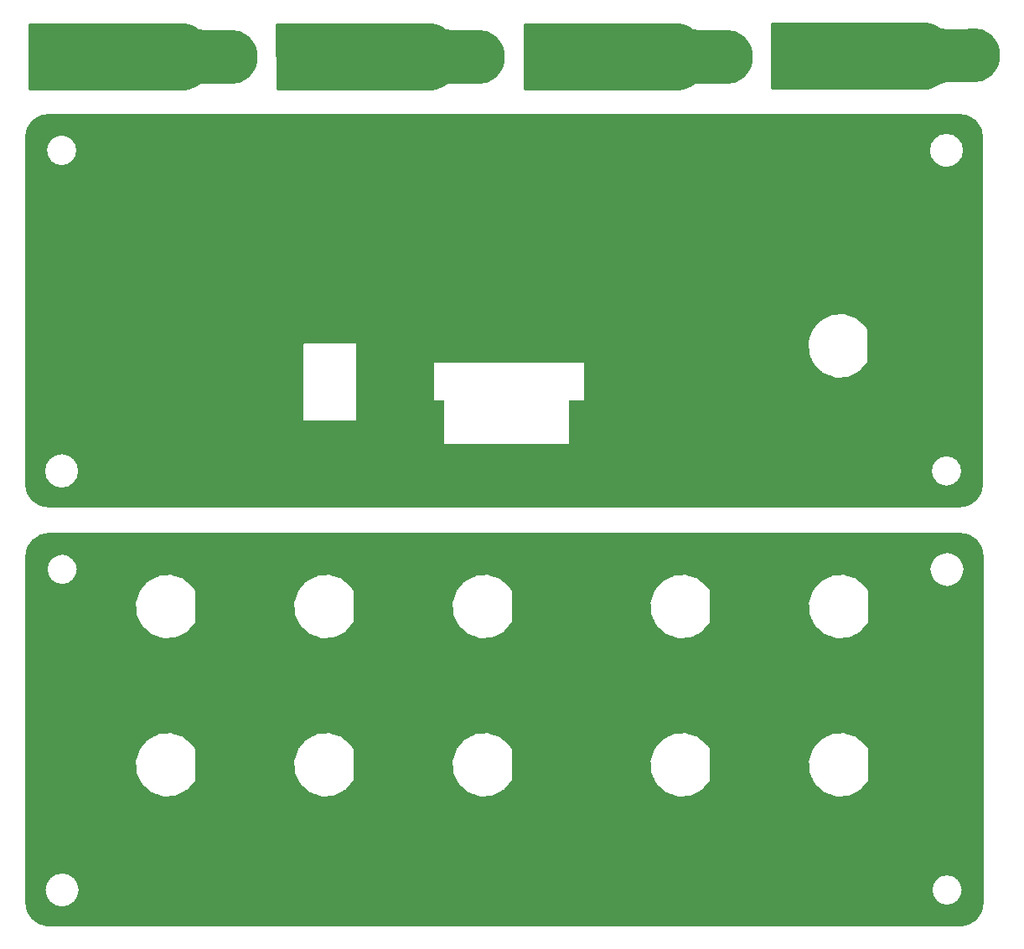
<source format=gtl>
%MOIN*%
%OFA0B0*%
%FSLAX46Y46*%
%IPPOS*%
%LPD*%
%ADD10C,0.005905511811023622*%
%ADD11C,0.21653543307086615*%
%ADD12C,0.01*%
%ADD23C,0.005905511811023622*%
%ADD24C,0.21653543307086615*%
%ADD25C,0.01*%
%ADD36C,0.005905511811023622*%
%ADD37C,0.031496062992125991*%
%ADD38C,0.0039370078740157488*%
%ADD49C,0.005905511811023622*%
%ADD50C,0.031496062992125991*%
%ADD51C,0.0039370078740157488*%
%ADD62C,0.005905511811023622*%
%ADD63C,0.21653543307086615*%
%ADD64C,0.01*%
%ADD75C,0.005905511811023622*%
%ADD76C,0.21653543307086615*%
%ADD77C,0.01*%
%LPD*%
G01G01G01G01*
D10*
D11*
X-0000314960Y0004496062D02*
X0002807086Y0003492125D03*
D12*
G36*
X0002649374Y0003613963D02*
X0002662530Y0003606296D01*
X0002662563Y0003606284D01*
X0002662589Y0003606261D01*
X0002676630Y0003598239D01*
X0002677850Y0003597831D01*
X0002679040Y0003597340D01*
X0002703189Y0003592590D01*
X0002703964Y0003592591D01*
X0002704724Y0003592440D01*
X0002806303Y0003592440D01*
X0002845397Y0003584664D01*
X0002877875Y0003562963D01*
X0002899577Y0003530484D01*
X0002907197Y0003492174D01*
X0002899577Y0003453862D01*
X0002877875Y0003421385D01*
X0002845397Y0003399683D01*
X0002806545Y0003391955D01*
X0002704724Y0003391955D01*
X0002704249Y0003391861D01*
X0002703766Y0003391897D01*
X0002688671Y0003390066D01*
X0002687478Y0003389674D01*
X0002686258Y0003389374D01*
X0002663951Y0003378932D01*
X0002663885Y0003378884D01*
X0002663808Y0003378863D01*
X0002638892Y0003366589D01*
X0002623383Y0003364348D01*
X0002007950Y0003364348D01*
X0002007871Y0003619870D01*
X0002623051Y0003619870D01*
X0002649374Y0003613963D01*
X0002649374Y0003613963D01*
G37*
X0002649374Y0003613963D02*
X0002662530Y0003606296D01*
X0002662563Y0003606284D01*
X0002662589Y0003606261D01*
X0002676630Y0003598239D01*
X0002677850Y0003597831D01*
X0002679040Y0003597340D01*
X0002703189Y0003592590D01*
X0002703964Y0003592591D01*
X0002704724Y0003592440D01*
X0002806303Y0003592440D01*
X0002845397Y0003584664D01*
X0002877875Y0003562963D01*
X0002899577Y0003530484D01*
X0002907197Y0003492174D01*
X0002899577Y0003453862D01*
X0002877875Y0003421385D01*
X0002845397Y0003399683D01*
X0002806545Y0003391955D01*
X0002704724Y0003391955D01*
X0002704249Y0003391861D01*
X0002703766Y0003391897D01*
X0002688671Y0003390066D01*
X0002687478Y0003389674D01*
X0002686258Y0003389374D01*
X0002663951Y0003378932D01*
X0002663885Y0003378884D01*
X0002663808Y0003378863D01*
X0002638892Y0003366589D01*
X0002623383Y0003364348D01*
X0002007950Y0003364348D01*
X0002007871Y0003619870D01*
X0002623051Y0003619870D01*
X0002649374Y0003613963D01*
G01G01G01G01*
D23*
D24*
X0000669291Y0004500000D02*
X0003791338Y0003496063D03*
D25*
G36*
X0003633626Y0003617901D02*
X0003646781Y0003610233D01*
X0003646814Y0003610222D01*
X0003646841Y0003610199D01*
X0003660882Y0003602176D01*
X0003662101Y0003601768D01*
X0003663292Y0003601278D01*
X0003687441Y0003596527D01*
X0003688216Y0003596528D01*
X0003688976Y0003596378D01*
X0003790555Y0003596378D01*
X0003829649Y0003588601D01*
X0003862127Y0003566899D01*
X0003883828Y0003534422D01*
X0003891449Y0003496111D01*
X0003883828Y0003457800D01*
X0003862127Y0003425322D01*
X0003829649Y0003403620D01*
X0003790797Y0003395892D01*
X0003688976Y0003395892D01*
X0003688501Y0003395797D01*
X0003688017Y0003395835D01*
X0003672924Y0003394003D01*
X0003671730Y0003393612D01*
X0003670510Y0003393310D01*
X0003648203Y0003382868D01*
X0003648138Y0003382821D01*
X0003648060Y0003382801D01*
X0003623144Y0003370526D01*
X0003607635Y0003368285D01*
X0002992202Y0003368285D01*
X0002992123Y0003623808D01*
X0003607302Y0003623808D01*
X0003633626Y0003617901D01*
X0003633626Y0003617901D01*
G37*
X0003633626Y0003617901D02*
X0003646781Y0003610233D01*
X0003646814Y0003610222D01*
X0003646841Y0003610199D01*
X0003660882Y0003602176D01*
X0003662101Y0003601768D01*
X0003663292Y0003601278D01*
X0003687441Y0003596527D01*
X0003688216Y0003596528D01*
X0003688976Y0003596378D01*
X0003790555Y0003596378D01*
X0003829649Y0003588601D01*
X0003862127Y0003566899D01*
X0003883828Y0003534422D01*
X0003891449Y0003496111D01*
X0003883828Y0003457800D01*
X0003862127Y0003425322D01*
X0003829649Y0003403620D01*
X0003790797Y0003395892D01*
X0003688976Y0003395892D01*
X0003688501Y0003395797D01*
X0003688017Y0003395835D01*
X0003672924Y0003394003D01*
X0003671730Y0003393612D01*
X0003670510Y0003393310D01*
X0003648203Y0003382868D01*
X0003648138Y0003382821D01*
X0003648060Y0003382801D01*
X0003623144Y0003370526D01*
X0003607635Y0003368285D01*
X0002992202Y0003368285D01*
X0002992123Y0003623808D01*
X0003607302Y0003623808D01*
X0003633626Y0003617901D01*
G04 next file*
G01G01G01G01G01G01G01G01*
D36*
D37*
X-0001299212Y0003070866D02*
X0003263779Y0000824803D03*
X0003338582Y0000804759D03*
X0003393342Y0000749999D03*
X0003413385Y0000675196D03*
X0003393342Y0000600393D03*
X0003338582Y0000545633D03*
X0003263779Y0000525590D03*
X0003188976Y0000545633D03*
X0003134216Y0000600393D03*
X0003114173Y0000675196D03*
X0003134216Y0000749999D03*
X0003188976Y0000804759D03*
X0002633858Y0000824803D03*
X0002708661Y0000804759D03*
X0002763420Y0000749999D03*
X0002783464Y0000675196D03*
X0002763420Y0000600393D03*
X0002708661Y0000545633D03*
X0002633858Y0000525590D03*
X0002559055Y0000545633D03*
X0002504295Y0000600393D03*
X0002484251Y0000675196D03*
X0002504295Y0000749999D03*
X0002559055Y0000804759D03*
X0003263779Y0001454724D03*
X0003338582Y0001434680D03*
X0003393342Y0001379921D03*
X0003413385Y0001305118D03*
X0003393342Y0001230314D03*
X0003338582Y0001175555D03*
X0003263779Y0001155511D03*
X0003188976Y0001175555D03*
X0003134216Y0001230314D03*
X0003114173Y0001305118D03*
X0003134216Y0001379921D03*
X0003188976Y0001434680D03*
X0002633858Y0001454724D03*
X0002708661Y0001434680D03*
X0002763420Y0001379921D03*
X0002783464Y0001305118D03*
X0002763420Y0001230314D03*
X0002708661Y0001175555D03*
X0002633858Y0001155511D03*
X0002559055Y0001175555D03*
X0002504295Y0001230314D03*
X0002484251Y0001305118D03*
X0002504295Y0001379921D03*
X0002559055Y0001434680D03*
X0001846456Y0000824803D03*
X0001921259Y0000804759D03*
X0001976019Y0000749999D03*
X0001996062Y0000675196D03*
X0001976019Y0000600393D03*
X0001921259Y0000545633D03*
X0001846456Y0000525590D03*
X0001771653Y0000545633D03*
X0001716893Y0000600393D03*
X0001696850Y0000675196D03*
X0001716893Y0000749999D03*
X0001771653Y0000804759D03*
X0001216535Y0000824803D03*
X0001291338Y0000804759D03*
X0001346098Y0000749999D03*
X0001366141Y0000675196D03*
X0001346098Y0000600393D03*
X0001291338Y0000545633D03*
X0001216535Y0000525590D03*
X0001141732Y0000545633D03*
X0001086972Y0000600393D03*
X0001066929Y0000675196D03*
X0001086972Y0000749999D03*
X0001141732Y0000804759D03*
X0000586614Y0000824803D03*
X0000661417Y0000804759D03*
X0000716176Y0000749999D03*
X0000736220Y0000675196D03*
X0000716176Y0000600393D03*
X0000661417Y0000545633D03*
X0000586614Y0000525590D03*
X0000511811Y0000545633D03*
X0000457051Y0000600393D03*
X0000437007Y0000675196D03*
X0000457051Y0000749999D03*
X0000511811Y0000804759D03*
X0001846456Y0001454724D03*
X0001921259Y0001434680D03*
X0001976019Y0001379921D03*
X0001996062Y0001305118D03*
X0001976019Y0001230314D03*
X0001921259Y0001175555D03*
X0001846456Y0001155511D03*
X0001771653Y0001175555D03*
X0001716893Y0001230314D03*
X0001696850Y0001305118D03*
X0001716893Y0001379921D03*
X0001771653Y0001434680D03*
X0001216535Y0001454724D03*
X0001291338Y0001434680D03*
X0001346098Y0001379921D03*
X0001366141Y0001305118D03*
X0001346098Y0001230314D03*
X0001291338Y0001175555D03*
X0001216535Y0001155511D03*
X0001141732Y0001175555D03*
X0001086972Y0001230314D03*
X0001066929Y0001305118D03*
X0001086972Y0001379921D03*
X0001141732Y0001434680D03*
X0000586614Y0001454724D03*
X0000661417Y0001434680D03*
X0000716176Y0001379921D03*
X0000736220Y0001305118D03*
X0000716176Y0001230314D03*
X0000661417Y0001175555D03*
X0000586614Y0001155511D03*
X0000511811Y0001175555D03*
X0000457051Y0001230314D03*
X0000437007Y0001305118D03*
X0000457051Y0001379921D03*
X0000511811Y0001434680D03*
D38*
X0000116862Y0001597642D02*
X0003737941Y0001597642D01*
X0000106809Y0001595642D02*
X0003747996Y0001595642D01*
X0000096754Y0001593642D02*
X0003758051Y0001593642D01*
X0000086698Y0001591642D02*
X0003768105Y0001591642D01*
X0000079446Y0001589642D02*
X0003775359Y0001589642D01*
X0000076453Y0001587642D02*
X0003778352Y0001587642D01*
X0000073459Y0001585642D02*
X0003781345Y0001585642D01*
X0000070466Y0001583642D02*
X0003784339Y0001583642D01*
X0000067473Y0001581642D02*
X0003787332Y0001581642D01*
X0000064478Y0001579642D02*
X0003790325Y0001579642D01*
X0000061487Y0001577642D02*
X0003793317Y0001577642D01*
X0000058493Y0001575642D02*
X0003796311Y0001575642D01*
X0000055500Y0001573642D02*
X0003799304Y0001573642D01*
X0000052507Y0001571642D02*
X0003802298Y0001571642D01*
X0000049965Y0001569642D02*
X0003804839Y0001569642D01*
X0000048629Y0001567642D02*
X0003806176Y0001567642D01*
X0000047293Y0001565642D02*
X0003807512Y0001565642D01*
X0000045956Y0001563642D02*
X0003808848Y0001563642D01*
X0000044620Y0001561642D02*
X0003810185Y0001561642D01*
X0000043284Y0001559642D02*
X0003811521Y0001559642D01*
X0000041946Y0001557642D02*
X0003812858Y0001557642D01*
X0000040610Y0001555642D02*
X0003814194Y0001555642D01*
X0000039275Y0001553642D02*
X0003815530Y0001553642D01*
X0000037938Y0001551642D02*
X0003816867Y0001551642D01*
X0000036602Y0001549642D02*
X0003818203Y0001549642D01*
X0000035265Y0001547642D02*
X0003819539Y0001547642D01*
X0000033929Y0001545642D02*
X0003820876Y0001545642D01*
X0000032592Y0001543642D02*
X0003822212Y0001543642D01*
X0000031256Y0001541642D02*
X0003823548Y0001541642D01*
X0000030033Y0001539642D02*
X0003824771Y0001539642D01*
X0000029636Y0001537642D02*
X0003825169Y0001537642D01*
X0000029238Y0001535642D02*
X0003825567Y0001535642D01*
X0000028840Y0001533642D02*
X0003825965Y0001533642D01*
X0000028442Y0001531642D02*
X0003826362Y0001531642D01*
X0000028044Y0001529642D02*
X0003826760Y0001529642D01*
X0000027646Y0001527642D02*
X0003827158Y0001527642D01*
X0000027249Y0001525642D02*
X0003827555Y0001525642D01*
X0000026851Y0001523642D02*
X0003827953Y0001523642D01*
X0000026453Y0001521642D02*
X0003828352Y0001521642D01*
X0000026055Y0001519642D02*
X0003681070Y0001519642D01*
X0003693420Y0001519642D02*
X0003828750Y0001519642D01*
X0000025657Y0001517642D02*
X0003671015Y0001517642D01*
X0003703475Y0001517642D02*
X0003829147Y0001517642D01*
X0000025260Y0001515642D02*
X0003661168Y0001515642D01*
X0003713322Y0001515642D02*
X0003829545Y0001515642D01*
X0000024862Y0001513642D02*
X0003658175Y0001513642D01*
X0003716315Y0001513642D02*
X0003829943Y0001513642D01*
X0000024464Y0001511642D02*
X0000160751Y0001511642D01*
X0000174369Y0001511642D02*
X0003655180Y0001511642D01*
X0003719309Y0001511642D02*
X0003830341Y0001511642D01*
X0000024066Y0001509642D02*
X0000150697Y0001509642D01*
X0000184423Y0001509642D02*
X0003652188Y0001509642D01*
X0003722302Y0001509642D02*
X0003830739Y0001509642D01*
X0000023668Y0001507642D02*
X0000143410Y0001507642D01*
X0000191709Y0001507642D02*
X0003649195Y0001507642D01*
X0003725295Y0001507642D02*
X0003831137Y0001507642D01*
X0000023270Y0001505642D02*
X0000140417Y0001505642D01*
X0000194703Y0001505642D02*
X0003646201Y0001505642D01*
X0003728288Y0001505642D02*
X0003831534Y0001505642D01*
X0000022874Y0001503642D02*
X0000137424Y0001503642D01*
X0000197696Y0001503642D02*
X0003643208Y0001503642D01*
X0003731281Y0001503642D02*
X0003831930Y0001503642D01*
X0000022874Y0001501642D02*
X0000134431Y0001501642D01*
X0000200689Y0001501642D02*
X0003640215Y0001501642D01*
X0003734275Y0001501642D02*
X0003831930Y0001501642D01*
X0000022874Y0001499642D02*
X0000131437Y0001499642D01*
X0000203682Y0001499642D02*
X0003638330Y0001499642D01*
X0003736160Y0001499642D02*
X0003831930Y0001499642D01*
X0000022874Y0001497642D02*
X0000128246Y0001497642D01*
X0000206676Y0001497642D02*
X0003636992Y0001497642D01*
X0003737497Y0001497642D02*
X0003831930Y0001497642D01*
X0000022874Y0001495642D02*
X0000124894Y0001495642D01*
X0000209669Y0001495642D02*
X0003635657Y0001495642D01*
X0003738833Y0001495642D02*
X0003831930Y0001495642D01*
X0000022874Y0001493642D02*
X0000123606Y0001493642D01*
X0000211196Y0001493642D02*
X0003634320Y0001493642D01*
X0003740169Y0001493642D02*
X0003831930Y0001493642D01*
X0000022874Y0001491642D02*
X0000122495Y0001491642D01*
X0000212533Y0001491642D02*
X0003632984Y0001491642D01*
X0003741506Y0001491642D02*
X0003831930Y0001491642D01*
X0000022874Y0001489642D02*
X0000121251Y0001489642D01*
X0000213869Y0001489642D02*
X0003631648Y0001489642D01*
X0003742842Y0001489642D02*
X0003831930Y0001489642D01*
X0000022874Y0001487642D02*
X0000119914Y0001487642D01*
X0000215205Y0001487642D02*
X0003630311Y0001487642D01*
X0003744178Y0001487642D02*
X0003831930Y0001487642D01*
X0000022874Y0001485642D02*
X0000118578Y0001485642D01*
X0000216542Y0001485642D02*
X0003628975Y0001485642D01*
X0003745515Y0001485642D02*
X0003831930Y0001485642D01*
X0000022874Y0001483642D02*
X0000117242Y0001483642D01*
X0000217878Y0001483642D02*
X0003627638Y0001483642D01*
X0003746851Y0001483642D02*
X0003831930Y0001483642D01*
X0000022874Y0001481642D02*
X0000115904Y0001481642D01*
X0000219265Y0001481642D02*
X0003626302Y0001481642D01*
X0003748188Y0001481642D02*
X0003831930Y0001481642D01*
X0000022874Y0001479642D02*
X0000114569Y0001479642D01*
X0000220821Y0001479642D02*
X0003624966Y0001479642D01*
X0003749524Y0001479642D02*
X0003831930Y0001479642D01*
X0000022874Y0001477642D02*
X0000113233Y0001477642D01*
X0000222328Y0001477642D02*
X0003624242Y0001477642D01*
X0003750248Y0001477642D02*
X0003831930Y0001477642D01*
X0000022874Y0001475642D02*
X0000112033Y0001475642D01*
X0000223087Y0001475642D02*
X0003623844Y0001475642D01*
X0003750646Y0001475642D02*
X0003831930Y0001475642D01*
X0000022874Y0001473642D02*
X0000111635Y0001473642D01*
X0000223484Y0001473642D02*
X0003623446Y0001473642D01*
X0003751044Y0001473642D02*
X0003831930Y0001473642D01*
X0000022874Y0001471642D02*
X0000111236Y0001471642D01*
X0000223883Y0001471642D02*
X0003623048Y0001471642D01*
X0003751442Y0001471642D02*
X0003831930Y0001471642D01*
X0000022874Y0001469642D02*
X0000110839Y0001469642D01*
X0000224280Y0001469642D02*
X0003622650Y0001469642D01*
X0003751839Y0001469642D02*
X0003831930Y0001469642D01*
X0000022874Y0001467642D02*
X0000110442Y0001467642D01*
X0000224678Y0001467642D02*
X0003622253Y0001467642D01*
X0003752237Y0001467642D02*
X0003831930Y0001467642D01*
X0000022874Y0001465642D02*
X0000110044Y0001465642D01*
X0000225076Y0001465642D02*
X0003621855Y0001465642D01*
X0003752635Y0001465642D02*
X0003831930Y0001465642D01*
X0000022874Y0001463642D02*
X0000109646Y0001463642D01*
X0000225473Y0001463642D02*
X0003621457Y0001463642D01*
X0003753033Y0001463642D02*
X0003831930Y0001463642D01*
X0000022874Y0001461642D02*
X0000109248Y0001461642D01*
X0000225871Y0001461642D02*
X0003621059Y0001461642D01*
X0003753431Y0001461642D02*
X0003831930Y0001461642D01*
X0000022874Y0001459642D02*
X0000108850Y0001459642D01*
X0000226270Y0001459642D02*
X0003620661Y0001459642D01*
X0003753829Y0001459642D02*
X0003831930Y0001459642D01*
X0000022874Y0001457642D02*
X0000108452Y0001457642D01*
X0000226667Y0001457642D02*
X0003620263Y0001457642D01*
X0003754226Y0001457642D02*
X0003831930Y0001457642D01*
X0000022874Y0001455642D02*
X0000108055Y0001455642D01*
X0000227065Y0001455642D02*
X0003619866Y0001455642D01*
X0003754624Y0001455642D02*
X0003831930Y0001455642D01*
X0000022874Y0001453642D02*
X0000107657Y0001453642D01*
X0000227463Y0001453642D02*
X0003619468Y0001453642D01*
X0003755022Y0001453642D02*
X0003831930Y0001453642D01*
X0000022874Y0001451642D02*
X0000107782Y0001451642D01*
X0000227338Y0001451642D02*
X0003619593Y0001451642D01*
X0003754897Y0001451642D02*
X0003831930Y0001451642D01*
X0000022874Y0001449642D02*
X0000108180Y0001449642D01*
X0000226940Y0001449642D02*
X0003619990Y0001449642D01*
X0003754499Y0001449642D02*
X0003831930Y0001449642D01*
X0000022874Y0001447642D02*
X0000108577Y0001447642D01*
X0000226542Y0001447642D02*
X0003620389Y0001447642D01*
X0003754101Y0001447642D02*
X0003831930Y0001447642D01*
X0000022874Y0001445642D02*
X0000108976Y0001445642D01*
X0000226144Y0001445642D02*
X0003620787Y0001445642D01*
X0003753702Y0001445642D02*
X0003831930Y0001445642D01*
X0000022874Y0001443642D02*
X0000109373Y0001443642D01*
X0000225746Y0001443642D02*
X0003621183Y0001443642D01*
X0003753305Y0001443642D02*
X0003831930Y0001443642D01*
X0000022874Y0001441642D02*
X0000109771Y0001441642D01*
X0000225349Y0001441642D02*
X0003621581Y0001441642D01*
X0003752907Y0001441642D02*
X0003831930Y0001441642D01*
X0000022874Y0001439642D02*
X0000110169Y0001439642D01*
X0000224951Y0001439642D02*
X0003621980Y0001439642D01*
X0003752509Y0001439642D02*
X0003831930Y0001439642D01*
X0000022874Y0001437642D02*
X0000110567Y0001437642D01*
X0000224553Y0001437642D02*
X0003622378Y0001437642D01*
X0003752112Y0001437642D02*
X0003831930Y0001437642D01*
X0000022874Y0001435642D02*
X0000110965Y0001435642D01*
X0000224155Y0001435642D02*
X0003622776Y0001435642D01*
X0003751714Y0001435642D02*
X0003831930Y0001435642D01*
X0000022874Y0001433642D02*
X0000111362Y0001433642D01*
X0000223756Y0001433642D02*
X0003623174Y0001433642D01*
X0003751316Y0001433642D02*
X0003831930Y0001433642D01*
X0000022874Y0001431642D02*
X0000111760Y0001431642D01*
X0000223359Y0001431642D02*
X0000589527Y0001431642D01*
X0000606503Y0001431642D02*
X0001219449Y0001431642D01*
X0001236425Y0001431642D02*
X0001849370Y0001431642D01*
X0001866346Y0001431642D02*
X0002636771Y0001431642D01*
X0002653748Y0001431642D02*
X0003266693Y0001431642D01*
X0003283669Y0001431642D02*
X0003623571Y0001431642D01*
X0003750918Y0001431642D02*
X0003831930Y0001431642D01*
X0000022874Y0001429642D02*
X0000112317Y0001429642D01*
X0000222802Y0001429642D02*
X0000556890Y0001429642D01*
X0000612314Y0001429642D02*
X0001186812Y0001429642D01*
X0001242235Y0001429642D02*
X0001816733Y0001429642D01*
X0001872157Y0001429642D02*
X0002604134Y0001429642D01*
X0002659558Y0001429642D02*
X0003234056Y0001429642D01*
X0003289479Y0001429642D02*
X0003623969Y0001429642D01*
X0003750521Y0001429642D02*
X0003831930Y0001429642D01*
X0000022874Y0001427642D02*
X0000113653Y0001427642D01*
X0000221466Y0001427642D02*
X0000550143Y0001427642D01*
X0000618125Y0001427642D02*
X0001180065Y0001427642D01*
X0001248046Y0001427642D02*
X0001809986Y0001427642D01*
X0001877967Y0001427642D02*
X0002597387Y0001427642D01*
X0002665369Y0001427642D02*
X0003227309Y0001427642D01*
X0003295290Y0001427642D02*
X0003624367Y0001427642D01*
X0003750123Y0001427642D02*
X0003831930Y0001427642D01*
X0000022874Y0001425642D02*
X0000114990Y0001425642D01*
X0000220130Y0001425642D02*
X0000546044Y0001425642D01*
X0000623935Y0001425642D02*
X0001175965Y0001425642D01*
X0001253857Y0001425642D02*
X0001805887Y0001425642D01*
X0001883776Y0001425642D02*
X0002593288Y0001425642D01*
X0002671179Y0001425642D02*
X0003223209Y0001425642D01*
X0003301101Y0001425642D02*
X0003625387Y0001425642D01*
X0003749103Y0001425642D02*
X0003831930Y0001425642D01*
X0000022874Y0001423642D02*
X0000116326Y0001423642D01*
X0000218792Y0001423642D02*
X0000541945Y0001423642D01*
X0000629746Y0001423642D02*
X0001171866Y0001423642D01*
X0001259667Y0001423642D02*
X0001801787Y0001423642D01*
X0001889588Y0001423642D02*
X0002589189Y0001423642D01*
X0002676990Y0001423642D02*
X0003219110Y0001423642D01*
X0003306911Y0001423642D02*
X0003626723Y0001423642D01*
X0003747767Y0001423642D02*
X0003831930Y0001423642D01*
X0000022874Y0001421642D02*
X0000117663Y0001421642D01*
X0000217457Y0001421642D02*
X0000537845Y0001421642D01*
X0000635557Y0001421642D02*
X0001167767Y0001421642D01*
X0001265478Y0001421642D02*
X0001797688Y0001421642D01*
X0001895399Y0001421642D02*
X0002585089Y0001421642D01*
X0002682801Y0001421642D02*
X0003215011Y0001421642D01*
X0003312722Y0001421642D02*
X0003628060Y0001421642D01*
X0003746430Y0001421642D02*
X0003831930Y0001421642D01*
X0000022874Y0001419642D02*
X0000118999Y0001419642D01*
X0000216121Y0001419642D02*
X0000533746Y0001419642D01*
X0000641367Y0001419642D02*
X0001163667Y0001419642D01*
X0001271288Y0001419642D02*
X0001793588Y0001419642D01*
X0001901210Y0001419642D02*
X0002580990Y0001419642D01*
X0002688610Y0001419642D02*
X0003210911Y0001419642D01*
X0003318533Y0001419642D02*
X0003629395Y0001419642D01*
X0003745094Y0001419642D02*
X0003831930Y0001419642D01*
X0000022874Y0001417642D02*
X0000120335Y0001417642D01*
X0000214784Y0001417642D02*
X0000529646Y0001417642D01*
X0000647178Y0001417642D02*
X0001159568Y0001417642D01*
X0001277099Y0001417642D02*
X0001789489Y0001417642D01*
X0001907019Y0001417642D02*
X0002576891Y0001417642D01*
X0002694422Y0001417642D02*
X0003206812Y0001417642D01*
X0003324342Y0001417642D02*
X0003630732Y0001417642D01*
X0003743757Y0001417642D02*
X0003831930Y0001417642D01*
X0000022874Y0001415642D02*
X0000121672Y0001415642D01*
X0000213448Y0001415642D02*
X0000525547Y0001415642D01*
X0000651949Y0001415642D02*
X0001155468Y0001415642D01*
X0001281870Y0001415642D02*
X0001785390Y0001415642D01*
X0001911791Y0001415642D02*
X0002572791Y0001415642D01*
X0002699193Y0001415642D02*
X0003202712Y0001415642D01*
X0003329114Y0001415642D02*
X0003632069Y0001415642D01*
X0003742421Y0001415642D02*
X0003831930Y0001415642D01*
X0000022874Y0001413642D02*
X0000122875Y0001413642D01*
X0000212112Y0001413642D02*
X0000521448Y0001413642D01*
X0000654264Y0001413642D02*
X0001151369Y0001413642D01*
X0001284186Y0001413642D02*
X0001781290Y0001413642D01*
X0001914107Y0001413642D02*
X0002568692Y0001413642D01*
X0002701509Y0001413642D02*
X0003198613Y0001413642D01*
X0003331429Y0001413642D02*
X0003633405Y0001413642D01*
X0003741085Y0001413642D02*
X0003831930Y0001413642D01*
X0000022874Y0001411642D02*
X0000123966Y0001411642D01*
X0000210775Y0001411642D02*
X0000517348Y0001411642D01*
X0000656526Y0001411642D02*
X0001147270Y0001411642D01*
X0001286447Y0001411642D02*
X0001777191Y0001411642D01*
X0001916368Y0001411642D02*
X0002564591Y0001411642D01*
X0002703770Y0001411642D02*
X0003194514Y0001411642D01*
X0003333691Y0001411642D02*
X0003634741Y0001411642D01*
X0003739748Y0001411642D02*
X0003831930Y0001411642D01*
X0000022874Y0001409642D02*
X0000125669Y0001409642D01*
X0000208726Y0001409642D02*
X0000513248Y0001409642D01*
X0000658787Y0001409642D02*
X0001143170Y0001409642D01*
X0001288708Y0001409642D02*
X0001773091Y0001409642D01*
X0001918629Y0001409642D02*
X0002560492Y0001409642D01*
X0002706031Y0001409642D02*
X0003190414Y0001409642D01*
X0003335952Y0001409642D02*
X0003636077Y0001409642D01*
X0003738412Y0001409642D02*
X0003831930Y0001409642D01*
X0000022874Y0001407642D02*
X0000128869Y0001407642D01*
X0000205733Y0001407642D02*
X0000509329Y0001407642D01*
X0000661048Y0001407642D02*
X0001139251Y0001407642D01*
X0001290968Y0001407642D02*
X0001769173Y0001407642D01*
X0001920890Y0001407642D02*
X0002556574Y0001407642D01*
X0002708292Y0001407642D02*
X0003186495Y0001407642D01*
X0003338213Y0001407642D02*
X0003637414Y0001407642D01*
X0003737076Y0001407642D02*
X0003831930Y0001407642D01*
X0000022874Y0001405642D02*
X0000132069Y0001405642D01*
X0000202740Y0001405642D02*
X0000507167Y0001405642D01*
X0000663308Y0001405642D02*
X0001137088Y0001405642D01*
X0001293230Y0001405642D02*
X0001767009Y0001405642D01*
X0001923151Y0001405642D02*
X0002554411Y0001405642D01*
X0002710553Y0001405642D02*
X0003184332Y0001405642D01*
X0003340474Y0001405642D02*
X0003638749Y0001405642D01*
X0003735739Y0001405642D02*
X0003831930Y0001405642D01*
X0000022874Y0001403642D02*
X0000135269Y0001403642D01*
X0000199746Y0001403642D02*
X0000505398Y0001403642D01*
X0000665570Y0001403642D02*
X0001135319Y0001403642D01*
X0001295491Y0001403642D02*
X0001765240Y0001403642D01*
X0001925413Y0001403642D02*
X0002552642Y0001403642D01*
X0002712814Y0001403642D02*
X0003182563Y0001403642D01*
X0003342735Y0001403642D02*
X0003641158Y0001403642D01*
X0003733331Y0001403642D02*
X0003831930Y0001403642D01*
X0000022874Y0001401642D02*
X0000138367Y0001401642D01*
X0000196753Y0001401642D02*
X0000503629Y0001401642D01*
X0000667831Y0001401642D02*
X0001133550Y0001401642D01*
X0001297752Y0001401642D02*
X0001763471Y0001401642D01*
X0001927674Y0001401642D02*
X0002550873Y0001401642D01*
X0002715075Y0001401642D02*
X0003180794Y0001401642D01*
X0003344997Y0001401642D02*
X0003644151Y0001401642D01*
X0003730339Y0001401642D02*
X0003831930Y0001401642D01*
X0000022874Y0001399642D02*
X0000141360Y0001399642D01*
X0000193760Y0001399642D02*
X0000501860Y0001399642D01*
X0000670092Y0001399642D02*
X0001131781Y0001399642D01*
X0001300013Y0001399642D02*
X0001761701Y0001399642D01*
X0001929935Y0001399642D02*
X0002549104Y0001399642D01*
X0002717336Y0001399642D02*
X0003179025Y0001399642D01*
X0003347258Y0001399642D02*
X0003647144Y0001399642D01*
X0003727344Y0001399642D02*
X0003831930Y0001399642D01*
X0000022874Y0001397642D02*
X0000144353Y0001397642D01*
X0000190767Y0001397642D02*
X0000500090Y0001397642D01*
X0000672353Y0001397642D02*
X0001130012Y0001397642D01*
X0001302275Y0001397642D02*
X0001759933Y0001397642D01*
X0001932196Y0001397642D02*
X0002547335Y0001397642D01*
X0002719596Y0001397642D02*
X0003177256Y0001397642D01*
X0003349519Y0001397642D02*
X0003650138Y0001397642D01*
X0003724352Y0001397642D02*
X0003831930Y0001397642D01*
X0000022874Y0001395642D02*
X0000153863Y0001395642D01*
X0000181256Y0001395642D02*
X0000498321Y0001395642D01*
X0000674615Y0001395642D02*
X0001128243Y0001395642D01*
X0001304536Y0001395642D02*
X0001758164Y0001395642D01*
X0001934456Y0001395642D02*
X0002545565Y0001395642D01*
X0002721859Y0001395642D02*
X0003175487Y0001395642D01*
X0003351780Y0001395642D02*
X0003653131Y0001395642D01*
X0003721359Y0001395642D02*
X0003831930Y0001395642D01*
X0000022874Y0001393642D02*
X0000163918Y0001393642D01*
X0000171202Y0001393642D02*
X0000496552Y0001393642D01*
X0000676876Y0001393642D02*
X0001126474Y0001393642D01*
X0001306797Y0001393642D02*
X0001756395Y0001393642D01*
X0001936718Y0001393642D02*
X0002543797Y0001393642D01*
X0002724120Y0001393642D02*
X0003173718Y0001393642D01*
X0003354041Y0001393642D02*
X0003656124Y0001393642D01*
X0003718366Y0001393642D02*
X0003831930Y0001393642D01*
X0000022874Y0001391642D02*
X0000494782Y0001391642D01*
X0000679137Y0001391642D02*
X0001124705Y0001391642D01*
X0001309058Y0001391642D02*
X0001754626Y0001391642D01*
X0001938979Y0001391642D02*
X0002542027Y0001391642D01*
X0002726381Y0001391642D02*
X0003171948Y0001391642D01*
X0003356302Y0001391642D02*
X0003659117Y0001391642D01*
X0003715372Y0001391642D02*
X0003831930Y0001391642D01*
X0000022874Y0001389642D02*
X0000493013Y0001389642D01*
X0000681398Y0001389642D02*
X0001122936Y0001389642D01*
X0001311318Y0001389642D02*
X0001752857Y0001389642D01*
X0001941240Y0001389642D02*
X0002540258Y0001389642D01*
X0002728641Y0001389642D02*
X0003170180Y0001389642D01*
X0003358563Y0001389642D02*
X0003664127Y0001389642D01*
X0003710363Y0001389642D02*
X0003831930Y0001389642D01*
X0000022874Y0001387642D02*
X0000491245Y0001387642D01*
X0000683659Y0001387642D02*
X0001121167Y0001387642D01*
X0001313580Y0001387642D02*
X0001751088Y0001387642D01*
X0001943501Y0001387642D02*
X0002538489Y0001387642D01*
X0002730903Y0001387642D02*
X0003168411Y0001387642D01*
X0003360824Y0001387642D02*
X0003674182Y0001387642D01*
X0003700308Y0001387642D02*
X0003831930Y0001387642D01*
X0000022874Y0001385642D02*
X0000489476Y0001385642D01*
X0000685920Y0001385642D02*
X0001119398Y0001385642D01*
X0001315841Y0001385642D02*
X0001749319Y0001385642D01*
X0001945761Y0001385642D02*
X0002536720Y0001385642D01*
X0002733164Y0001385642D02*
X0003166642Y0001385642D01*
X0003363084Y0001385642D02*
X0003684236Y0001385642D01*
X0003690253Y0001385642D02*
X0003831930Y0001385642D01*
X0000022874Y0001383642D02*
X0000487707Y0001383642D01*
X0000688181Y0001383642D02*
X0001117629Y0001383642D01*
X0001318102Y0001383642D02*
X0001747550Y0001383642D01*
X0001948024Y0001383642D02*
X0002534950Y0001383642D01*
X0002735425Y0001383642D02*
X0003164873Y0001383642D01*
X0003365347Y0001383642D02*
X0003831930Y0001383642D01*
X0000022874Y0001381642D02*
X0000485938Y0001381642D01*
X0000689734Y0001381642D02*
X0001115860Y0001381642D01*
X0001319656Y0001381642D02*
X0001745781Y0001381642D01*
X0001949577Y0001381642D02*
X0002533182Y0001381642D01*
X0002736978Y0001381642D02*
X0003163104Y0001381642D01*
X0003366900Y0001381642D02*
X0003831930Y0001381642D01*
X0000022874Y0001379642D02*
X0000484169Y0001379642D01*
X0000691081Y0001379642D02*
X0001114090Y0001379642D01*
X0001321002Y0001379642D02*
X0001744012Y0001379642D01*
X0001950923Y0001379642D02*
X0002531413Y0001379642D01*
X0002738325Y0001379642D02*
X0003161335Y0001379642D01*
X0003368246Y0001379642D02*
X0003831930Y0001379642D01*
X0000022874Y0001377642D02*
X0000482400Y0001377642D01*
X0000692428Y0001377642D02*
X0001112321Y0001377642D01*
X0001322349Y0001377642D02*
X0001742243Y0001377642D01*
X0001952270Y0001377642D02*
X0002529644Y0001377642D01*
X0002739672Y0001377642D02*
X0003159566Y0001377642D01*
X0003369593Y0001377642D02*
X0003831930Y0001377642D01*
X0000022874Y0001375642D02*
X0000480631Y0001375642D01*
X0000693774Y0001375642D02*
X0001110552Y0001375642D01*
X0001323696Y0001375642D02*
X0001740474Y0001375642D01*
X0001953617Y0001375642D02*
X0002527875Y0001375642D01*
X0002741018Y0001375642D02*
X0003157797Y0001375642D01*
X0003370940Y0001375642D02*
X0003831930Y0001375642D01*
X0000022874Y0001373642D02*
X0000478862Y0001373642D01*
X0000695121Y0001373642D02*
X0001108783Y0001373642D01*
X0001325042Y0001373642D02*
X0001738705Y0001373642D01*
X0001954963Y0001373642D02*
X0002526106Y0001373642D01*
X0002742365Y0001373642D02*
X0003156027Y0001373642D01*
X0003372286Y0001373642D02*
X0003831930Y0001373642D01*
X0000022874Y0001371642D02*
X0000477093Y0001371642D01*
X0000696467Y0001371642D02*
X0001107014Y0001371642D01*
X0001326389Y0001371642D02*
X0001736936Y0001371642D01*
X0001956310Y0001371642D02*
X0002524337Y0001371642D01*
X0002743712Y0001371642D02*
X0003154258Y0001371642D01*
X0003373633Y0001371642D02*
X0003831930Y0001371642D01*
X0000022874Y0001369642D02*
X0000475617Y0001369642D01*
X0000697528Y0001369642D02*
X0001105538Y0001369642D01*
X0001327449Y0001369642D02*
X0001735459Y0001369642D01*
X0001957370Y0001369642D02*
X0002522861Y0001369642D01*
X0002744772Y0001369642D02*
X0003152782Y0001369642D01*
X0003374693Y0001369642D02*
X0003831930Y0001369642D01*
X0000022874Y0001367642D02*
X0000474763Y0001367642D01*
X0000697836Y0001367642D02*
X0001104685Y0001367642D01*
X0001327757Y0001367642D02*
X0001734607Y0001367642D01*
X0001957678Y0001367642D02*
X0002522008Y0001367642D01*
X0002745080Y0001367642D02*
X0003151930Y0001367642D01*
X0003375000Y0001367642D02*
X0003831930Y0001367642D01*
X0000022874Y0001365642D02*
X0000474076Y0001365642D01*
X0000697842Y0001365642D02*
X0001103997Y0001365642D01*
X0001327763Y0001365642D02*
X0001733918Y0001365642D01*
X0001957684Y0001365642D02*
X0002521320Y0001365642D01*
X0002745086Y0001365642D02*
X0003151240Y0001365642D01*
X0003375007Y0001365642D02*
X0003831930Y0001365642D01*
X0000022874Y0001363642D02*
X0000473387Y0001363642D01*
X0000697848Y0001363642D02*
X0001103309Y0001363642D01*
X0001327770Y0001363642D02*
X0001733230Y0001363642D01*
X0001957691Y0001363642D02*
X0002520632Y0001363642D01*
X0002745092Y0001363642D02*
X0003150553Y0001363642D01*
X0003375014Y0001363642D02*
X0003831930Y0001363642D01*
X0000022874Y0001361642D02*
X0000472699Y0001361642D01*
X0000697855Y0001361642D02*
X0001102620Y0001361642D01*
X0001327776Y0001361642D02*
X0001732542Y0001361642D01*
X0001957697Y0001361642D02*
X0002519943Y0001361642D01*
X0002745099Y0001361642D02*
X0003149864Y0001361642D01*
X0003375020Y0001361642D02*
X0003831930Y0001361642D01*
X0000022874Y0001359642D02*
X0000472011Y0001359642D01*
X0000697861Y0001359642D02*
X0001101932Y0001359642D01*
X0001327782Y0001359642D02*
X0001731852Y0001359642D01*
X0001957703Y0001359642D02*
X0002519255Y0001359642D01*
X0002745105Y0001359642D02*
X0003149176Y0001359642D01*
X0003375026Y0001359642D02*
X0003831930Y0001359642D01*
X0000022874Y0001357642D02*
X0000471322Y0001357642D01*
X0000697867Y0001357642D02*
X0001101244Y0001357642D01*
X0001327788Y0001357642D02*
X0001731165Y0001357642D01*
X0001957710Y0001357642D02*
X0002518566Y0001357642D01*
X0002745110Y0001357642D02*
X0003148488Y0001357642D01*
X0003375032Y0001357642D02*
X0003831930Y0001357642D01*
X0000022874Y0001355642D02*
X0000470634Y0001355642D01*
X0000697873Y0001355642D02*
X0001100555Y0001355642D01*
X0001327795Y0001355642D02*
X0001730476Y0001355642D01*
X0001957716Y0001355642D02*
X0002517878Y0001355642D01*
X0002745117Y0001355642D02*
X0003147799Y0001355642D01*
X0003375039Y0001355642D02*
X0003831930Y0001355642D01*
X0000022874Y0001353642D02*
X0000469945Y0001353642D01*
X0000697880Y0001353642D02*
X0001099867Y0001353642D01*
X0001327801Y0001353642D02*
X0001729788Y0001353642D01*
X0001957722Y0001353642D02*
X0002517190Y0001353642D01*
X0002745124Y0001353642D02*
X0003147111Y0001353642D01*
X0003375045Y0001353642D02*
X0003831930Y0001353642D01*
X0000022874Y0001351642D02*
X0000469257Y0001351642D01*
X0000697886Y0001351642D02*
X0001099178Y0001351642D01*
X0001327807Y0001351642D02*
X0001729100Y0001351642D01*
X0001957727Y0001351642D02*
X0002516501Y0001351642D01*
X0002745130Y0001351642D02*
X0003146422Y0001351642D01*
X0003375051Y0001351642D02*
X0003831930Y0001351642D01*
X0000022874Y0001349642D02*
X0000468569Y0001349642D01*
X0000697892Y0001349642D02*
X0001098490Y0001349642D01*
X0001327814Y0001349642D02*
X0001728411Y0001349642D01*
X0001957735Y0001349642D02*
X0002515813Y0001349642D01*
X0002745136Y0001349642D02*
X0003145734Y0001349642D01*
X0003375058Y0001349642D02*
X0003831930Y0001349642D01*
X0000022874Y0001347642D02*
X0000467880Y0001347642D01*
X0000697899Y0001347642D02*
X0001097802Y0001347642D01*
X0001327820Y0001347642D02*
X0001727723Y0001347642D01*
X0001957741Y0001347642D02*
X0002515124Y0001347642D01*
X0002745143Y0001347642D02*
X0003145046Y0001347642D01*
X0003375064Y0001347642D02*
X0003831930Y0001347642D01*
X0000022874Y0001345642D02*
X0000467192Y0001345642D01*
X0000697905Y0001345642D02*
X0001097043Y0001345642D01*
X0001327826Y0001345642D02*
X0001726964Y0001345642D01*
X0001957747Y0001345642D02*
X0002514366Y0001345642D01*
X0002745149Y0001345642D02*
X0003144287Y0001345642D01*
X0003375070Y0001345642D02*
X0003831930Y0001345642D01*
X0000022874Y0001343642D02*
X0000466503Y0001343642D01*
X0000697911Y0001343642D02*
X0001095990Y0001343642D01*
X0001327832Y0001343642D02*
X0001725911Y0001343642D01*
X0001957754Y0001343642D02*
X0002513313Y0001343642D01*
X0002745155Y0001343642D02*
X0003143234Y0001343642D01*
X0003375076Y0001343642D02*
X0003831930Y0001343642D01*
X0000022874Y0001341642D02*
X0000465815Y0001341642D01*
X0000697917Y0001341642D02*
X0001094944Y0001341642D01*
X0001327839Y0001341642D02*
X0001724865Y0001341642D01*
X0001957760Y0001341642D02*
X0002512267Y0001341642D01*
X0002745162Y0001341642D02*
X0003142188Y0001341642D01*
X0003375083Y0001341642D02*
X0003831930Y0001341642D01*
X0000022874Y0001339642D02*
X0000465127Y0001339642D01*
X0000697924Y0001339642D02*
X0001094604Y0001339642D01*
X0001327844Y0001339642D02*
X0001724526Y0001339642D01*
X0001957766Y0001339642D02*
X0002511927Y0001339642D01*
X0002745168Y0001339642D02*
X0003141849Y0001339642D01*
X0003375089Y0001339642D02*
X0003831930Y0001339642D01*
X0000022874Y0001337642D02*
X0000464438Y0001337642D01*
X0000697930Y0001337642D02*
X0001094360Y0001337642D01*
X0001327851Y0001337642D02*
X0001724281Y0001337642D01*
X0001957772Y0001337642D02*
X0002511682Y0001337642D01*
X0002745173Y0001337642D02*
X0003141603Y0001337642D01*
X0003375095Y0001337642D02*
X0003831930Y0001337642D01*
X0000022874Y0001335642D02*
X0000463750Y0001335642D01*
X0000697936Y0001335642D02*
X0001093671Y0001335642D01*
X0001327858Y0001335642D02*
X0001723592Y0001335642D01*
X0001957779Y0001335642D02*
X0002510994Y0001335642D01*
X0002745180Y0001335642D02*
X0003140915Y0001335642D01*
X0003375102Y0001335642D02*
X0003831930Y0001335642D01*
X0000022874Y0001333642D02*
X0000463062Y0001333642D01*
X0000697943Y0001333642D02*
X0001092983Y0001333642D01*
X0001327864Y0001333642D02*
X0001722904Y0001333642D01*
X0001957785Y0001333642D02*
X0002510306Y0001333642D01*
X0002745187Y0001333642D02*
X0003140227Y0001333642D01*
X0003375108Y0001333642D02*
X0003831930Y0001333642D01*
X0000022874Y0001331642D02*
X0000462373Y0001331642D01*
X0000697949Y0001331642D02*
X0001092294Y0001331642D01*
X0001327870Y0001331642D02*
X0001722216Y0001331642D01*
X0001957791Y0001331642D02*
X0002509617Y0001331642D01*
X0002745193Y0001331642D02*
X0003139539Y0001331642D01*
X0003375114Y0001331642D02*
X0003831930Y0001331642D01*
X0000022874Y0001329642D02*
X0000461685Y0001329642D01*
X0000697955Y0001329642D02*
X0001091606Y0001329642D01*
X0001327876Y0001329642D02*
X0001721527Y0001329642D01*
X0001957798Y0001329642D02*
X0002508929Y0001329642D01*
X0002745199Y0001329642D02*
X0003138850Y0001329642D01*
X0003375119Y0001329642D02*
X0003831930Y0001329642D01*
X0000022874Y0001327642D02*
X0000460996Y0001327642D01*
X0000697961Y0001327642D02*
X0001090918Y0001327642D01*
X0001327883Y0001327642D02*
X0001720837Y0001327642D01*
X0001957804Y0001327642D02*
X0002508240Y0001327642D01*
X0002745206Y0001327642D02*
X0003138161Y0001327642D01*
X0003375127Y0001327642D02*
X0003831930Y0001327642D01*
X0000022874Y0001325642D02*
X0000460308Y0001325642D01*
X0000697968Y0001325642D02*
X0001090229Y0001325642D01*
X0001327889Y0001325642D02*
X0001720150Y0001325642D01*
X0001957809Y0001325642D02*
X0002507552Y0001325642D01*
X0002745212Y0001325642D02*
X0003137473Y0001325642D01*
X0003375133Y0001325642D02*
X0003831930Y0001325642D01*
X0000022874Y0001323642D02*
X0000459620Y0001323642D01*
X0000697974Y0001323642D02*
X0001089541Y0001323642D01*
X0001327895Y0001323642D02*
X0001719462Y0001323642D01*
X0001957817Y0001323642D02*
X0002506864Y0001323642D01*
X0002745218Y0001323642D02*
X0003136785Y0001323642D01*
X0003375139Y0001323642D02*
X0003831930Y0001323642D01*
X0000022874Y0001321642D02*
X0000459291Y0001321642D01*
X0000697980Y0001321642D02*
X0001089212Y0001321642D01*
X0001327902Y0001321642D02*
X0001719133Y0001321642D01*
X0001957823Y0001321642D02*
X0002506535Y0001321642D01*
X0002745224Y0001321642D02*
X0003136456Y0001321642D01*
X0003375145Y0001321642D02*
X0003831930Y0001321642D01*
X0000022874Y0001319642D02*
X0000459378Y0001319642D01*
X0000697987Y0001319642D02*
X0001089299Y0001319642D01*
X0001327908Y0001319642D02*
X0001719221Y0001319642D01*
X0001957829Y0001319642D02*
X0002506622Y0001319642D01*
X0002745231Y0001319642D02*
X0003136544Y0001319642D01*
X0003375152Y0001319642D02*
X0003831930Y0001319642D01*
X0000022874Y0001317642D02*
X0000459501Y0001317642D01*
X0000697993Y0001317642D02*
X0001089422Y0001317642D01*
X0001327914Y0001317642D02*
X0001719343Y0001317642D01*
X0001957835Y0001317642D02*
X0002506745Y0001317642D01*
X0002745237Y0001317642D02*
X0003136666Y0001317642D01*
X0003375158Y0001317642D02*
X0003831930Y0001317642D01*
X0000022874Y0001315642D02*
X0000459623Y0001315642D01*
X0000697999Y0001315642D02*
X0001089545Y0001315642D01*
X0001327920Y0001315642D02*
X0001719466Y0001315642D01*
X0001957842Y0001315642D02*
X0002506867Y0001315642D01*
X0002745243Y0001315642D02*
X0003136789Y0001315642D01*
X0003375165Y0001315642D02*
X0003831930Y0001315642D01*
X0000022874Y0001313642D02*
X0000459746Y0001313642D01*
X0000698005Y0001313642D02*
X0001089667Y0001313642D01*
X0001327926Y0001313642D02*
X0001719588Y0001313642D01*
X0001957848Y0001313642D02*
X0002506990Y0001313642D01*
X0002745250Y0001313642D02*
X0003136911Y0001313642D01*
X0003375171Y0001313642D02*
X0003831930Y0001313642D01*
X0000022874Y0001311642D02*
X0000459868Y0001311642D01*
X0000698012Y0001311642D02*
X0001089790Y0001311642D01*
X0001327933Y0001311642D02*
X0001719711Y0001311642D01*
X0001957854Y0001311642D02*
X0002507112Y0001311642D01*
X0002745255Y0001311642D02*
X0003137034Y0001311642D01*
X0003375177Y0001311642D02*
X0003831930Y0001311642D01*
X0000022874Y0001309642D02*
X0000459991Y0001309642D01*
X0000698018Y0001309642D02*
X0001089912Y0001309642D01*
X0001327939Y0001309642D02*
X0001719832Y0001309642D01*
X0001957861Y0001309642D02*
X0002507235Y0001309642D01*
X0002745262Y0001309642D02*
X0003137156Y0001309642D01*
X0003375183Y0001309642D02*
X0003831930Y0001309642D01*
X0000022874Y0001307642D02*
X0000460113Y0001307642D01*
X0000698024Y0001307642D02*
X0001090035Y0001307642D01*
X0001327946Y0001307642D02*
X0001719956Y0001307642D01*
X0001957867Y0001307642D02*
X0002507358Y0001307642D01*
X0002745268Y0001307642D02*
X0003137279Y0001307642D01*
X0003375190Y0001307642D02*
X0003831930Y0001307642D01*
X0000022874Y0001305642D02*
X0000460235Y0001305642D01*
X0000698031Y0001305642D02*
X0001090157Y0001305642D01*
X0001327952Y0001305642D02*
X0001720079Y0001305642D01*
X0001957873Y0001305642D02*
X0002507480Y0001305642D01*
X0002745275Y0001305642D02*
X0003137401Y0001305642D01*
X0003375196Y0001305642D02*
X0003831930Y0001305642D01*
X0000022874Y0001303642D02*
X0000460359Y0001303642D01*
X0000698037Y0001303642D02*
X0001090280Y0001303642D01*
X0001327958Y0001303642D02*
X0001720201Y0001303642D01*
X0001957879Y0001303642D02*
X0002507603Y0001303642D01*
X0002745281Y0001303642D02*
X0003137524Y0001303642D01*
X0003375201Y0001303642D02*
X0003831930Y0001303642D01*
X0000022874Y0001301642D02*
X0000460481Y0001301642D01*
X0000698043Y0001301642D02*
X0001090402Y0001301642D01*
X0001327964Y0001301642D02*
X0001720324Y0001301642D01*
X0001957885Y0001301642D02*
X0002507725Y0001301642D01*
X0002745287Y0001301642D02*
X0003137647Y0001301642D01*
X0003375208Y0001301642D02*
X0003831930Y0001301642D01*
X0000022874Y0001299642D02*
X0000460604Y0001299642D01*
X0000698049Y0001299642D02*
X0001090525Y0001299642D01*
X0001327971Y0001299642D02*
X0001720446Y0001299642D01*
X0001957892Y0001299642D02*
X0002507848Y0001299642D01*
X0002745294Y0001299642D02*
X0003137769Y0001299642D01*
X0003375215Y0001299642D02*
X0003831930Y0001299642D01*
X0000022874Y0001297642D02*
X0000460726Y0001297642D01*
X0000698056Y0001297642D02*
X0001090648Y0001297642D01*
X0001327977Y0001297642D02*
X0001720569Y0001297642D01*
X0001957898Y0001297642D02*
X0002507970Y0001297642D01*
X0002745300Y0001297642D02*
X0003137892Y0001297642D01*
X0003375221Y0001297642D02*
X0003831930Y0001297642D01*
X0000022874Y0001295642D02*
X0000460849Y0001295642D01*
X0000698062Y0001295642D02*
X0001090770Y0001295642D01*
X0001327981Y0001295642D02*
X0001720691Y0001295642D01*
X0001957905Y0001295642D02*
X0002508093Y0001295642D01*
X0002745306Y0001295642D02*
X0003138014Y0001295642D01*
X0003375227Y0001295642D02*
X0003831930Y0001295642D01*
X0000022874Y0001293641D02*
X0000460971Y0001293641D01*
X0000698068Y0001293641D02*
X0001090893Y0001293641D01*
X0001327990Y0001293641D02*
X0001720814Y0001293641D01*
X0001957911Y0001293641D02*
X0002508216Y0001293641D01*
X0002745312Y0001293641D02*
X0003138137Y0001293641D01*
X0003375234Y0001293641D02*
X0003831930Y0001293641D01*
X0000022874Y0001291642D02*
X0000461094Y0001291642D01*
X0000698075Y0001291642D02*
X0001091015Y0001291642D01*
X0001327996Y0001291642D02*
X0001720937Y0001291642D01*
X0001957917Y0001291642D02*
X0002508338Y0001291642D01*
X0002745318Y0001291642D02*
X0003138259Y0001291642D01*
X0003375240Y0001291642D02*
X0003831930Y0001291642D01*
X0000022874Y0001289642D02*
X0000461217Y0001289642D01*
X0000698081Y0001289642D02*
X0001091138Y0001289642D01*
X0001328002Y0001289642D02*
X0001721059Y0001289642D01*
X0001957923Y0001289642D02*
X0002508461Y0001289642D01*
X0002745325Y0001289642D02*
X0003138382Y0001289642D01*
X0003375246Y0001289642D02*
X0003831930Y0001289642D01*
X0000022874Y0001287641D02*
X0000461339Y0001287641D01*
X0000698087Y0001287641D02*
X0001091260Y0001287641D01*
X0001328008Y0001287641D02*
X0001721182Y0001287641D01*
X0001957930Y0001287641D02*
X0002508583Y0001287641D01*
X0002745330Y0001287641D02*
X0003138503Y0001287641D01*
X0003375253Y0001287641D02*
X0003831930Y0001287641D01*
X0000022874Y0001285642D02*
X0000461462Y0001285642D01*
X0000698094Y0001285642D02*
X0001091383Y0001285642D01*
X0001328015Y0001285642D02*
X0001721304Y0001285642D01*
X0001957936Y0001285642D02*
X0002508706Y0001285642D01*
X0002745338Y0001285642D02*
X0003138627Y0001285642D01*
X0003375259Y0001285642D02*
X0003831930Y0001285642D01*
X0000022874Y0001283642D02*
X0000461584Y0001283642D01*
X0000698100Y0001283642D02*
X0001091505Y0001283642D01*
X0001328021Y0001283642D02*
X0001721427Y0001283642D01*
X0001957942Y0001283642D02*
X0002508828Y0001283642D01*
X0002745344Y0001283642D02*
X0003138750Y0001283642D01*
X0003375265Y0001283642D02*
X0003831930Y0001283642D01*
X0000022874Y0001281641D02*
X0000461707Y0001281641D01*
X0000698106Y0001281641D02*
X0001091628Y0001281641D01*
X0001328027Y0001281641D02*
X0001721549Y0001281641D01*
X0001957949Y0001281641D02*
X0002508951Y0001281641D01*
X0002745350Y0001281641D02*
X0003138872Y0001281641D01*
X0003375271Y0001281641D02*
X0003831930Y0001281641D01*
X0000022874Y0001279642D02*
X0000461828Y0001279642D01*
X0000698112Y0001279642D02*
X0001091751Y0001279642D01*
X0001328034Y0001279642D02*
X0001721671Y0001279642D01*
X0001957955Y0001279642D02*
X0002509073Y0001279642D01*
X0002745356Y0001279642D02*
X0003138994Y0001279642D01*
X0003375278Y0001279642D02*
X0003831930Y0001279642D01*
X0000022874Y0001277642D02*
X0000461952Y0001277642D01*
X0000698119Y0001277642D02*
X0001091873Y0001277642D01*
X0001328040Y0001277642D02*
X0001721794Y0001277642D01*
X0001957961Y0001277642D02*
X0002509196Y0001277642D01*
X0002745363Y0001277642D02*
X0003139116Y0001277642D01*
X0003375284Y0001277642D02*
X0003831930Y0001277642D01*
X0000022874Y0001275641D02*
X0000462074Y0001275641D01*
X0000698125Y0001275641D02*
X0001091996Y0001275641D01*
X0001328046Y0001275641D02*
X0001721917Y0001275641D01*
X0001957967Y0001275641D02*
X0002509319Y0001275641D01*
X0002745369Y0001275641D02*
X0003139240Y0001275641D01*
X0003375290Y0001275641D02*
X0003831930Y0001275641D01*
X0000022874Y0001273642D02*
X0000462197Y0001273642D01*
X0000698131Y0001273642D02*
X0001092118Y0001273642D01*
X0001328052Y0001273642D02*
X0001722040Y0001273642D01*
X0001957974Y0001273642D02*
X0002509441Y0001273642D01*
X0002745375Y0001273642D02*
X0003139362Y0001273642D01*
X0003375297Y0001273642D02*
X0003831930Y0001273642D01*
X0000022874Y0001271642D02*
X0000462663Y0001271642D01*
X0000698138Y0001271642D02*
X0001092585Y0001271642D01*
X0001328059Y0001271642D02*
X0001722506Y0001271642D01*
X0001957980Y0001271642D02*
X0002509908Y0001271642D01*
X0002745382Y0001271642D02*
X0003139829Y0001271642D01*
X0003375302Y0001271642D02*
X0003831930Y0001271642D01*
X0000022874Y0001269641D02*
X0000463605Y0001269641D01*
X0000698144Y0001269641D02*
X0001093526Y0001269641D01*
X0001328064Y0001269641D02*
X0001723447Y0001269641D01*
X0001957986Y0001269641D02*
X0002510849Y0001269641D01*
X0002745388Y0001269641D02*
X0003140770Y0001269641D01*
X0003375309Y0001269641D02*
X0003831930Y0001269641D01*
X0000022874Y0001267642D02*
X0000464580Y0001267642D01*
X0000698150Y0001267642D02*
X0001094502Y0001267642D01*
X0001328071Y0001267642D02*
X0001724423Y0001267642D01*
X0001957993Y0001267642D02*
X0002511824Y0001267642D01*
X0002745394Y0001267642D02*
X0003141746Y0001267642D01*
X0003375315Y0001267642D02*
X0003831930Y0001267642D01*
X0000022874Y0001265642D02*
X0000465556Y0001265642D01*
X0000698156Y0001265642D02*
X0001095477Y0001265642D01*
X0001328077Y0001265642D02*
X0001725399Y0001265642D01*
X0001957999Y0001265642D02*
X0002512800Y0001265642D01*
X0002745400Y0001265642D02*
X0003142721Y0001265642D01*
X0003375322Y0001265642D02*
X0003831930Y0001265642D01*
X0000022874Y0001263641D02*
X0000466532Y0001263641D01*
X0000698163Y0001263641D02*
X0001096453Y0001263641D01*
X0001328084Y0001263641D02*
X0001726374Y0001263641D01*
X0001958005Y0001263641D02*
X0002513776Y0001263641D01*
X0002745407Y0001263641D02*
X0003143697Y0001263641D01*
X0003375328Y0001263641D02*
X0003831930Y0001263641D01*
X0000022874Y0001261642D02*
X0000467508Y0001261642D01*
X0000698169Y0001261642D02*
X0001097429Y0001261642D01*
X0001328090Y0001261642D02*
X0001727350Y0001261642D01*
X0001958011Y0001261642D02*
X0002514752Y0001261642D01*
X0002745413Y0001261642D02*
X0003144673Y0001261642D01*
X0003375334Y0001261642D02*
X0003831930Y0001261642D01*
X0000022874Y0001259642D02*
X0000468483Y0001259642D01*
X0000698175Y0001259642D02*
X0001098405Y0001259642D01*
X0001328097Y0001259642D02*
X0001728326Y0001259642D01*
X0001958018Y0001259642D02*
X0002515727Y0001259642D01*
X0002745419Y0001259642D02*
X0003145649Y0001259642D01*
X0003375341Y0001259642D02*
X0003831930Y0001259642D01*
X0000022874Y0001257642D02*
X0000469459Y0001257642D01*
X0000698182Y0001257642D02*
X0001099380Y0001257642D01*
X0001328103Y0001257642D02*
X0001729302Y0001257642D01*
X0001958023Y0001257642D02*
X0002516703Y0001257642D01*
X0002745426Y0001257642D02*
X0003146624Y0001257642D01*
X0003375347Y0001257642D02*
X0003831930Y0001257642D01*
X0000022874Y0001255642D02*
X0000470435Y0001255642D01*
X0000698188Y0001255642D02*
X0001100356Y0001255642D01*
X0001328109Y0001255642D02*
X0001730277Y0001255642D01*
X0001958030Y0001255642D02*
X0002517679Y0001255642D01*
X0002745432Y0001255642D02*
X0003147600Y0001255642D01*
X0003375353Y0001255642D02*
X0003831930Y0001255642D01*
X0000022874Y0001253642D02*
X0000471410Y0001253642D01*
X0000698194Y0001253642D02*
X0001101332Y0001253642D01*
X0001328115Y0001253642D02*
X0001731253Y0001253642D01*
X0001958037Y0001253642D02*
X0002518655Y0001253642D01*
X0002745438Y0001253642D02*
X0003148576Y0001253642D01*
X0003375359Y0001253642D02*
X0003831930Y0001253642D01*
X0000022874Y0001251642D02*
X0000472385Y0001251642D01*
X0000698200Y0001251642D02*
X0001102308Y0001251642D01*
X0001328122Y0001251642D02*
X0001732229Y0001251642D01*
X0001958043Y0001251642D02*
X0002519630Y0001251642D01*
X0002745445Y0001251642D02*
X0003149552Y0001251642D01*
X0003375365Y0001251642D02*
X0003831930Y0001251642D01*
X0000022874Y0001249642D02*
X0000473362Y0001249642D01*
X0000698207Y0001249642D02*
X0001103283Y0001249642D01*
X0001328128Y0001249642D02*
X0001733205Y0001249642D01*
X0001958049Y0001249642D02*
X0002520606Y0001249642D01*
X0002745451Y0001249642D02*
X0003150526Y0001249642D01*
X0003375372Y0001249642D02*
X0003831930Y0001249642D01*
X0000022874Y0001247642D02*
X0000474338Y0001247642D01*
X0000698213Y0001247642D02*
X0001104259Y0001247642D01*
X0001328133Y0001247642D02*
X0001734180Y0001247642D01*
X0001958056Y0001247642D02*
X0002521582Y0001247642D01*
X0002745457Y0001247642D02*
X0003151503Y0001247642D01*
X0003375378Y0001247642D02*
X0003831930Y0001247642D01*
X0000022874Y0001245642D02*
X0000475314Y0001245642D01*
X0000698219Y0001245642D02*
X0001105235Y0001245642D01*
X0001328139Y0001245642D02*
X0001735156Y0001245642D01*
X0001958062Y0001245642D02*
X0002522557Y0001245642D01*
X0002745463Y0001245642D02*
X0003152479Y0001245642D01*
X0003375385Y0001245642D02*
X0003831930Y0001245642D01*
X0000022874Y0001243642D02*
X0000476289Y0001243642D01*
X0000698226Y0001243642D02*
X0001106211Y0001243642D01*
X0001328147Y0001243642D02*
X0001736132Y0001243642D01*
X0001958068Y0001243642D02*
X0002523533Y0001243642D01*
X0002745470Y0001243642D02*
X0003153455Y0001243642D01*
X0003375391Y0001243642D02*
X0003831930Y0001243642D01*
X0000022874Y0001241642D02*
X0000477265Y0001241642D01*
X0000698060Y0001241642D02*
X0001107186Y0001241642D01*
X0001327981Y0001241642D02*
X0001737108Y0001241642D01*
X0001957903Y0001241642D02*
X0002524509Y0001241642D01*
X0002745304Y0001241642D02*
X0003154430Y0001241642D01*
X0003375226Y0001241642D02*
X0003831930Y0001241642D01*
X0000022874Y0001239642D02*
X0000478241Y0001239642D01*
X0000697055Y0001239642D02*
X0001108162Y0001239642D01*
X0001326977Y0001239642D02*
X0001738083Y0001239642D01*
X0001956898Y0001239642D02*
X0002525485Y0001239642D01*
X0002744300Y0001239642D02*
X0003155406Y0001239642D01*
X0003374221Y0001239642D02*
X0003831930Y0001239642D01*
X0000022874Y0001237642D02*
X0000479217Y0001237642D01*
X0000695292Y0001237642D02*
X0001109138Y0001237642D01*
X0001325212Y0001237642D02*
X0001739059Y0001237642D01*
X0001955135Y0001237642D02*
X0002526461Y0001237642D01*
X0002742536Y0001237642D02*
X0003156382Y0001237642D01*
X0003372458Y0001237642D02*
X0003831930Y0001237642D01*
X0000022874Y0001235642D02*
X0000480192Y0001235642D01*
X0000693522Y0001235642D02*
X0001110114Y0001235642D01*
X0001323444Y0001235642D02*
X0001740035Y0001235642D01*
X0001953366Y0001235642D02*
X0002527435Y0001235642D01*
X0002740767Y0001235642D02*
X0003157358Y0001235642D01*
X0003370688Y0001235642D02*
X0003831930Y0001235642D01*
X0000022874Y0001233642D02*
X0000481168Y0001233642D01*
X0000691754Y0001233642D02*
X0001111089Y0001233642D01*
X0001321675Y0001233642D02*
X0001741011Y0001233642D01*
X0001951596Y0001233642D02*
X0002528412Y0001233642D01*
X0002738998Y0001233642D02*
X0003158334Y0001233642D01*
X0003368920Y0001233642D02*
X0003831930Y0001233642D01*
X0000022874Y0001231642D02*
X0000482144Y0001231642D01*
X0000689985Y0001231642D02*
X0001112065Y0001231642D01*
X0001319906Y0001231642D02*
X0001741986Y0001231642D01*
X0001949828Y0001231642D02*
X0002529388Y0001231642D01*
X0002737229Y0001231642D02*
X0003159309Y0001231642D01*
X0003367150Y0001231642D02*
X0003831930Y0001231642D01*
X0000022874Y0001229642D02*
X0000483120Y0001229642D01*
X0000688216Y0001229642D02*
X0001113041Y0001229642D01*
X0001318137Y0001229642D02*
X0001742962Y0001229642D01*
X0001948059Y0001229642D02*
X0002530364Y0001229642D01*
X0002735460Y0001229642D02*
X0003160285Y0001229642D01*
X0003365381Y0001229642D02*
X0003831930Y0001229642D01*
X0000022874Y0001227642D02*
X0000484236Y0001227642D01*
X0000686447Y0001227642D02*
X0001114157Y0001227642D01*
X0001316367Y0001227642D02*
X0001744078Y0001227642D01*
X0001946290Y0001227642D02*
X0002531480Y0001227642D01*
X0002733690Y0001227642D02*
X0003161401Y0001227642D01*
X0003363612Y0001227642D02*
X0003831930Y0001227642D01*
X0000022874Y0001225642D02*
X0000486121Y0001225642D01*
X0000684677Y0001225642D02*
X0001116044Y0001225642D01*
X0001314599Y0001225642D02*
X0001745965Y0001225642D01*
X0001944521Y0001225642D02*
X0002533366Y0001225642D01*
X0002731922Y0001225642D02*
X0003163288Y0001225642D01*
X0003361843Y0001225642D02*
X0003831930Y0001225642D01*
X0000022874Y0001223642D02*
X0000488382Y0001223642D01*
X0000682909Y0001223642D02*
X0001118305Y0001223642D01*
X0001312830Y0001223642D02*
X0001748226Y0001223642D01*
X0001942752Y0001223642D02*
X0002535626Y0001223642D01*
X0002730153Y0001223642D02*
X0003165549Y0001223642D01*
X0003360073Y0001223642D02*
X0003831930Y0001223642D01*
X0000022874Y0001221642D02*
X0000490645Y0001221642D01*
X0000681140Y0001221642D02*
X0001120566Y0001221642D01*
X0001311061Y0001221642D02*
X0001750487Y0001221642D01*
X0001940982Y0001221642D02*
X0002537889Y0001221642D01*
X0002728384Y0001221642D02*
X0003167810Y0001221642D01*
X0003358305Y0001221642D02*
X0003831930Y0001221642D01*
X0000022874Y0001219642D02*
X0000492906Y0001219642D01*
X0000679371Y0001219642D02*
X0001122827Y0001219642D01*
X0001309292Y0001219642D02*
X0001752748Y0001219642D01*
X0001939213Y0001219642D02*
X0002540150Y0001219642D01*
X0002726615Y0001219642D02*
X0003170071Y0001219642D01*
X0003356536Y0001219642D02*
X0003831930Y0001219642D01*
X0000022874Y0001217642D02*
X0000495167Y0001217642D01*
X0000677602Y0001217642D02*
X0001125088Y0001217642D01*
X0001307522Y0001217642D02*
X0001755009Y0001217642D01*
X0001937444Y0001217642D02*
X0002542411Y0001217642D01*
X0002724846Y0001217642D02*
X0003172332Y0001217642D01*
X0003354767Y0001217642D02*
X0003831930Y0001217642D01*
X0000022874Y0001215642D02*
X0000497428Y0001215642D01*
X0000675833Y0001215642D02*
X0001127349Y0001215642D01*
X0001305754Y0001215642D02*
X0001757270Y0001215642D01*
X0001935675Y0001215642D02*
X0002544671Y0001215642D01*
X0002723077Y0001215642D02*
X0003174593Y0001215642D01*
X0003352998Y0001215642D02*
X0003831930Y0001215642D01*
X0000022874Y0001213642D02*
X0000499689Y0001213642D01*
X0000674064Y0001213642D02*
X0001129610Y0001213642D01*
X0001303985Y0001213642D02*
X0001759531Y0001213642D01*
X0001933906Y0001213642D02*
X0002546933Y0001213642D01*
X0002721308Y0001213642D02*
X0003176854Y0001213642D01*
X0003351229Y0001213642D02*
X0003831930Y0001213642D01*
X0000022874Y0001211642D02*
X0000501950Y0001211642D01*
X0000672295Y0001211642D02*
X0001131871Y0001211642D01*
X0001302216Y0001211642D02*
X0001761793Y0001211642D01*
X0001932137Y0001211642D02*
X0002549194Y0001211642D01*
X0002719538Y0001211642D02*
X0003179116Y0001211642D01*
X0003349460Y0001211642D02*
X0003831930Y0001211642D01*
X0000022874Y0001209642D02*
X0000504210Y0001209642D01*
X0000670526Y0001209642D02*
X0001134133Y0001209642D01*
X0001300447Y0001209642D02*
X0001764054Y0001209642D01*
X0001930368Y0001209642D02*
X0002551455Y0001209642D01*
X0002717770Y0001209642D02*
X0003181377Y0001209642D01*
X0003347691Y0001209642D02*
X0003831930Y0001209642D01*
X0000022874Y0001207642D02*
X0000506472Y0001207642D01*
X0000668757Y0001207642D02*
X0001136394Y0001207642D01*
X0001298676Y0001207642D02*
X0001766315Y0001207642D01*
X0001928599Y0001207642D02*
X0002553716Y0001207642D01*
X0002716000Y0001207642D02*
X0003183638Y0001207642D01*
X0003345922Y0001207642D02*
X0003831930Y0001207642D01*
X0000022874Y0001205642D02*
X0000508734Y0001205642D01*
X0000666988Y0001205642D02*
X0001138655Y0001205642D01*
X0001296909Y0001205642D02*
X0001768576Y0001205642D01*
X0001926830Y0001205642D02*
X0002555978Y0001205642D01*
X0002714232Y0001205642D02*
X0003185899Y0001205642D01*
X0003344153Y0001205642D02*
X0003831930Y0001205642D01*
X0000022874Y0001203642D02*
X0000510995Y0001203642D01*
X0000665219Y0001203642D02*
X0001140916Y0001203642D01*
X0001295140Y0001203642D02*
X0001770836Y0001203642D01*
X0001925061Y0001203642D02*
X0002558239Y0001203642D01*
X0002712463Y0001203642D02*
X0003188159Y0001203642D01*
X0003342383Y0001203642D02*
X0003831930Y0001203642D01*
X0000022874Y0001201642D02*
X0000513256Y0001201642D01*
X0000662127Y0001201642D02*
X0001143177Y0001201642D01*
X0001292048Y0001201642D02*
X0001773098Y0001201642D01*
X0001921969Y0001201642D02*
X0002560500Y0001201642D01*
X0002709371Y0001201642D02*
X0003190421Y0001201642D01*
X0003339292Y0001201642D02*
X0003831930Y0001201642D01*
X0000022874Y0001199642D02*
X0000515517Y0001199642D01*
X0000658027Y0001199642D02*
X0001145438Y0001199642D01*
X0001287948Y0001199642D02*
X0001775359Y0001199642D01*
X0001917869Y0001199642D02*
X0002562761Y0001199642D01*
X0002705271Y0001199642D02*
X0003192682Y0001199642D01*
X0003335193Y0001199642D02*
X0003831930Y0001199642D01*
X0000022874Y0001197642D02*
X0000517777Y0001197642D01*
X0000653928Y0001197642D02*
X0001147699Y0001197642D01*
X0001283849Y0001197642D02*
X0001777621Y0001197642D01*
X0001913770Y0001197642D02*
X0002565022Y0001197642D01*
X0002701172Y0001197642D02*
X0003194943Y0001197642D01*
X0003331092Y0001197642D02*
X0003831930Y0001197642D01*
X0000022874Y0001195642D02*
X0000520039Y0001195642D01*
X0000649828Y0001195642D02*
X0001149960Y0001195642D01*
X0001279750Y0001195642D02*
X0001779881Y0001195642D01*
X0001909671Y0001195642D02*
X0002567283Y0001195642D01*
X0002697072Y0001195642D02*
X0003197204Y0001195642D01*
X0003326993Y0001195642D02*
X0003831930Y0001195642D01*
X0000022874Y0001193642D02*
X0000523005Y0001193642D01*
X0000645729Y0001193642D02*
X0001152926Y0001193642D01*
X0001275650Y0001193642D02*
X0001782847Y0001193642D01*
X0001905572Y0001193642D02*
X0002570248Y0001193642D01*
X0002692973Y0001193642D02*
X0003200170Y0001193642D01*
X0003322894Y0001193642D02*
X0003831930Y0001193642D01*
X0000022874Y0001191642D02*
X0000528815Y0001191642D01*
X0000641629Y0001191642D02*
X0001158736Y0001191642D01*
X0001271551Y0001191642D02*
X0001788658Y0001191642D01*
X0001901472Y0001191642D02*
X0002576059Y0001191642D01*
X0002688874Y0001191642D02*
X0003205980Y0001191642D01*
X0003318795Y0001191642D02*
X0003831930Y0001191642D01*
X0000022874Y0001189642D02*
X0000534626Y0001189642D01*
X0000637530Y0001189642D02*
X0001164547Y0001189642D01*
X0001267452Y0001189642D02*
X0001794468Y0001189642D01*
X0001897373Y0001189642D02*
X0002581869Y0001189642D01*
X0002684774Y0001189642D02*
X0003211791Y0001189642D01*
X0003314696Y0001189642D02*
X0003831930Y0001189642D01*
X0000022874Y0001187642D02*
X0000540437Y0001187642D01*
X0000633431Y0001187642D02*
X0001168278Y0001187642D01*
X0001263351Y0001187642D02*
X0001798199Y0001187642D01*
X0001893273Y0001187642D02*
X0002585601Y0001187642D01*
X0002680674Y0001187642D02*
X0003215522Y0001187642D01*
X0003310596Y0001187642D02*
X0003831930Y0001187642D01*
X0000022874Y0001185642D02*
X0000546247Y0001185642D01*
X0000629331Y0001185642D02*
X0001176168Y0001185642D01*
X0001259253Y0001185642D02*
X0001806090Y0001185642D01*
X0001889174Y0001185642D02*
X0002593491Y0001185642D01*
X0002676575Y0001185642D02*
X0003223413Y0001185642D01*
X0003306497Y0001185642D02*
X0003831930Y0001185642D01*
X0000022874Y0001183642D02*
X0000552058Y0001183642D01*
X0000625232Y0001183642D02*
X0001181979Y0001183642D01*
X0001255153Y0001183642D02*
X0001811899Y0001183642D01*
X0001885075Y0001183642D02*
X0002599302Y0001183642D01*
X0002672476Y0001183642D02*
X0003229223Y0001183642D01*
X0003302397Y0001183642D02*
X0003831930Y0001183642D01*
X0000022874Y0001181642D02*
X0000557868Y0001181642D01*
X0000621133Y0001181642D02*
X0001187790Y0001181642D01*
X0001251054Y0001181642D02*
X0001817711Y0001181642D01*
X0001880975Y0001181642D02*
X0002605113Y0001181642D01*
X0002668377Y0001181642D02*
X0003235034Y0001181642D01*
X0003298298Y0001181642D02*
X0003831930Y0001181642D01*
X0000022874Y0001179642D02*
X0000563679Y0001179642D01*
X0000600802Y0001179642D02*
X0001193600Y0001179642D01*
X0001230724Y0001179642D02*
X0001823522Y0001179642D01*
X0001860645Y0001179642D02*
X0002610923Y0001179642D01*
X0002648046Y0001179642D02*
X0003240845Y0001179642D01*
X0003277968Y0001179642D02*
X0003831930Y0001179642D01*
X0000022874Y0001177642D02*
X0003831930Y0001177642D01*
X0000022874Y0001175642D02*
X0003831930Y0001175642D01*
X0000022874Y0001173642D02*
X0003831930Y0001173642D01*
X0000022874Y0001171642D02*
X0003831930Y0001171642D01*
X0000022874Y0001169642D02*
X0003831930Y0001169642D01*
X0000022874Y0001167642D02*
X0003831930Y0001167642D01*
X0000022874Y0001165642D02*
X0003831930Y0001165642D01*
X0000022874Y0001163642D02*
X0003831930Y0001163642D01*
X0000022874Y0001161642D02*
X0003831930Y0001161642D01*
X0000022874Y0001159642D02*
X0003831930Y0001159642D01*
X0000022874Y0001157642D02*
X0003831930Y0001157642D01*
X0000022874Y0001155642D02*
X0003831930Y0001155642D01*
X0000022874Y0001153642D02*
X0003831930Y0001153642D01*
X0000022874Y0001151642D02*
X0003831930Y0001151642D01*
X0000022874Y0001149642D02*
X0003831930Y0001149642D01*
X0000022874Y0001147642D02*
X0003831930Y0001147642D01*
X0000022874Y0001145642D02*
X0003831930Y0001145642D01*
X0000022874Y0001143642D02*
X0003831930Y0001143642D01*
X0000022874Y0001141642D02*
X0003831930Y0001141642D01*
X0000022874Y0001139642D02*
X0003831930Y0001139642D01*
X0000022874Y0001137642D02*
X0003831930Y0001137642D01*
X0000022874Y0001135642D02*
X0003831930Y0001135642D01*
X0000022874Y0001133642D02*
X0003831930Y0001133642D01*
X0000022874Y0001131642D02*
X0003831930Y0001131642D01*
X0000022874Y0001129642D02*
X0003831930Y0001129642D01*
X0000022874Y0001127642D02*
X0003831930Y0001127642D01*
X0000022874Y0001125642D02*
X0003831930Y0001125642D01*
X0000022874Y0001123642D02*
X0003831930Y0001123642D01*
X0000022874Y0001121642D02*
X0003831930Y0001121642D01*
X0000022874Y0001119642D02*
X0003831930Y0001119642D01*
X0000022874Y0001117642D02*
X0003831930Y0001117642D01*
X0000022874Y0001115642D02*
X0003831930Y0001115642D01*
X0000022874Y0001113642D02*
X0003831930Y0001113642D01*
X0000022874Y0001111642D02*
X0003831930Y0001111642D01*
X0000022874Y0001109642D02*
X0003831930Y0001109642D01*
X0000022874Y0001107642D02*
X0003831930Y0001107642D01*
X0000022874Y0001105642D02*
X0003831930Y0001105642D01*
X0000022874Y0001103642D02*
X0003831930Y0001103642D01*
X0000022874Y0001101642D02*
X0003831930Y0001101642D01*
X0000022874Y0001099642D02*
X0003831930Y0001099642D01*
X0000022874Y0001097642D02*
X0003831930Y0001097642D01*
X0000022874Y0001095642D02*
X0003831930Y0001095642D01*
X0000022874Y0001093642D02*
X0003831930Y0001093642D01*
X0000022874Y0001091642D02*
X0003831930Y0001091642D01*
X0000022874Y0001089642D02*
X0003831930Y0001089642D01*
X0000022874Y0001087642D02*
X0003831930Y0001087642D01*
X0000022874Y0001085642D02*
X0003831930Y0001085642D01*
X0000022874Y0001083642D02*
X0003831930Y0001083642D01*
X0000022874Y0001081642D02*
X0003831930Y0001081642D01*
X0000022874Y0001079642D02*
X0003831930Y0001079642D01*
X0000022874Y0001077642D02*
X0003831930Y0001077642D01*
X0000022874Y0001075642D02*
X0003831930Y0001075642D01*
X0000022874Y0001073642D02*
X0003831930Y0001073642D01*
X0000022874Y0001071642D02*
X0003831930Y0001071642D01*
X0000022874Y0001069642D02*
X0003831930Y0001069642D01*
X0000022874Y0001067642D02*
X0003831930Y0001067642D01*
X0000022874Y0001065642D02*
X0003831930Y0001065642D01*
X0000022874Y0001063642D02*
X0003831930Y0001063642D01*
X0000022874Y0001061642D02*
X0003831930Y0001061642D01*
X0000022874Y0001059642D02*
X0003831930Y0001059642D01*
X0000022874Y0001057642D02*
X0003831930Y0001057642D01*
X0000022874Y0001055642D02*
X0003831930Y0001055642D01*
X0000022874Y0001053642D02*
X0003831930Y0001053642D01*
X0000022874Y0001051642D02*
X0003831930Y0001051642D01*
X0000022874Y0001049642D02*
X0003831930Y0001049642D01*
X0000022874Y0001047642D02*
X0003831930Y0001047642D01*
X0000022874Y0001045642D02*
X0003831930Y0001045642D01*
X0000022874Y0001043642D02*
X0003831930Y0001043642D01*
X0000022874Y0001041642D02*
X0003831930Y0001041642D01*
X0000022874Y0001039642D02*
X0003831930Y0001039642D01*
X0000022874Y0001037642D02*
X0003831930Y0001037642D01*
X0000022874Y0001035642D02*
X0003831930Y0001035642D01*
X0000022874Y0001033642D02*
X0003831930Y0001033642D01*
X0000022874Y0001031642D02*
X0003831930Y0001031642D01*
X0000022874Y0001029642D02*
X0003831930Y0001029642D01*
X0000022874Y0001027642D02*
X0003831930Y0001027642D01*
X0000022874Y0001025642D02*
X0003831930Y0001025642D01*
X0000022874Y0001023641D02*
X0003831930Y0001023641D01*
X0000022874Y0001021641D02*
X0003831930Y0001021641D01*
X0000022874Y0001019641D02*
X0003831930Y0001019641D01*
X0000022874Y0001017641D02*
X0003831930Y0001017641D01*
X0000022874Y0001015641D02*
X0003831930Y0001015641D01*
X0000022874Y0001013641D02*
X0003831930Y0001013641D01*
X0000022874Y0001011641D02*
X0003831930Y0001011641D01*
X0000022874Y0001009641D02*
X0003831930Y0001009641D01*
X0000022874Y0001007641D02*
X0003831930Y0001007641D01*
X0000022874Y0001005641D02*
X0003831930Y0001005641D01*
X0000022874Y0001003641D02*
X0003831930Y0001003641D01*
X0000022874Y0001001641D02*
X0003831930Y0001001641D01*
X0000022874Y0000999642D02*
X0003831930Y0000999642D01*
X0000022874Y0000997642D02*
X0003831930Y0000997642D01*
X0000022874Y0000995642D02*
X0003831930Y0000995642D01*
X0000022874Y0000993642D02*
X0003831930Y0000993642D01*
X0000022874Y0000991642D02*
X0003831930Y0000991642D01*
X0000022874Y0000989642D02*
X0003831930Y0000989642D01*
X0000022874Y0000987642D02*
X0003831930Y0000987642D01*
X0000022874Y0000985642D02*
X0003831930Y0000985642D01*
X0000022874Y0000983642D02*
X0003831930Y0000983642D01*
X0000022874Y0000981642D02*
X0003831930Y0000981642D01*
X0000022874Y0000979642D02*
X0003831930Y0000979642D01*
X0000022874Y0000977642D02*
X0003831930Y0000977642D01*
X0000022874Y0000975642D02*
X0003831930Y0000975642D01*
X0000022874Y0000973642D02*
X0003831930Y0000973642D01*
X0000022874Y0000971642D02*
X0003831930Y0000971642D01*
X0000022874Y0000969642D02*
X0003831930Y0000969642D01*
X0000022874Y0000967641D02*
X0003831930Y0000967641D01*
X0000022874Y0000965642D02*
X0003831930Y0000965642D01*
X0000022874Y0000963642D02*
X0003831930Y0000963642D01*
X0000022874Y0000961641D02*
X0003831930Y0000961641D01*
X0000022874Y0000959642D02*
X0003831930Y0000959642D01*
X0000022874Y0000957642D02*
X0003831930Y0000957642D01*
X0000022874Y0000955641D02*
X0003831930Y0000955641D01*
X0000022874Y0000953642D02*
X0003831930Y0000953642D01*
X0000022874Y0000951642D02*
X0003831930Y0000951642D01*
X0000022874Y0000949641D02*
X0003831930Y0000949641D01*
X0000022874Y0000947642D02*
X0003831930Y0000947642D01*
X0000022874Y0000945642D02*
X0003831930Y0000945642D01*
X0000022874Y0000943641D02*
X0003831930Y0000943641D01*
X0000022874Y0000941642D02*
X0003831930Y0000941642D01*
X0000022874Y0000939642D02*
X0003831930Y0000939642D01*
X0000022874Y0000937641D02*
X0003831930Y0000937641D01*
X0000022874Y0000935642D02*
X0003831930Y0000935642D01*
X0000022874Y0000933642D02*
X0003831930Y0000933642D01*
X0000022874Y0000931641D02*
X0003831930Y0000931641D01*
X0000022874Y0000929642D02*
X0003831930Y0000929642D01*
X0000022874Y0000927642D02*
X0003831930Y0000927642D01*
X0000022874Y0000925641D02*
X0003831930Y0000925641D01*
X0000022874Y0000923642D02*
X0003831930Y0000923642D01*
X0000022874Y0000921642D02*
X0003831930Y0000921642D01*
X0000022874Y0000919641D02*
X0003831930Y0000919641D01*
X0000022874Y0000917642D02*
X0003831930Y0000917642D01*
X0000022874Y0000915642D02*
X0003831930Y0000915642D01*
X0000022874Y0000913641D02*
X0003831930Y0000913641D01*
X0000022874Y0000911642D02*
X0003831930Y0000911642D01*
X0000022874Y0000909642D02*
X0003831930Y0000909642D01*
X0000022874Y0000907642D02*
X0003831930Y0000907642D01*
X0000022874Y0000905642D02*
X0003831930Y0000905642D01*
X0000022874Y0000903642D02*
X0003831930Y0000903642D01*
X0000022874Y0000901642D02*
X0003831930Y0000901642D01*
X0000022874Y0000899642D02*
X0003831930Y0000899642D01*
X0000022874Y0000897642D02*
X0003831930Y0000897642D01*
X0000022874Y0000895642D02*
X0003831930Y0000895642D01*
X0000022874Y0000893642D02*
X0003831930Y0000893642D01*
X0000022874Y0000891641D02*
X0003831930Y0000891641D01*
X0000022874Y0000889642D02*
X0003831930Y0000889642D01*
X0000022874Y0000887642D02*
X0003831930Y0000887642D01*
X0000022874Y0000885641D02*
X0003831930Y0000885641D01*
X0000022874Y0000883642D02*
X0003831930Y0000883642D01*
X0000022874Y0000881642D02*
X0003831930Y0000881642D01*
X0000022874Y0000879641D02*
X0003831930Y0000879641D01*
X0000022874Y0000877642D02*
X0003831930Y0000877642D01*
X0000022874Y0000875642D02*
X0003831930Y0000875642D01*
X0000022874Y0000873641D02*
X0003831930Y0000873641D01*
X0000022874Y0000871642D02*
X0003831930Y0000871642D01*
X0000022874Y0000869642D02*
X0003831930Y0000869642D01*
X0000022874Y0000867641D02*
X0003831930Y0000867641D01*
X0000022874Y0000865642D02*
X0003831930Y0000865642D01*
X0000022874Y0000863642D02*
X0003831930Y0000863642D01*
X0000022874Y0000861641D02*
X0003831930Y0000861641D01*
X0000022874Y0000859642D02*
X0003831930Y0000859642D01*
X0000022874Y0000857642D02*
X0003831930Y0000857642D01*
X0000022874Y0000855641D02*
X0003831930Y0000855641D01*
X0000022874Y0000853642D02*
X0003831930Y0000853642D01*
X0000022874Y0000851642D02*
X0003831930Y0000851642D01*
X0000022874Y0000849641D02*
X0003831930Y0000849641D01*
X0000022874Y0000847642D02*
X0003831930Y0000847642D01*
X0000022874Y0000845642D02*
X0003831930Y0000845642D01*
X0000022874Y0000843641D02*
X0003831930Y0000843641D01*
X0000022874Y0000841642D02*
X0003831930Y0000841642D01*
X0000022874Y0000839642D02*
X0003831930Y0000839642D01*
X0000022874Y0000837641D02*
X0003831930Y0000837641D01*
X0000022874Y0000835642D02*
X0003831930Y0000835642D01*
X0000022874Y0000833642D02*
X0003831930Y0000833642D01*
X0000022874Y0000831642D02*
X0003831930Y0000831642D01*
X0000022874Y0000829642D02*
X0003831930Y0000829642D01*
X0000022874Y0000827642D02*
X0003831930Y0000827642D01*
X0000022874Y0000825642D02*
X0003831930Y0000825642D01*
X0000022874Y0000823642D02*
X0003831930Y0000823642D01*
X0000022874Y0000821642D02*
X0003831930Y0000821642D01*
X0000022874Y0000819642D02*
X0003831930Y0000819642D01*
X0000022874Y0000817642D02*
X0003831930Y0000817642D01*
X0000022874Y0000815642D02*
X0003831930Y0000815642D01*
X0000022874Y0000813642D02*
X0003831930Y0000813642D01*
X0000022874Y0000811642D02*
X0003831930Y0000811642D01*
X0000022874Y0000809642D02*
X0003831930Y0000809642D01*
X0000022874Y0000807642D02*
X0003831930Y0000807642D01*
X0000022874Y0000805642D02*
X0003831930Y0000805642D01*
X0000022874Y0000803642D02*
X0003831930Y0000803642D01*
X0000022874Y0000801642D02*
X0000588243Y0000801642D01*
X0000606732Y0000801642D02*
X0001218164Y0000801642D01*
X0001236653Y0000801642D02*
X0001848085Y0000801642D01*
X0001866575Y0000801642D02*
X0002635487Y0000801642D01*
X0002653976Y0000801642D02*
X0003265408Y0000801642D01*
X0003283898Y0000801642D02*
X0003831930Y0000801642D01*
X0000022874Y0000799642D02*
X0000555605Y0000799642D01*
X0000612543Y0000799642D02*
X0001185527Y0000799642D01*
X0001242464Y0000799642D02*
X0001815448Y0000799642D01*
X0001872385Y0000799642D02*
X0002602849Y0000799642D01*
X0002659786Y0000799642D02*
X0003232771Y0000799642D01*
X0003289708Y0000799642D02*
X0003831930Y0000799642D01*
X0000022874Y0000797642D02*
X0000549982Y0000797642D01*
X0000618353Y0000797642D02*
X0001179903Y0000797642D01*
X0001248275Y0000797642D02*
X0001809825Y0000797642D01*
X0001878196Y0000797642D02*
X0002597226Y0000797642D01*
X0002665598Y0000797642D02*
X0003227147Y0000797642D01*
X0003295518Y0000797642D02*
X0003831930Y0000797642D01*
X0000022874Y0000795642D02*
X0000545883Y0000795642D01*
X0000624164Y0000795642D02*
X0001175804Y0000795642D01*
X0001254085Y0000795642D02*
X0001805725Y0000795642D01*
X0001884007Y0000795642D02*
X0002593127Y0000795642D01*
X0002671408Y0000795642D02*
X0003223048Y0000795642D01*
X0003301329Y0000795642D02*
X0003831930Y0000795642D01*
X0000022874Y0000793642D02*
X0000541783Y0000793642D01*
X0000629974Y0000793642D02*
X0001171705Y0000793642D01*
X0001259896Y0000793642D02*
X0001801626Y0000793642D01*
X0001889817Y0000793642D02*
X0002589027Y0000793642D01*
X0002677219Y0000793642D02*
X0003218949Y0000793642D01*
X0003307140Y0000793642D02*
X0003831930Y0000793642D01*
X0000022874Y0000791642D02*
X0000537684Y0000791642D01*
X0000635784Y0000791642D02*
X0001167605Y0000791642D01*
X0001265707Y0000791642D02*
X0001797526Y0000791642D01*
X0001895628Y0000791642D02*
X0002584927Y0000791642D01*
X0002683030Y0000791642D02*
X0003214849Y0000791642D01*
X0003312951Y0000791642D02*
X0003831930Y0000791642D01*
X0000022874Y0000789642D02*
X0000533584Y0000789642D01*
X0000641596Y0000789642D02*
X0001163506Y0000789642D01*
X0001271517Y0000789642D02*
X0001793427Y0000789642D01*
X0001901439Y0000789642D02*
X0002580828Y0000789642D01*
X0002688840Y0000789642D02*
X0003210750Y0000789642D01*
X0003318761Y0000789642D02*
X0003831930Y0000789642D01*
X0000022874Y0000787642D02*
X0000529485Y0000787642D01*
X0000647406Y0000787642D02*
X0001159406Y0000787642D01*
X0001277328Y0000787642D02*
X0001789328Y0000787642D01*
X0001907249Y0000787642D02*
X0002576729Y0000787642D01*
X0002694651Y0000787642D02*
X0003206649Y0000787642D01*
X0003324572Y0000787642D02*
X0003831930Y0000787642D01*
X0000022874Y0000785642D02*
X0000525386Y0000785642D01*
X0000652083Y0000785642D02*
X0001155307Y0000785642D01*
X0001282005Y0000785642D02*
X0001785228Y0000785642D01*
X0001911926Y0000785642D02*
X0002572630Y0000785642D01*
X0002699328Y0000785642D02*
X0003202551Y0000785642D01*
X0003329249Y0000785642D02*
X0003831930Y0000785642D01*
X0000022874Y0000783642D02*
X0000521286Y0000783642D01*
X0000654353Y0000783642D02*
X0001151208Y0000783642D01*
X0001284275Y0000783642D02*
X0001781128Y0000783642D01*
X0001914196Y0000783642D02*
X0002568530Y0000783642D01*
X0002701598Y0000783642D02*
X0003198452Y0000783642D01*
X0003331518Y0000783642D02*
X0003831930Y0000783642D01*
X0000022874Y0000781642D02*
X0000517186Y0000781642D01*
X0000656615Y0000781642D02*
X0001147108Y0000781642D01*
X0001286536Y0000781642D02*
X0001777029Y0000781642D01*
X0001916456Y0000781642D02*
X0002564431Y0000781642D01*
X0002703859Y0000781642D02*
X0003194352Y0000781642D01*
X0003333780Y0000781642D02*
X0003831930Y0000781642D01*
X0000022874Y0000779642D02*
X0000513086Y0000779642D01*
X0000658875Y0000779642D02*
X0001143009Y0000779642D01*
X0001288797Y0000779642D02*
X0001772930Y0000779642D01*
X0001918718Y0000779642D02*
X0002560332Y0000779642D01*
X0002706120Y0000779642D02*
X0003190253Y0000779642D01*
X0003336041Y0000779642D02*
X0003831930Y0000779642D01*
X0000022874Y0000777642D02*
X0000509227Y0000777642D01*
X0000661137Y0000777642D02*
X0001139148Y0000777642D01*
X0001291058Y0000777642D02*
X0001769069Y0000777642D01*
X0001920979Y0000777642D02*
X0002556471Y0000777642D01*
X0002708381Y0000777642D02*
X0003186392Y0000777642D01*
X0003338302Y0000777642D02*
X0003831930Y0000777642D01*
X0000022874Y0000775642D02*
X0000507097Y0000775642D01*
X0000663398Y0000775642D02*
X0001137018Y0000775642D01*
X0001293319Y0000775642D02*
X0001766939Y0000775642D01*
X0001923240Y0000775642D02*
X0002554341Y0000775642D01*
X0002710642Y0000775642D02*
X0003184262Y0000775642D01*
X0003340563Y0000775642D02*
X0003831930Y0000775642D01*
X0000022874Y0000773641D02*
X0000505328Y0000773641D01*
X0000665659Y0000773641D02*
X0001135249Y0000773641D01*
X0001295580Y0000773641D02*
X0001765170Y0000773641D01*
X0001925501Y0000773641D02*
X0002552572Y0000773641D01*
X0002712903Y0000773641D02*
X0003182493Y0000773641D01*
X0003342824Y0000773641D02*
X0003831930Y0000773641D01*
X0000022874Y0000771642D02*
X0000503559Y0000771642D01*
X0000667920Y0000771642D02*
X0001133480Y0000771642D01*
X0001297841Y0000771642D02*
X0001763401Y0000771642D01*
X0001927763Y0000771642D02*
X0002550803Y0000771642D01*
X0002715164Y0000771642D02*
X0003180724Y0000771642D01*
X0003345086Y0000771642D02*
X0003831930Y0000771642D01*
X0000022874Y0000769642D02*
X0000501789Y0000769642D01*
X0000670181Y0000769642D02*
X0001131711Y0000769642D01*
X0001300103Y0000769642D02*
X0001761632Y0000769642D01*
X0001930024Y0000769642D02*
X0002549034Y0000769642D01*
X0002717425Y0000769642D02*
X0003178955Y0000769642D01*
X0003347347Y0000769642D02*
X0003831930Y0000769642D01*
X0000022874Y0000767641D02*
X0000500021Y0000767641D01*
X0000672442Y0000767641D02*
X0001129942Y0000767641D01*
X0001302364Y0000767641D02*
X0001759863Y0000767641D01*
X0001932285Y0000767641D02*
X0002547265Y0000767641D01*
X0002719687Y0000767641D02*
X0003177186Y0000767641D01*
X0003349608Y0000767641D02*
X0003831930Y0000767641D01*
X0000022874Y0000765642D02*
X0000498252Y0000765642D01*
X0000674704Y0000765642D02*
X0001128173Y0000765642D01*
X0001304625Y0000765642D02*
X0001758094Y0000765642D01*
X0001934546Y0000765642D02*
X0002545496Y0000765642D01*
X0002721948Y0000765642D02*
X0003175417Y0000765642D01*
X0003351869Y0000765642D02*
X0003831930Y0000765642D01*
X0000022874Y0000763642D02*
X0000496483Y0000763642D01*
X0000676965Y0000763642D02*
X0001126404Y0000763642D01*
X0001306886Y0000763642D02*
X0001756325Y0000763642D01*
X0001936806Y0000763642D02*
X0002543726Y0000763642D01*
X0002724209Y0000763642D02*
X0003173648Y0000763642D01*
X0003354130Y0000763642D02*
X0003831930Y0000763642D01*
X0000022874Y0000761641D02*
X0000494713Y0000761641D01*
X0000679226Y0000761641D02*
X0001124635Y0000761641D01*
X0001309147Y0000761641D02*
X0001754556Y0000761641D01*
X0001939068Y0000761641D02*
X0002541958Y0000761641D01*
X0002726470Y0000761641D02*
X0003171879Y0000761641D01*
X0003356391Y0000761641D02*
X0003831930Y0000761641D01*
X0000022874Y0000759642D02*
X0000492944Y0000759642D01*
X0000681487Y0000759642D02*
X0001122866Y0000759642D01*
X0001311408Y0000759642D02*
X0001752787Y0000759642D01*
X0001941329Y0000759642D02*
X0002540189Y0000759642D01*
X0002728730Y0000759642D02*
X0003170110Y0000759642D01*
X0003358652Y0000759642D02*
X0003831930Y0000759642D01*
X0000022874Y0000757642D02*
X0000491176Y0000757642D01*
X0000683747Y0000757642D02*
X0001121097Y0000757642D01*
X0001313669Y0000757642D02*
X0001751018Y0000757642D01*
X0001943590Y0000757642D02*
X0002538420Y0000757642D01*
X0002730992Y0000757642D02*
X0003168340Y0000757642D01*
X0003360913Y0000757642D02*
X0003831930Y0000757642D01*
X0000022874Y0000755642D02*
X0000489407Y0000755642D01*
X0000686009Y0000755642D02*
X0001119328Y0000755642D01*
X0001315930Y0000755642D02*
X0001749249Y0000755642D01*
X0001945851Y0000755642D02*
X0002536651Y0000755642D01*
X0002733253Y0000755642D02*
X0003166572Y0000755642D01*
X0003363175Y0000755642D02*
X0003831930Y0000755642D01*
X0000022874Y0000753642D02*
X0000487638Y0000753642D01*
X0000688254Y0000753642D02*
X0001117559Y0000753642D01*
X0001318175Y0000753642D02*
X0001747480Y0000753642D01*
X0001948097Y0000753642D02*
X0002534882Y0000753642D01*
X0002735498Y0000753642D02*
X0003164803Y0000753642D01*
X0003365419Y0000753642D02*
X0003831930Y0000753642D01*
X0000022874Y0000751642D02*
X0000485869Y0000751642D01*
X0000689787Y0000751642D02*
X0001115790Y0000751642D01*
X0001319707Y0000751642D02*
X0001745711Y0000751642D01*
X0001949630Y0000751642D02*
X0002533113Y0000751642D01*
X0002737031Y0000751642D02*
X0003163034Y0000751642D01*
X0003366953Y0000751642D02*
X0003831930Y0000751642D01*
X0000022874Y0000749642D02*
X0000484100Y0000749642D01*
X0000691134Y0000749642D02*
X0001114021Y0000749642D01*
X0001321055Y0000749642D02*
X0001743942Y0000749642D01*
X0001950976Y0000749642D02*
X0002531344Y0000749642D01*
X0002738378Y0000749642D02*
X0003161265Y0000749642D01*
X0003368299Y0000749642D02*
X0003831930Y0000749642D01*
X0000022874Y0000747642D02*
X0000482330Y0000747642D01*
X0000692481Y0000747642D02*
X0001112252Y0000747642D01*
X0001322401Y0000747642D02*
X0001742172Y0000747642D01*
X0001952323Y0000747642D02*
X0002529575Y0000747642D01*
X0002739724Y0000747642D02*
X0003159496Y0000747642D01*
X0003369646Y0000747642D02*
X0003831930Y0000747642D01*
X0000022874Y0000745642D02*
X0000480561Y0000745642D01*
X0000693827Y0000745642D02*
X0001110483Y0000745642D01*
X0001323749Y0000745642D02*
X0001740404Y0000745642D01*
X0001953669Y0000745642D02*
X0002527806Y0000745642D01*
X0002741071Y0000745642D02*
X0003157727Y0000745642D01*
X0003370992Y0000745642D02*
X0003831930Y0000745642D01*
X0000022874Y0000743642D02*
X0000478792Y0000743642D01*
X0000695174Y0000743642D02*
X0001108714Y0000743642D01*
X0001325095Y0000743642D02*
X0001738635Y0000743642D01*
X0001955017Y0000743642D02*
X0002526037Y0000743642D01*
X0002742418Y0000743642D02*
X0003155958Y0000743642D01*
X0003372339Y0000743642D02*
X0003831930Y0000743642D01*
X0000022874Y0000741642D02*
X0000477023Y0000741642D01*
X0000696521Y0000741642D02*
X0001106945Y0000741642D01*
X0001326442Y0000741642D02*
X0001736866Y0000741642D01*
X0001956362Y0000741642D02*
X0002524268Y0000741642D01*
X0002743765Y0000741642D02*
X0003154189Y0000741642D01*
X0003373686Y0000741642D02*
X0003831930Y0000741642D01*
X0000022874Y0000739642D02*
X0000475571Y0000739642D01*
X0000697543Y0000739642D02*
X0001105492Y0000739642D01*
X0001327465Y0000739642D02*
X0001735413Y0000739642D01*
X0001957386Y0000739642D02*
X0002522815Y0000739642D01*
X0002744788Y0000739642D02*
X0003152736Y0000739642D01*
X0003374709Y0000739642D02*
X0003831930Y0000739642D01*
X0000022874Y0000737642D02*
X0000474737Y0000737642D01*
X0000697836Y0000737642D02*
X0001104658Y0000737642D01*
X0001327757Y0000737642D02*
X0001734580Y0000737642D01*
X0001957678Y0000737642D02*
X0002521981Y0000737642D01*
X0002745080Y0000737642D02*
X0003151902Y0000737642D01*
X0003375000Y0000737642D02*
X0003831930Y0000737642D01*
X0000022874Y0000735642D02*
X0000474049Y0000735642D01*
X0000697842Y0000735642D02*
X0001103970Y0000735642D01*
X0001327763Y0000735642D02*
X0001733891Y0000735642D01*
X0001957685Y0000735642D02*
X0002521293Y0000735642D01*
X0002745086Y0000735642D02*
X0003151214Y0000735642D01*
X0003375008Y0000735642D02*
X0003831930Y0000735642D01*
X0000022874Y0000733642D02*
X0000473360Y0000733642D01*
X0000697848Y0000733642D02*
X0001103282Y0000733642D01*
X0001327770Y0000733642D02*
X0001733203Y0000733642D01*
X0001957691Y0000733642D02*
X0002520604Y0000733642D01*
X0002745093Y0000733642D02*
X0003150526Y0000733642D01*
X0003375014Y0000733642D02*
X0003831930Y0000733642D01*
X0000022874Y0000731642D02*
X0000472672Y0000731642D01*
X0000697855Y0000731642D02*
X0001102593Y0000731642D01*
X0001327776Y0000731642D02*
X0001732514Y0000731642D01*
X0001957697Y0000731642D02*
X0002519916Y0000731642D01*
X0002745099Y0000731642D02*
X0003149837Y0000731642D01*
X0003375020Y0000731642D02*
X0003831930Y0000731642D01*
X0000022874Y0000729642D02*
X0000471984Y0000729642D01*
X0000697861Y0000729642D02*
X0001101905Y0000729642D01*
X0001327782Y0000729642D02*
X0001731825Y0000729642D01*
X0001957704Y0000729642D02*
X0002519228Y0000729642D01*
X0002745105Y0000729642D02*
X0003149148Y0000729642D01*
X0003375026Y0000729642D02*
X0003831930Y0000729642D01*
X0000022874Y0000727642D02*
X0000471295Y0000727642D01*
X0000697867Y0000727642D02*
X0001101216Y0000727642D01*
X0001327789Y0000727642D02*
X0001731138Y0000727642D01*
X0001957710Y0000727642D02*
X0002518539Y0000727642D01*
X0002745110Y0000727642D02*
X0003148461Y0000727642D01*
X0003375033Y0000727642D02*
X0003831930Y0000727642D01*
X0000022874Y0000725642D02*
X0000470607Y0000725642D01*
X0000697874Y0000725642D02*
X0001100528Y0000725642D01*
X0001327795Y0000725642D02*
X0001730448Y0000725642D01*
X0001957716Y0000725642D02*
X0002517851Y0000725642D01*
X0002745118Y0000725642D02*
X0003147772Y0000725642D01*
X0003375039Y0000725642D02*
X0003831930Y0000725642D01*
X0000022874Y0000723642D02*
X0000469917Y0000723642D01*
X0000697880Y0000723642D02*
X0001099840Y0000723642D01*
X0001327801Y0000723642D02*
X0001729761Y0000723642D01*
X0001957722Y0000723642D02*
X0002517162Y0000723642D01*
X0002745124Y0000723642D02*
X0003147084Y0000723642D01*
X0003375045Y0000723642D02*
X0003831930Y0000723642D01*
X0000022874Y0000721642D02*
X0000469230Y0000721642D01*
X0000697886Y0000721642D02*
X0001099151Y0000721642D01*
X0001327807Y0000721642D02*
X0001729072Y0000721642D01*
X0001957729Y0000721642D02*
X0002516474Y0000721642D01*
X0002745130Y0000721642D02*
X0003146395Y0000721642D01*
X0003375052Y0000721642D02*
X0003831930Y0000721642D01*
X0000022874Y0000719642D02*
X0000468542Y0000719642D01*
X0000697892Y0000719642D02*
X0001098463Y0000719642D01*
X0001327814Y0000719642D02*
X0001728384Y0000719642D01*
X0001957735Y0000719642D02*
X0002515786Y0000719642D01*
X0002745137Y0000719642D02*
X0003145707Y0000719642D01*
X0003375058Y0000719642D02*
X0003831930Y0000719642D01*
X0000022874Y0000717642D02*
X0000467852Y0000717642D01*
X0000697899Y0000717642D02*
X0001097774Y0000717642D01*
X0001327820Y0000717642D02*
X0001727696Y0000717642D01*
X0001957741Y0000717642D02*
X0002515097Y0000717642D01*
X0002745143Y0000717642D02*
X0003145019Y0000717642D01*
X0003375064Y0000717642D02*
X0003831930Y0000717642D01*
X0000022874Y0000715642D02*
X0000467080Y0000715642D01*
X0000697905Y0000715642D02*
X0001097001Y0000715642D01*
X0001327826Y0000715642D02*
X0001726923Y0000715642D01*
X0001957747Y0000715642D02*
X0002514324Y0000715642D01*
X0002745149Y0000715642D02*
X0003144245Y0000715642D01*
X0003375070Y0000715642D02*
X0003831930Y0000715642D01*
X0000022874Y0000713642D02*
X0000466027Y0000713642D01*
X0000697911Y0000713642D02*
X0001095949Y0000713642D01*
X0001327833Y0000713642D02*
X0001725870Y0000713642D01*
X0001957754Y0000713642D02*
X0002513272Y0000713642D01*
X0002745155Y0000713642D02*
X0003143193Y0000713642D01*
X0003375077Y0000713642D02*
X0003831930Y0000713642D01*
X0000022874Y0000711642D02*
X0000464999Y0000711642D01*
X0000697918Y0000711642D02*
X0001094920Y0000711642D01*
X0001327839Y0000711642D02*
X0001724841Y0000711642D01*
X0001957760Y0000711642D02*
X0002512243Y0000711642D01*
X0002745162Y0000711642D02*
X0003142164Y0000711642D01*
X0003375083Y0000711642D02*
X0003831930Y0000711642D01*
X0000022874Y0000709642D02*
X0000464675Y0000709642D01*
X0000697924Y0000709642D02*
X0001094597Y0000709642D01*
X0001327844Y0000709642D02*
X0001724518Y0000709642D01*
X0001957766Y0000709642D02*
X0002511919Y0000709642D01*
X0002745168Y0000709642D02*
X0003141841Y0000709642D01*
X0003375089Y0000709642D02*
X0003831930Y0000709642D01*
X0000022874Y0000707642D02*
X0000464411Y0000707642D01*
X0000697930Y0000707642D02*
X0001094332Y0000707642D01*
X0001327852Y0000707642D02*
X0001724254Y0000707642D01*
X0001957773Y0000707642D02*
X0002511655Y0000707642D01*
X0002745173Y0000707642D02*
X0003141577Y0000707642D01*
X0003375096Y0000707642D02*
X0003831930Y0000707642D01*
X0000022874Y0000705642D02*
X0000463723Y0000705642D01*
X0000697937Y0000705642D02*
X0001093644Y0000705642D01*
X0001327858Y0000705642D02*
X0001723565Y0000705642D01*
X0001957779Y0000705642D02*
X0002510967Y0000705642D01*
X0002745181Y0000705642D02*
X0003140888Y0000705642D01*
X0003375102Y0000705642D02*
X0003831930Y0000705642D01*
X0000022874Y0000703642D02*
X0000463034Y0000703642D01*
X0000697943Y0000703642D02*
X0001092956Y0000703642D01*
X0001327864Y0000703642D02*
X0001722877Y0000703642D01*
X0001957785Y0000703642D02*
X0002510279Y0000703642D01*
X0002745187Y0000703642D02*
X0003140200Y0000703642D01*
X0003375108Y0000703642D02*
X0003831930Y0000703642D01*
X0000022874Y0000701642D02*
X0000462346Y0000701642D01*
X0000697949Y0000701642D02*
X0001092267Y0000701642D01*
X0001327870Y0000701642D02*
X0001722188Y0000701642D01*
X0001957792Y0000701642D02*
X0002509590Y0000701642D01*
X0002745193Y0000701642D02*
X0003139511Y0000701642D01*
X0003375114Y0000701642D02*
X0003831930Y0000701642D01*
X0000022874Y0000699642D02*
X0000461658Y0000699642D01*
X0000697955Y0000699642D02*
X0001091579Y0000699642D01*
X0001327877Y0000699642D02*
X0001721499Y0000699642D01*
X0001957798Y0000699642D02*
X0002508902Y0000699642D01*
X0002745199Y0000699642D02*
X0003138823Y0000699642D01*
X0003375121Y0000699642D02*
X0003831930Y0000699642D01*
X0000022874Y0000697642D02*
X0000460969Y0000697642D01*
X0000697962Y0000697642D02*
X0001090891Y0000697642D01*
X0001327883Y0000697642D02*
X0001720812Y0000697642D01*
X0001957804Y0000697642D02*
X0002508213Y0000697642D01*
X0002745206Y0000697642D02*
X0003138135Y0000697642D01*
X0003375127Y0000697642D02*
X0003831930Y0000697642D01*
X0000022874Y0000695642D02*
X0000460281Y0000695642D01*
X0000697968Y0000695642D02*
X0001090202Y0000695642D01*
X0001327889Y0000695642D02*
X0001720123Y0000695642D01*
X0001957809Y0000695642D02*
X0002507525Y0000695642D01*
X0002745212Y0000695642D02*
X0003137446Y0000695642D01*
X0003375133Y0000695642D02*
X0003831930Y0000695642D01*
X0000022874Y0000693642D02*
X0000459592Y0000693642D01*
X0000697974Y0000693642D02*
X0001089514Y0000693642D01*
X0001327896Y0000693642D02*
X0001719435Y0000693642D01*
X0001957817Y0000693642D02*
X0002506837Y0000693642D01*
X0002745218Y0000693642D02*
X0003136758Y0000693642D01*
X0003375140Y0000693642D02*
X0003831930Y0000693642D01*
X0000022874Y0000691642D02*
X0000459280Y0000691642D01*
X0000697981Y0000691642D02*
X0001089201Y0000691642D01*
X0001327902Y0000691642D02*
X0001719122Y0000691642D01*
X0001957823Y0000691642D02*
X0002506524Y0000691642D01*
X0002745225Y0000691642D02*
X0003136444Y0000691642D01*
X0003375145Y0000691642D02*
X0003831930Y0000691642D01*
X0000022874Y0000689642D02*
X0000459383Y0000689642D01*
X0000697987Y0000689642D02*
X0001089304Y0000689642D01*
X0001327908Y0000689642D02*
X0001719226Y0000689642D01*
X0001957829Y0000689642D02*
X0002506627Y0000689642D01*
X0002745231Y0000689642D02*
X0003136548Y0000689642D01*
X0003375152Y0000689642D02*
X0003831930Y0000689642D01*
X0000022874Y0000687642D02*
X0000459506Y0000687642D01*
X0000697993Y0000687642D02*
X0001089427Y0000687642D01*
X0001327914Y0000687642D02*
X0001719348Y0000687642D01*
X0001957836Y0000687642D02*
X0002506750Y0000687642D01*
X0002745237Y0000687642D02*
X0003136671Y0000687642D01*
X0003375158Y0000687642D02*
X0003831930Y0000687642D01*
X0000022874Y0000685642D02*
X0000459627Y0000685642D01*
X0000697999Y0000685642D02*
X0001089549Y0000685642D01*
X0001327920Y0000685642D02*
X0001719471Y0000685642D01*
X0001957842Y0000685642D02*
X0002506872Y0000685642D01*
X0002745244Y0000685642D02*
X0003136793Y0000685642D01*
X0003375165Y0000685642D02*
X0003831930Y0000685642D01*
X0000022874Y0000683642D02*
X0000459751Y0000683642D01*
X0000698006Y0000683642D02*
X0001089672Y0000683642D01*
X0001327926Y0000683642D02*
X0001719593Y0000683642D01*
X0001957848Y0000683642D02*
X0002506995Y0000683642D01*
X0002745250Y0000683642D02*
X0003136916Y0000683642D01*
X0003375171Y0000683642D02*
X0003831930Y0000683642D01*
X0000022874Y0000681642D02*
X0000459873Y0000681642D01*
X0000698012Y0000681642D02*
X0001089795Y0000681642D01*
X0001327933Y0000681642D02*
X0001719714Y0000681642D01*
X0001957855Y0000681642D02*
X0002507117Y0000681642D01*
X0002745255Y0000681642D02*
X0003137039Y0000681642D01*
X0003375177Y0000681642D02*
X0003831930Y0000681642D01*
X0000022874Y0000679642D02*
X0000459996Y0000679642D01*
X0000698018Y0000679642D02*
X0001089917Y0000679642D01*
X0001327940Y0000679642D02*
X0001719838Y0000679642D01*
X0001957861Y0000679642D02*
X0002507240Y0000679642D01*
X0002745262Y0000679642D02*
X0003137161Y0000679642D01*
X0003375184Y0000679642D02*
X0003831930Y0000679642D01*
X0000022874Y0000677642D02*
X0000460118Y0000677642D01*
X0000698025Y0000677642D02*
X0001090040Y0000677642D01*
X0001327946Y0000677642D02*
X0001719961Y0000677642D01*
X0001957867Y0000677642D02*
X0002507362Y0000677642D01*
X0002745269Y0000677642D02*
X0003137284Y0000677642D01*
X0003375190Y0000677642D02*
X0003831930Y0000677642D01*
X0000022874Y0000675642D02*
X0000460240Y0000675642D01*
X0000698031Y0000675642D02*
X0001090162Y0000675642D01*
X0001327952Y0000675642D02*
X0001720083Y0000675642D01*
X0001957873Y0000675642D02*
X0002507485Y0000675642D01*
X0002745275Y0000675642D02*
X0003137406Y0000675642D01*
X0003375196Y0000675642D02*
X0003831930Y0000675642D01*
X0000022874Y0000673642D02*
X0000460363Y0000673642D01*
X0000698037Y0000673642D02*
X0001090285Y0000673642D01*
X0001327958Y0000673642D02*
X0001720206Y0000673642D01*
X0001957880Y0000673642D02*
X0002507608Y0000673642D01*
X0002745281Y0000673642D02*
X0003137529Y0000673642D01*
X0003375201Y0000673642D02*
X0003831930Y0000673642D01*
X0000022874Y0000671642D02*
X0000460486Y0000671642D01*
X0000698043Y0000671642D02*
X0001090407Y0000671642D01*
X0001327965Y0000671642D02*
X0001720328Y0000671642D01*
X0001957885Y0000671642D02*
X0002507730Y0000671642D01*
X0002745288Y0000671642D02*
X0003137651Y0000671642D01*
X0003375208Y0000671642D02*
X0003831930Y0000671642D01*
X0000022874Y0000669642D02*
X0000460609Y0000669642D01*
X0000698050Y0000669642D02*
X0001090530Y0000669642D01*
X0001327971Y0000669642D02*
X0001720451Y0000669642D01*
X0001957892Y0000669642D02*
X0002507853Y0000669642D01*
X0002745294Y0000669642D02*
X0003137774Y0000669642D01*
X0003375215Y0000669642D02*
X0003831930Y0000669642D01*
X0000022874Y0000667642D02*
X0000460731Y0000667642D01*
X0000698056Y0000667642D02*
X0001090652Y0000667642D01*
X0001327977Y0000667642D02*
X0001720574Y0000667642D01*
X0001957899Y0000667642D02*
X0002507975Y0000667642D01*
X0002745300Y0000667642D02*
X0003137897Y0000667642D01*
X0003375221Y0000667642D02*
X0003831930Y0000667642D01*
X0000022874Y0000665642D02*
X0000460854Y0000665642D01*
X0000698062Y0000665642D02*
X0001090775Y0000665642D01*
X0001327984Y0000665642D02*
X0001720696Y0000665642D01*
X0001957905Y0000665642D02*
X0002508098Y0000665642D01*
X0002745306Y0000665642D02*
X0003138019Y0000665642D01*
X0003375228Y0000665642D02*
X0003831930Y0000665642D01*
X0000022874Y0000663642D02*
X0000460976Y0000663642D01*
X0000698069Y0000663642D02*
X0001090898Y0000663642D01*
X0001327990Y0000663642D02*
X0001720819Y0000663642D01*
X0001957911Y0000663642D02*
X0002508220Y0000663642D01*
X0002745313Y0000663642D02*
X0003138142Y0000663642D01*
X0003375234Y0000663642D02*
X0003831930Y0000663642D01*
X0000022874Y0000661642D02*
X0000461099Y0000661642D01*
X0000698075Y0000661642D02*
X0001091020Y0000661642D01*
X0001327996Y0000661642D02*
X0001720941Y0000661642D01*
X0001957917Y0000661642D02*
X0002508343Y0000661642D01*
X0002745318Y0000661642D02*
X0003138264Y0000661642D01*
X0003375240Y0000661642D02*
X0003831930Y0000661642D01*
X0000022874Y0000659642D02*
X0000461220Y0000659642D01*
X0000698081Y0000659642D02*
X0001091143Y0000659642D01*
X0001328002Y0000659642D02*
X0001721064Y0000659642D01*
X0001957924Y0000659642D02*
X0002508465Y0000659642D01*
X0002745325Y0000659642D02*
X0003138387Y0000659642D01*
X0003375247Y0000659642D02*
X0003831930Y0000659642D01*
X0000022874Y0000657642D02*
X0000461344Y0000657642D01*
X0000698087Y0000657642D02*
X0001091265Y0000657642D01*
X0001328009Y0000657642D02*
X0001721186Y0000657642D01*
X0001957930Y0000657642D02*
X0002508588Y0000657642D01*
X0002745332Y0000657642D02*
X0003138509Y0000657642D01*
X0003375253Y0000657642D02*
X0003831930Y0000657642D01*
X0000022874Y0000655642D02*
X0000461467Y0000655642D01*
X0000698094Y0000655642D02*
X0001091388Y0000655642D01*
X0001328015Y0000655642D02*
X0001721309Y0000655642D01*
X0001957936Y0000655642D02*
X0002508711Y0000655642D01*
X0002745338Y0000655642D02*
X0003138632Y0000655642D01*
X0003375259Y0000655642D02*
X0003831930Y0000655642D01*
X0000022874Y0000653642D02*
X0000461589Y0000653642D01*
X0000698100Y0000653642D02*
X0001091510Y0000653642D01*
X0001328021Y0000653642D02*
X0001721432Y0000653642D01*
X0001957943Y0000653642D02*
X0002508833Y0000653642D01*
X0002745344Y0000653642D02*
X0003138754Y0000653642D01*
X0003375265Y0000653642D02*
X0003831930Y0000653642D01*
X0000022874Y0000651642D02*
X0000461712Y0000651642D01*
X0000698106Y0000651642D02*
X0001091633Y0000651642D01*
X0001328028Y0000651642D02*
X0001721554Y0000651642D01*
X0001957949Y0000651642D02*
X0002508956Y0000651642D01*
X0002745350Y0000651642D02*
X0003138877Y0000651642D01*
X0003375271Y0000651642D02*
X0003831930Y0000651642D01*
X0000022874Y0000649642D02*
X0000461834Y0000649642D01*
X0000698113Y0000649642D02*
X0001091755Y0000649642D01*
X0001328034Y0000649642D02*
X0001721677Y0000649642D01*
X0001957955Y0000649642D02*
X0002509078Y0000649642D01*
X0002745357Y0000649642D02*
X0003139000Y0000649642D01*
X0003375278Y0000649642D02*
X0003831930Y0000649642D01*
X0000022874Y0000647642D02*
X0000461957Y0000647642D01*
X0000698119Y0000647642D02*
X0001091878Y0000647642D01*
X0001328040Y0000647642D02*
X0001721799Y0000647642D01*
X0001957961Y0000647642D02*
X0002509201Y0000647642D01*
X0002745363Y0000647642D02*
X0003139122Y0000647642D01*
X0003375284Y0000647642D02*
X0003831930Y0000647642D01*
X0000022874Y0000645642D02*
X0000462079Y0000645642D01*
X0000698125Y0000645642D02*
X0001092001Y0000645642D01*
X0001328046Y0000645642D02*
X0001721922Y0000645642D01*
X0001957968Y0000645642D02*
X0002509323Y0000645642D01*
X0002745369Y0000645642D02*
X0003139245Y0000645642D01*
X0003375291Y0000645642D02*
X0003831930Y0000645642D01*
X0000022874Y0000643642D02*
X0000462202Y0000643642D01*
X0000698131Y0000643642D02*
X0001092123Y0000643642D01*
X0001328053Y0000643642D02*
X0001722044Y0000643642D01*
X0001957974Y0000643642D02*
X0002509446Y0000643642D01*
X0002745376Y0000643642D02*
X0003139367Y0000643642D01*
X0003375297Y0000643642D02*
X0003831930Y0000643642D01*
X0000022874Y0000641642D02*
X0000462684Y0000641642D01*
X0000698138Y0000641642D02*
X0001092606Y0000641642D01*
X0001328059Y0000641642D02*
X0001722526Y0000641642D01*
X0001957980Y0000641642D02*
X0002509928Y0000641642D01*
X0002745382Y0000641642D02*
X0003139850Y0000641642D01*
X0003375302Y0000641642D02*
X0003831930Y0000641642D01*
X0000022874Y0000639642D02*
X0000463643Y0000639642D01*
X0000698144Y0000639642D02*
X0001093564Y0000639642D01*
X0001328064Y0000639642D02*
X0001723485Y0000639642D01*
X0001957987Y0000639642D02*
X0002510887Y0000639642D01*
X0002745388Y0000639642D02*
X0003140808Y0000639642D01*
X0003375309Y0000639642D02*
X0003831930Y0000639642D01*
X0000022874Y0000637642D02*
X0000464619Y0000637642D01*
X0000698150Y0000637642D02*
X0001094540Y0000637642D01*
X0001328072Y0000637642D02*
X0001724461Y0000637642D01*
X0001957993Y0000637642D02*
X0002511863Y0000637642D01*
X0002745394Y0000637642D02*
X0003141784Y0000637642D01*
X0003375316Y0000637642D02*
X0003831930Y0000637642D01*
X0000022874Y0000635642D02*
X0000465594Y0000635642D01*
X0000698157Y0000635642D02*
X0001095516Y0000635642D01*
X0001328077Y0000635642D02*
X0001725437Y0000635642D01*
X0001957999Y0000635642D02*
X0002512839Y0000635642D01*
X0002745401Y0000635642D02*
X0003142760Y0000635642D01*
X0003375322Y0000635642D02*
X0003831930Y0000635642D01*
X0000022874Y0000633642D02*
X0000466570Y0000633642D01*
X0000698163Y0000633642D02*
X0001096491Y0000633642D01*
X0001328084Y0000633642D02*
X0001726413Y0000633642D01*
X0001958005Y0000633642D02*
X0002513814Y0000633642D01*
X0002745407Y0000633642D02*
X0003143736Y0000633642D01*
X0003375328Y0000633642D02*
X0003831930Y0000633642D01*
X0000022874Y0000631642D02*
X0000467546Y0000631642D01*
X0000698169Y0000631642D02*
X0001097467Y0000631642D01*
X0001328090Y0000631642D02*
X0001727389Y0000631642D01*
X0001958012Y0000631642D02*
X0002514790Y0000631642D01*
X0002745413Y0000631642D02*
X0003144710Y0000631642D01*
X0003375335Y0000631642D02*
X0003831930Y0000631642D01*
X0000022874Y0000629642D02*
X0000468522Y0000629642D01*
X0000698176Y0000629642D02*
X0001098443Y0000629642D01*
X0001328097Y0000629642D02*
X0001728364Y0000629642D01*
X0001958018Y0000629642D02*
X0002515766Y0000629642D01*
X0002745419Y0000629642D02*
X0003145687Y0000629642D01*
X0003375341Y0000629642D02*
X0003831930Y0000629642D01*
X0000022874Y0000627642D02*
X0000469497Y0000627642D01*
X0000698182Y0000627642D02*
X0001099419Y0000627642D01*
X0001328103Y0000627642D02*
X0001729340Y0000627642D01*
X0001958023Y0000627642D02*
X0002516742Y0000627642D01*
X0002745426Y0000627642D02*
X0003146663Y0000627642D01*
X0003375347Y0000627642D02*
X0003831930Y0000627642D01*
X0000022874Y0000625642D02*
X0000470473Y0000625642D01*
X0000698188Y0000625642D02*
X0001100394Y0000625642D01*
X0001328109Y0000625642D02*
X0001730316Y0000625642D01*
X0001958031Y0000625642D02*
X0002517717Y0000625642D01*
X0002745432Y0000625642D02*
X0003147639Y0000625642D01*
X0003375353Y0000625642D02*
X0003831930Y0000625642D01*
X0000022874Y0000623642D02*
X0000471448Y0000623642D01*
X0000698194Y0000623642D02*
X0001101370Y0000623642D01*
X0001328116Y0000623642D02*
X0001731292Y0000623642D01*
X0001958037Y0000623642D02*
X0002518693Y0000623642D01*
X0002745438Y0000623642D02*
X0003148614Y0000623642D01*
X0003375360Y0000623642D02*
X0003831930Y0000623642D01*
X0000022874Y0000621642D02*
X0000472425Y0000621642D01*
X0000698201Y0000621642D02*
X0001102346Y0000621642D01*
X0001328122Y0000621642D02*
X0001732266Y0000621642D01*
X0001958043Y0000621642D02*
X0002519669Y0000621642D01*
X0002745445Y0000621642D02*
X0003149590Y0000621642D01*
X0003375365Y0000621642D02*
X0003831930Y0000621642D01*
X0000022874Y0000619642D02*
X0000473401Y0000619642D01*
X0000698207Y0000619642D02*
X0001103322Y0000619642D01*
X0001328128Y0000619642D02*
X0001733243Y0000619642D01*
X0001958049Y0000619642D02*
X0002520645Y0000619642D01*
X0002745451Y0000619642D02*
X0003150566Y0000619642D01*
X0003375372Y0000619642D02*
X0003831930Y0000619642D01*
X0000022874Y0000617642D02*
X0000474376Y0000617642D01*
X0000698213Y0000617642D02*
X0001104297Y0000617642D01*
X0001328135Y0000617642D02*
X0001734219Y0000617642D01*
X0001958056Y0000617642D02*
X0002521620Y0000617642D01*
X0002745457Y0000617642D02*
X0003151542Y0000617642D01*
X0003375379Y0000617642D02*
X0003831930Y0000617642D01*
X0000022874Y0000615642D02*
X0000475352Y0000615642D01*
X0000698220Y0000615642D02*
X0001105273Y0000615642D01*
X0001328141Y0000615642D02*
X0001735195Y0000615642D01*
X0001958062Y0000615642D02*
X0002522596Y0000615642D01*
X0002745464Y0000615642D02*
X0003152517Y0000615642D01*
X0003375385Y0000615642D02*
X0003831930Y0000615642D01*
X0000022874Y0000613642D02*
X0000476327Y0000613642D01*
X0000698226Y0000613642D02*
X0001106249Y0000613642D01*
X0001328147Y0000613642D02*
X0001736170Y0000613642D01*
X0001958068Y0000613642D02*
X0002523572Y0000613642D01*
X0002745470Y0000613642D02*
X0003153493Y0000613642D01*
X0003375391Y0000613642D02*
X0003831930Y0000613642D01*
X0000022874Y0000611642D02*
X0000477304Y0000611642D01*
X0000698050Y0000611642D02*
X0001107225Y0000611642D01*
X0001327971Y0000611642D02*
X0001737146Y0000611642D01*
X0001957892Y0000611642D02*
X0002524548Y0000611642D01*
X0002745294Y0000611642D02*
X0003154469Y0000611642D01*
X0003375215Y0000611642D02*
X0003831930Y0000611642D01*
X0000022874Y0000609642D02*
X0000478278Y0000609642D01*
X0000696991Y0000609642D02*
X0001108201Y0000609642D01*
X0001326913Y0000609642D02*
X0001738122Y0000609642D01*
X0001956834Y0000609642D02*
X0002525523Y0000609642D01*
X0002744236Y0000609642D02*
X0003155444Y0000609642D01*
X0003374157Y0000609642D02*
X0003831930Y0000609642D01*
X0000022874Y0000607642D02*
X0000479255Y0000607642D01*
X0000695223Y0000607642D02*
X0001109176Y0000607642D01*
X0001325144Y0000607642D02*
X0001739098Y0000607642D01*
X0001955065Y0000607642D02*
X0002526499Y0000607642D01*
X0002742467Y0000607642D02*
X0003156420Y0000607642D01*
X0003372388Y0000607642D02*
X0003831930Y0000607642D01*
X0000022874Y0000605642D02*
X0000480231Y0000605642D01*
X0000693453Y0000605642D02*
X0001110152Y0000605642D01*
X0001323375Y0000605642D02*
X0001740073Y0000605642D01*
X0001953296Y0000605642D02*
X0002527475Y0000605642D01*
X0002740698Y0000605642D02*
X0003157396Y0000605642D01*
X0003370619Y0000605642D02*
X0003831930Y0000605642D01*
X0000022874Y0000603642D02*
X0000481207Y0000603642D01*
X0000691685Y0000603642D02*
X0001111128Y0000603642D01*
X0001321606Y0000603642D02*
X0001741049Y0000603642D01*
X0001951527Y0000603642D02*
X0002528451Y0000603642D01*
X0002738929Y0000603642D02*
X0003158371Y0000603642D01*
X0003368850Y0000603642D02*
X0003831930Y0000603642D01*
X0000022874Y0000601642D02*
X0000482182Y0000601642D01*
X0000689915Y0000601642D02*
X0001112104Y0000601642D01*
X0001319837Y0000601642D02*
X0001742025Y0000601642D01*
X0001949758Y0000601642D02*
X0002529426Y0000601642D01*
X0002737160Y0000601642D02*
X0003159348Y0000601642D01*
X0003367081Y0000601642D02*
X0003831930Y0000601642D01*
X0000022874Y0000599642D02*
X0000483158Y0000599642D01*
X0000688146Y0000599642D02*
X0001113079Y0000599642D01*
X0001318068Y0000599642D02*
X0001743001Y0000599642D01*
X0001947989Y0000599642D02*
X0002530402Y0000599642D01*
X0002735391Y0000599642D02*
X0003160323Y0000599642D01*
X0003365312Y0000599642D02*
X0003831930Y0000599642D01*
X0000022874Y0000597642D02*
X0000484296Y0000597642D01*
X0000686377Y0000597642D02*
X0001114217Y0000597642D01*
X0001316299Y0000597642D02*
X0001744138Y0000597642D01*
X0001946220Y0000597642D02*
X0002531539Y0000597642D01*
X0002733622Y0000597642D02*
X0003161461Y0000597642D01*
X0003363543Y0000597642D02*
X0003831930Y0000597642D01*
X0000022874Y0000595642D02*
X0000486211Y0000595642D01*
X0000684608Y0000595642D02*
X0001116133Y0000595642D01*
X0001314530Y0000595642D02*
X0001746054Y0000595642D01*
X0001944451Y0000595642D02*
X0002533455Y0000595642D01*
X0002731852Y0000595642D02*
X0003163377Y0000595642D01*
X0003361774Y0000595642D02*
X0003831930Y0000595642D01*
X0000022874Y0000593642D02*
X0000488472Y0000593642D01*
X0000682838Y0000593642D02*
X0001118394Y0000593642D01*
X0001312761Y0000593642D02*
X0001748315Y0000593642D01*
X0001942682Y0000593642D02*
X0002535717Y0000593642D01*
X0002730083Y0000593642D02*
X0003165638Y0000593642D01*
X0003360005Y0000593642D02*
X0003831930Y0000593642D01*
X0000022874Y0000591642D02*
X0000490734Y0000591642D01*
X0000681070Y0000591642D02*
X0001120655Y0000591642D01*
X0001310992Y0000591642D02*
X0001750576Y0000591642D01*
X0001940913Y0000591642D02*
X0002537978Y0000591642D01*
X0002728314Y0000591642D02*
X0003167899Y0000591642D01*
X0003358236Y0000591642D02*
X0003831930Y0000591642D01*
X0000022874Y0000589642D02*
X0000492994Y0000589642D01*
X0000679300Y0000589642D02*
X0001122916Y0000589642D01*
X0001309223Y0000589642D02*
X0001752836Y0000589642D01*
X0001939144Y0000589642D02*
X0002540239Y0000589642D01*
X0002726545Y0000589642D02*
X0003170160Y0000589642D01*
X0003356467Y0000589642D02*
X0003831930Y0000589642D01*
X0000022874Y0000587642D02*
X0000495256Y0000587642D01*
X0000677532Y0000587642D02*
X0001125177Y0000587642D01*
X0001307454Y0000587642D02*
X0001755098Y0000587642D01*
X0001937375Y0000587642D02*
X0002542500Y0000587642D01*
X0002724776Y0000587642D02*
X0003172421Y0000587642D01*
X0003354698Y0000587642D02*
X0003831930Y0000587642D01*
X0000022874Y0000585642D02*
X0000497517Y0000585642D01*
X0000675763Y0000585642D02*
X0001127438Y0000585642D01*
X0001305685Y0000585642D02*
X0001757360Y0000585642D01*
X0001935606Y0000585642D02*
X0002544760Y0000585642D01*
X0002723007Y0000585642D02*
X0003174682Y0000585642D01*
X0003352929Y0000585642D02*
X0003831930Y0000585642D01*
X0000022874Y0000583642D02*
X0000499778Y0000583642D01*
X0000673994Y0000583642D02*
X0001129699Y0000583642D01*
X0001303915Y0000583642D02*
X0001759621Y0000583642D01*
X0001933837Y0000583642D02*
X0002547022Y0000583642D01*
X0002721238Y0000583642D02*
X0003176943Y0000583642D01*
X0003351160Y0000583642D02*
X0003831930Y0000583642D01*
X0000022874Y0000581642D02*
X0000502039Y0000581642D01*
X0000672225Y0000581642D02*
X0001131960Y0000581642D01*
X0001302146Y0000581642D02*
X0001761881Y0000581642D01*
X0001932067Y0000581642D02*
X0002549283Y0000581642D01*
X0002719469Y0000581642D02*
X0003179205Y0000581642D01*
X0003349390Y0000581642D02*
X0003831930Y0000581642D01*
X0000022874Y0000579642D02*
X0000504299Y0000579642D01*
X0000670455Y0000579642D02*
X0001134222Y0000579642D01*
X0001300377Y0000579642D02*
X0001764143Y0000579642D01*
X0001930299Y0000579642D02*
X0002551544Y0000579642D01*
X0002717700Y0000579642D02*
X0003181466Y0000579642D01*
X0003347622Y0000579642D02*
X0003831930Y0000579642D01*
X0000022874Y0000577642D02*
X0000506561Y0000577642D01*
X0000668687Y0000577642D02*
X0001136483Y0000577642D01*
X0001298608Y0000577642D02*
X0001766404Y0000577642D01*
X0001928530Y0000577642D02*
X0002553805Y0000577642D01*
X0002715930Y0000577642D02*
X0003183727Y0000577642D01*
X0003345852Y0000577642D02*
X0003831930Y0000577642D01*
X0000022874Y0000575642D02*
X0000508823Y0000575642D01*
X0000666918Y0000575642D02*
X0001138744Y0000575642D01*
X0001296839Y0000575642D02*
X0001768665Y0000575642D01*
X0001926761Y0000575642D02*
X0002556067Y0000575642D01*
X0002714162Y0000575642D02*
X0003185988Y0000575642D01*
X0003344083Y0000575642D02*
X0003831930Y0000575642D01*
X0000022874Y0000573642D02*
X0000511084Y0000573642D01*
X0000665149Y0000573642D02*
X0001141005Y0000573642D01*
X0001295070Y0000573642D02*
X0001770926Y0000573642D01*
X0001924992Y0000573642D02*
X0002558328Y0000573642D01*
X0002712393Y0000573642D02*
X0003188248Y0000573642D01*
X0003342313Y0000573642D02*
X0003831930Y0000573642D01*
X0000022874Y0000571642D02*
X0000513345Y0000571642D01*
X0000661965Y0000571642D02*
X0001143266Y0000571642D01*
X0001291886Y0000571642D02*
X0001773187Y0000571642D01*
X0001921808Y0000571642D02*
X0002560589Y0000571642D01*
X0002709209Y0000571642D02*
X0003190510Y0000571642D01*
X0003339131Y0000571642D02*
X0003831930Y0000571642D01*
X0000022874Y0000569642D02*
X0000515606Y0000569642D01*
X0000657866Y0000569642D02*
X0001145527Y0000569642D01*
X0001287787Y0000569642D02*
X0001775448Y0000569642D01*
X0001917708Y0000569642D02*
X0002562850Y0000569642D01*
X0002705109Y0000569642D02*
X0003192771Y0000569642D01*
X0003335031Y0000569642D02*
X0003831930Y0000569642D01*
X0000022874Y0000567642D02*
X0000517866Y0000567642D01*
X0000653766Y0000567642D02*
X0001147788Y0000567642D01*
X0001283687Y0000567642D02*
X0001777710Y0000567642D01*
X0001913609Y0000567642D02*
X0002565111Y0000567642D01*
X0002701010Y0000567642D02*
X0003195032Y0000567642D01*
X0003330932Y0000567642D02*
X0003831930Y0000567642D01*
X0000022874Y0000565642D02*
X0000520128Y0000565642D01*
X0000649667Y0000565642D02*
X0001150049Y0000565642D01*
X0001279588Y0000565642D02*
X0001779971Y0000565642D01*
X0001909510Y0000565642D02*
X0002567372Y0000565642D01*
X0002696911Y0000565642D02*
X0003197293Y0000565642D01*
X0003326832Y0000565642D02*
X0003831930Y0000565642D01*
X0000022874Y0000563642D02*
X0000523232Y0000563642D01*
X0000645568Y0000563642D02*
X0001153155Y0000563642D01*
X0001275489Y0000563642D02*
X0001783076Y0000563642D01*
X0001905410Y0000563642D02*
X0002570477Y0000563642D01*
X0002692812Y0000563642D02*
X0003200399Y0000563642D01*
X0003322733Y0000563642D02*
X0003831930Y0000563642D01*
X0000022874Y0000561642D02*
X0000529044Y0000561642D01*
X0000641468Y0000561642D02*
X0001158965Y0000561642D01*
X0001271390Y0000561642D02*
X0001788887Y0000561642D01*
X0001901311Y0000561642D02*
X0002576288Y0000561642D01*
X0002688712Y0000561642D02*
X0003206209Y0000561642D01*
X0003318634Y0000561642D02*
X0003831930Y0000561642D01*
X0000022874Y0000559642D02*
X0000534855Y0000559642D01*
X0000637369Y0000559642D02*
X0001164776Y0000559642D01*
X0001267290Y0000559642D02*
X0001794697Y0000559642D01*
X0001897211Y0000559642D02*
X0002582099Y0000559642D01*
X0002684613Y0000559642D02*
X0003212020Y0000559642D01*
X0003314534Y0000559642D02*
X0003831930Y0000559642D01*
X0000022874Y0000557642D02*
X0000538478Y0000557642D01*
X0000633269Y0000557642D02*
X0001168399Y0000557642D01*
X0001263191Y0000557642D02*
X0001798321Y0000557642D01*
X0001893111Y0000557642D02*
X0002585722Y0000557642D01*
X0002680514Y0000557642D02*
X0003215643Y0000557642D01*
X0003310435Y0000557642D02*
X0003831930Y0000557642D01*
X0000022874Y0000555642D02*
X0000546476Y0000555642D01*
X0000629170Y0000555642D02*
X0001176397Y0000555642D01*
X0001259091Y0000555642D02*
X0001806318Y0000555642D01*
X0001889013Y0000555642D02*
X0002593719Y0000555642D01*
X0002676414Y0000555642D02*
X0003223640Y0000555642D01*
X0003306335Y0000555642D02*
X0003831930Y0000555642D01*
X0000022874Y0000553642D02*
X0000552287Y0000553642D01*
X0000625071Y0000553642D02*
X0001182208Y0000553642D01*
X0001254992Y0000553642D02*
X0001812129Y0000553642D01*
X0001884913Y0000553642D02*
X0002599531Y0000553642D01*
X0002672315Y0000553642D02*
X0003229452Y0000553642D01*
X0003302236Y0000553642D02*
X0003831930Y0000553642D01*
X0000022874Y0000551642D02*
X0000558097Y0000551642D01*
X0000620971Y0000551642D02*
X0001188019Y0000551642D01*
X0001250893Y0000551642D02*
X0001817940Y0000551642D01*
X0001880814Y0000551642D02*
X0002605341Y0000551642D01*
X0002668215Y0000551642D02*
X0003235263Y0000551642D01*
X0003298136Y0000551642D02*
X0003831930Y0000551642D01*
X0000022874Y0000549642D02*
X0000563908Y0000549642D01*
X0000599517Y0000549642D02*
X0001193829Y0000549642D01*
X0001229439Y0000549642D02*
X0001823750Y0000549642D01*
X0001859360Y0000549642D02*
X0002611152Y0000549642D01*
X0002646761Y0000549642D02*
X0003241073Y0000549642D01*
X0003276683Y0000549642D02*
X0003831930Y0000549642D01*
X0000022874Y0000547642D02*
X0003831930Y0000547642D01*
X0000022874Y0000545642D02*
X0003831930Y0000545642D01*
X0000022874Y0000543642D02*
X0003831930Y0000543642D01*
X0000022874Y0000541642D02*
X0003831930Y0000541642D01*
X0000022874Y0000539642D02*
X0003831930Y0000539642D01*
X0000022874Y0000537642D02*
X0003831930Y0000537642D01*
X0000022874Y0000535642D02*
X0003831930Y0000535642D01*
X0000022874Y0000533642D02*
X0003831930Y0000533642D01*
X0000022874Y0000531642D02*
X0003831930Y0000531642D01*
X0000022874Y0000529642D02*
X0003831930Y0000529642D01*
X0000022874Y0000527642D02*
X0003831930Y0000527642D01*
X0000022874Y0000525642D02*
X0003831930Y0000525642D01*
X0000022874Y0000523642D02*
X0003831930Y0000523642D01*
X0000022874Y0000521642D02*
X0003831930Y0000521642D01*
X0000022874Y0000519642D02*
X0003831930Y0000519642D01*
X0000022874Y0000517642D02*
X0003831930Y0000517642D01*
X0000022874Y0000515642D02*
X0003831930Y0000515642D01*
X0000022874Y0000513642D02*
X0003831930Y0000513642D01*
X0000022874Y0000511642D02*
X0003831930Y0000511642D01*
X0000022874Y0000509642D02*
X0003831930Y0000509642D01*
X0000022874Y0000507642D02*
X0003831930Y0000507642D01*
X0000022874Y0000505642D02*
X0003831930Y0000505642D01*
X0000022874Y0000503642D02*
X0003831930Y0000503642D01*
X0000022874Y0000501642D02*
X0003831930Y0000501642D01*
X0000022874Y0000499642D02*
X0003831930Y0000499642D01*
X0000022874Y0000497642D02*
X0003831930Y0000497642D01*
X0000022874Y0000495642D02*
X0003831930Y0000495642D01*
X0000022874Y0000493642D02*
X0003831930Y0000493642D01*
X0000022874Y0000491642D02*
X0003831930Y0000491642D01*
X0000022874Y0000489642D02*
X0003831930Y0000489642D01*
X0000022874Y0000487642D02*
X0003831930Y0000487642D01*
X0000022874Y0000485642D02*
X0003831930Y0000485642D01*
X0000022874Y0000483642D02*
X0003831930Y0000483642D01*
X0000022874Y0000481642D02*
X0003831930Y0000481642D01*
X0000022874Y0000479642D02*
X0003831930Y0000479642D01*
X0000022874Y0000477642D02*
X0003831930Y0000477642D01*
X0000022874Y0000475642D02*
X0003831930Y0000475642D01*
X0000022874Y0000473642D02*
X0003831930Y0000473642D01*
X0000022874Y0000471642D02*
X0003831930Y0000471642D01*
X0000022874Y0000469642D02*
X0003831930Y0000469642D01*
X0000022874Y0000467642D02*
X0003831930Y0000467642D01*
X0000022874Y0000465642D02*
X0003831930Y0000465642D01*
X0000022874Y0000463642D02*
X0003831930Y0000463642D01*
X0000022874Y0000461642D02*
X0003831930Y0000461642D01*
X0000022874Y0000459642D02*
X0003831930Y0000459642D01*
X0000022874Y0000457642D02*
X0003831930Y0000457642D01*
X0000022874Y0000455642D02*
X0003831930Y0000455642D01*
X0000022874Y0000453642D02*
X0003831930Y0000453642D01*
X0000022874Y0000451642D02*
X0003831930Y0000451642D01*
X0000022874Y0000449642D02*
X0003831930Y0000449642D01*
X0000022874Y0000447642D02*
X0003831930Y0000447642D01*
X0000022874Y0000445642D02*
X0003831930Y0000445642D01*
X0000022874Y0000443642D02*
X0003831930Y0000443642D01*
X0000022874Y0000441642D02*
X0003831930Y0000441642D01*
X0000022874Y0000439642D02*
X0003831930Y0000439642D01*
X0000022874Y0000437642D02*
X0003831930Y0000437642D01*
X0000022874Y0000435642D02*
X0003831930Y0000435642D01*
X0000022874Y0000433642D02*
X0003831930Y0000433642D01*
X0000022874Y0000431642D02*
X0003831930Y0000431642D01*
X0000022874Y0000429642D02*
X0003831930Y0000429642D01*
X0000022874Y0000427642D02*
X0003831930Y0000427642D01*
X0000022874Y0000425642D02*
X0003831930Y0000425642D01*
X0000022874Y0000423642D02*
X0003831930Y0000423642D01*
X0000022874Y0000421642D02*
X0003831930Y0000421642D01*
X0000022874Y0000419642D02*
X0003831930Y0000419642D01*
X0000022874Y0000417642D02*
X0003831930Y0000417642D01*
X0000022874Y0000415642D02*
X0003831930Y0000415642D01*
X0000022874Y0000413642D02*
X0003831930Y0000413642D01*
X0000022874Y0000411642D02*
X0003831930Y0000411642D01*
X0000022874Y0000409642D02*
X0003831930Y0000409642D01*
X0000022874Y0000407642D02*
X0003831930Y0000407642D01*
X0000022874Y0000405642D02*
X0003831930Y0000405642D01*
X0000022874Y0000403642D02*
X0003831930Y0000403642D01*
X0000022874Y0000401642D02*
X0003831930Y0000401642D01*
X0000022874Y0000399642D02*
X0003831930Y0000399642D01*
X0000022874Y0000397642D02*
X0003831930Y0000397642D01*
X0000022874Y0000395642D02*
X0003831930Y0000395642D01*
X0000022874Y0000393642D02*
X0003831930Y0000393642D01*
X0000022874Y0000391642D02*
X0003831930Y0000391642D01*
X0000022874Y0000389642D02*
X0003831930Y0000389642D01*
X0000022874Y0000387642D02*
X0003831930Y0000387642D01*
X0000022874Y0000385642D02*
X0003831930Y0000385642D01*
X0000022874Y0000383641D02*
X0003831930Y0000383641D01*
X0000022874Y0000381642D02*
X0003831930Y0000381642D01*
X0000022874Y0000379642D02*
X0003831930Y0000379642D01*
X0000022874Y0000377641D02*
X0003831930Y0000377641D01*
X0000022874Y0000375642D02*
X0003831930Y0000375642D01*
X0000022874Y0000373642D02*
X0003831930Y0000373642D01*
X0000022874Y0000371641D02*
X0003831930Y0000371641D01*
X0000022874Y0000369642D02*
X0003831930Y0000369642D01*
X0000022874Y0000367642D02*
X0003831930Y0000367642D01*
X0000022874Y0000365642D02*
X0003831930Y0000365642D01*
X0000022874Y0000363642D02*
X0003831930Y0000363642D01*
X0000022874Y0000361642D02*
X0003831930Y0000361642D01*
X0000022874Y0000359642D02*
X0003831930Y0000359642D01*
X0000022874Y0000357642D02*
X0003831930Y0000357642D01*
X0000022874Y0000355642D02*
X0003831930Y0000355642D01*
X0000022874Y0000353642D02*
X0003831930Y0000353642D01*
X0000022874Y0000351642D02*
X0003831930Y0000351642D01*
X0000022874Y0000349642D02*
X0003831930Y0000349642D01*
X0000022874Y0000347642D02*
X0003831930Y0000347642D01*
X0000022874Y0000345641D02*
X0003831930Y0000345641D01*
X0000022874Y0000343642D02*
X0003831930Y0000343642D01*
X0000022874Y0000341642D02*
X0003831930Y0000341642D01*
X0000022874Y0000339641D02*
X0003831930Y0000339641D01*
X0000022874Y0000337642D02*
X0003831930Y0000337642D01*
X0000022874Y0000335642D02*
X0003831930Y0000335642D01*
X0000022874Y0000333641D02*
X0003831930Y0000333641D01*
X0000022874Y0000331642D02*
X0003831930Y0000331642D01*
X0000022874Y0000329642D02*
X0003831930Y0000329642D01*
X0000022874Y0000327641D02*
X0003831930Y0000327641D01*
X0000022874Y0000325642D02*
X0003831930Y0000325642D01*
X0000022874Y0000323642D02*
X0003831930Y0000323642D01*
X0000022874Y0000321641D02*
X0003831930Y0000321641D01*
X0000022874Y0000319642D02*
X0003831930Y0000319642D01*
X0000022874Y0000317642D02*
X0003831930Y0000317642D01*
X0000022874Y0000315641D02*
X0003831930Y0000315641D01*
X0000022874Y0000313642D02*
X0003831930Y0000313642D01*
X0000022874Y0000311642D02*
X0003831930Y0000311642D01*
X0000022874Y0000309642D02*
X0003831930Y0000309642D01*
X0000022874Y0000307642D02*
X0003831930Y0000307642D01*
X0000022874Y0000305642D02*
X0003831930Y0000305642D01*
X0000022874Y0000303642D02*
X0003831930Y0000303642D01*
X0000022874Y0000301642D02*
X0003831930Y0000301642D01*
X0000022874Y0000299642D02*
X0003831930Y0000299642D01*
X0000022874Y0000297642D02*
X0003831930Y0000297642D01*
X0000022874Y0000295642D02*
X0003831930Y0000295642D01*
X0000022874Y0000293642D02*
X0003831930Y0000293642D01*
X0000022874Y0000291642D02*
X0003831930Y0000291642D01*
X0000022874Y0000289642D02*
X0003831930Y0000289642D01*
X0000022874Y0000287642D02*
X0003831930Y0000287642D01*
X0000022874Y0000285642D02*
X0003831930Y0000285642D01*
X0000022874Y0000283642D02*
X0003831930Y0000283642D01*
X0000022874Y0000281642D02*
X0003831930Y0000281642D01*
X0000022874Y0000279642D02*
X0003831930Y0000279642D01*
X0000022874Y0000277642D02*
X0003831930Y0000277642D01*
X0000022874Y0000275642D02*
X0003831930Y0000275642D01*
X0000022874Y0000273642D02*
X0003831930Y0000273642D01*
X0000022874Y0000271642D02*
X0003831930Y0000271642D01*
X0000022874Y0000269642D02*
X0003831930Y0000269642D01*
X0000022874Y0000267642D02*
X0003831930Y0000267642D01*
X0000022874Y0000265642D02*
X0003831930Y0000265642D01*
X0000022874Y0000263642D02*
X0003831930Y0000263642D01*
X0000022874Y0000261642D02*
X0003831930Y0000261642D01*
X0000022874Y0000259641D02*
X0003831930Y0000259641D01*
X0000022874Y0000257641D02*
X0003831930Y0000257641D01*
X0000022874Y0000255641D02*
X0003831930Y0000255641D01*
X0000022874Y0000253641D02*
X0003831930Y0000253641D01*
X0000022874Y0000251641D02*
X0003831930Y0000251641D01*
X0000022874Y0000249642D02*
X0003831930Y0000249642D01*
X0000022874Y0000247642D02*
X0003831930Y0000247642D01*
X0000022874Y0000245642D02*
X0003831930Y0000245642D01*
X0000022874Y0000243642D02*
X0000159326Y0000243642D01*
X0000175794Y0000243642D02*
X0003831930Y0000243642D01*
X0000022874Y0000241642D02*
X0000149271Y0000241642D01*
X0000185848Y0000241642D02*
X0003831930Y0000241642D01*
X0000022874Y0000239642D02*
X0000140870Y0000239642D01*
X0000194250Y0000239642D02*
X0003831930Y0000239642D01*
X0000022874Y0000237642D02*
X0000137877Y0000237642D01*
X0000197243Y0000237642D02*
X0003831930Y0000237642D01*
X0000022874Y0000235642D02*
X0000134883Y0000235642D01*
X0000200236Y0000235642D02*
X0003678378Y0000235642D01*
X0003696112Y0000235642D02*
X0003831930Y0000235642D01*
X0000022874Y0000233642D02*
X0000131890Y0000233642D01*
X0000203230Y0000233642D02*
X0003668322Y0000233642D01*
X0003706167Y0000233642D02*
X0003831930Y0000233642D01*
X0000022874Y0000231642D02*
X0000128897Y0000231642D01*
X0000206223Y0000231642D02*
X0003662483Y0000231642D01*
X0003712007Y0000231642D02*
X0003831930Y0000231642D01*
X0000022874Y0000229642D02*
X0000125902Y0000229642D01*
X0000209216Y0000229642D02*
X0003659489Y0000229642D01*
X0003715000Y0000229642D02*
X0003831930Y0000229642D01*
X0000022874Y0000227642D02*
X0000122911Y0000227642D01*
X0000212209Y0000227642D02*
X0003656496Y0000227642D01*
X0003717994Y0000227642D02*
X0003831930Y0000227642D01*
X0000022874Y0000225642D02*
X0000119917Y0000225642D01*
X0000215202Y0000225642D02*
X0003653503Y0000225642D01*
X0003720987Y0000225642D02*
X0003831930Y0000225642D01*
X0000022874Y0000223642D02*
X0000118371Y0000223642D01*
X0000216749Y0000223642D02*
X0003650510Y0000223642D01*
X0003723980Y0000223642D02*
X0003831930Y0000223642D01*
X0000022874Y0000221642D02*
X0000117035Y0000221642D01*
X0000218085Y0000221642D02*
X0003647180Y0000221642D01*
X0003726972Y0000221642D02*
X0003831930Y0000221642D01*
X0000022874Y0000219642D02*
X0000115698Y0000219642D01*
X0000219422Y0000219642D02*
X0003644175Y0000219642D01*
X0003729819Y0000219642D02*
X0003831930Y0000219642D01*
X0000022874Y0000217642D02*
X0000114362Y0000217642D01*
X0000220758Y0000217642D02*
X0003643064Y0000217642D01*
X0003731155Y0000217642D02*
X0003831930Y0000217642D01*
X0000022874Y0000215642D02*
X0000113026Y0000215642D01*
X0000222094Y0000215642D02*
X0003641952Y0000215642D01*
X0003732491Y0000215642D02*
X0003831930Y0000215642D01*
X0000022874Y0000213642D02*
X0000111689Y0000213642D01*
X0000223431Y0000213642D02*
X0003640662Y0000213642D01*
X0003733827Y0000213642D02*
X0003831930Y0000213642D01*
X0000022874Y0000211642D02*
X0000110353Y0000211642D01*
X0000224767Y0000211642D02*
X0003639326Y0000211642D01*
X0003735164Y0000211642D02*
X0003831930Y0000211642D01*
X0000022874Y0000209642D02*
X0000109016Y0000209642D01*
X0000226103Y0000209642D02*
X0003637990Y0000209642D01*
X0003736500Y0000209642D02*
X0003831930Y0000209642D01*
X0000022874Y0000207642D02*
X0000107680Y0000207642D01*
X0000227440Y0000207642D02*
X0003636653Y0000207642D01*
X0003737837Y0000207642D02*
X0003831930Y0000207642D01*
X0000022874Y0000205642D02*
X0000106344Y0000205642D01*
X0000228776Y0000205642D02*
X0003635317Y0000205642D01*
X0003739269Y0000205642D02*
X0003831930Y0000205642D01*
X0000022874Y0000203642D02*
X0000105006Y0000203642D01*
X0000230112Y0000203642D02*
X0003633980Y0000203642D01*
X0003740825Y0000203642D02*
X0003831930Y0000203642D01*
X0000022874Y0000201642D02*
X0000104475Y0000201642D01*
X0000230644Y0000201642D02*
X0003632644Y0000201642D01*
X0003742196Y0000201642D02*
X0003831930Y0000201642D01*
X0000022874Y0000199642D02*
X0000104077Y0000199642D01*
X0000231042Y0000199642D02*
X0003631636Y0000199642D01*
X0003742853Y0000199642D02*
X0003831930Y0000199642D01*
X0000022874Y0000197642D02*
X0000103680Y0000197642D01*
X0000231440Y0000197642D02*
X0003631239Y0000197642D01*
X0003743251Y0000197642D02*
X0003831930Y0000197642D01*
X0000022874Y0000195642D02*
X0000103282Y0000195642D01*
X0000231838Y0000195642D02*
X0003630841Y0000195642D01*
X0003743649Y0000195642D02*
X0003831930Y0000195642D01*
X0000022874Y0000193642D02*
X0000102883Y0000193642D01*
X0000232236Y0000193642D02*
X0003630443Y0000193642D01*
X0003744047Y0000193642D02*
X0003831930Y0000193642D01*
X0000022874Y0000191642D02*
X0000102486Y0000191642D01*
X0000232633Y0000191642D02*
X0003630045Y0000191642D01*
X0003744444Y0000191642D02*
X0003831930Y0000191642D01*
X0000022874Y0000189642D02*
X0000102088Y0000189642D01*
X0000233032Y0000189642D02*
X0003629647Y0000189642D01*
X0003744842Y0000189642D02*
X0003831930Y0000189642D01*
X0000022874Y0000187642D02*
X0000101690Y0000187642D01*
X0000233429Y0000187642D02*
X0003629250Y0000187642D01*
X0003745240Y0000187642D02*
X0003831930Y0000187642D01*
X0000022874Y0000185642D02*
X0000101293Y0000185642D01*
X0000233827Y0000185642D02*
X0003628852Y0000185642D01*
X0003745638Y0000185642D02*
X0003831930Y0000185642D01*
X0000022874Y0000183642D02*
X0000100895Y0000183642D01*
X0000234225Y0000183642D02*
X0003628454Y0000183642D01*
X0003746036Y0000183642D02*
X0003831930Y0000183642D01*
X0000022874Y0000181642D02*
X0000100497Y0000181642D01*
X0000234623Y0000181642D02*
X0003628056Y0000181642D01*
X0003746434Y0000181642D02*
X0003831930Y0000181642D01*
X0000022874Y0000179642D02*
X0000100099Y0000179642D01*
X0000235021Y0000179642D02*
X0003627658Y0000179642D01*
X0003746832Y0000179642D02*
X0003831930Y0000179642D01*
X0000022874Y0000177642D02*
X0000099700Y0000177642D01*
X0000235417Y0000177642D02*
X0003627260Y0000177642D01*
X0003747230Y0000177642D02*
X0003831930Y0000177642D01*
X0000022874Y0000175641D02*
X0000099990Y0000175641D01*
X0000235130Y0000175641D02*
X0003627549Y0000175641D01*
X0003746941Y0000175641D02*
X0003831930Y0000175641D01*
X0000022874Y0000173642D02*
X0000100387Y0000173642D01*
X0000234732Y0000173642D02*
X0003627946Y0000173642D01*
X0003746543Y0000173642D02*
X0003831930Y0000173642D01*
X0000022874Y0000171642D02*
X0000100785Y0000171642D01*
X0000234335Y0000171642D02*
X0003628344Y0000171642D01*
X0003746146Y0000171642D02*
X0003831930Y0000171642D01*
X0000022874Y0000169641D02*
X0000101183Y0000169641D01*
X0000233937Y0000169641D02*
X0003628742Y0000169641D01*
X0003745748Y0000169641D02*
X0003831930Y0000169641D01*
X0000022874Y0000167642D02*
X0000101581Y0000167642D01*
X0000233539Y0000167642D02*
X0003629140Y0000167642D01*
X0003745350Y0000167642D02*
X0003831930Y0000167642D01*
X0000022874Y0000165642D02*
X0000101978Y0000165642D01*
X0000233141Y0000165642D02*
X0003629538Y0000165642D01*
X0003744952Y0000165642D02*
X0003831930Y0000165642D01*
X0000022874Y0000163642D02*
X0000102375Y0000163642D01*
X0000232743Y0000163642D02*
X0003629936Y0000163642D01*
X0003744554Y0000163642D02*
X0003831930Y0000163642D01*
X0000022874Y0000161642D02*
X0000102774Y0000161642D01*
X0000232345Y0000161642D02*
X0003630333Y0000161642D01*
X0003744156Y0000161642D02*
X0003831930Y0000161642D01*
X0000022874Y0000159642D02*
X0000103172Y0000159642D01*
X0000231948Y0000159642D02*
X0003630731Y0000159642D01*
X0003743759Y0000159642D02*
X0003831930Y0000159642D01*
X0000022874Y0000157642D02*
X0000103570Y0000157642D01*
X0000231550Y0000157642D02*
X0003631129Y0000157642D01*
X0003743361Y0000157642D02*
X0003831930Y0000157642D01*
X0000022874Y0000155642D02*
X0000103968Y0000155642D01*
X0000231152Y0000155642D02*
X0003631527Y0000155642D01*
X0003742963Y0000155642D02*
X0003831930Y0000155642D01*
X0000022874Y0000153642D02*
X0000104366Y0000153642D01*
X0000230754Y0000153642D02*
X0003632276Y0000153642D01*
X0003742214Y0000153642D02*
X0003831930Y0000153642D01*
X0000022874Y0000151642D02*
X0000104763Y0000151642D01*
X0000230356Y0000151642D02*
X0003633611Y0000151642D01*
X0003740878Y0000151642D02*
X0003831930Y0000151642D01*
X0000022874Y0000149642D02*
X0000105975Y0000149642D01*
X0000229144Y0000149642D02*
X0003634949Y0000149642D01*
X0003739541Y0000149642D02*
X0003831930Y0000149642D01*
X0000022874Y0000147642D02*
X0000107312Y0000147642D01*
X0000227808Y0000147642D02*
X0003636285Y0000147642D01*
X0003738205Y0000147642D02*
X0003831930Y0000147642D01*
X0000022874Y0000145642D02*
X0000108648Y0000145642D01*
X0000226471Y0000145642D02*
X0003637621Y0000145642D01*
X0003736869Y0000145642D02*
X0003831930Y0000145642D01*
X0000022874Y0000143642D02*
X0000109984Y0000143642D01*
X0000225135Y0000143642D02*
X0003638958Y0000143642D01*
X0003735532Y0000143642D02*
X0003831930Y0000143642D01*
X0000022874Y0000141642D02*
X0000111321Y0000141642D01*
X0000223799Y0000141642D02*
X0003640293Y0000141642D01*
X0003734196Y0000141642D02*
X0003831930Y0000141642D01*
X0000022874Y0000139642D02*
X0000112656Y0000139642D01*
X0000222463Y0000139642D02*
X0003641630Y0000139642D01*
X0003732860Y0000139642D02*
X0003831930Y0000139642D01*
X0000022874Y0000137642D02*
X0000113994Y0000137642D01*
X0000221126Y0000137642D02*
X0003642784Y0000137642D01*
X0003731523Y0000137642D02*
X0003831930Y0000137642D01*
X0000022874Y0000135642D02*
X0000115330Y0000135642D01*
X0000219790Y0000135642D02*
X0003643874Y0000135642D01*
X0003730187Y0000135642D02*
X0003831930Y0000135642D01*
X0000022874Y0000133642D02*
X0000116666Y0000133642D01*
X0000218453Y0000133642D02*
X0003646009Y0000133642D01*
X0003727798Y0000133642D02*
X0003831930Y0000133642D01*
X0000022874Y0000131642D02*
X0000118003Y0000131642D01*
X0000217117Y0000131642D02*
X0003649209Y0000131642D01*
X0003724805Y0000131642D02*
X0003831930Y0000131642D01*
X0000022874Y0000129642D02*
X0000119338Y0000129642D01*
X0000215781Y0000129642D02*
X0003652409Y0000129642D01*
X0003721812Y0000129642D02*
X0003831930Y0000129642D01*
X0000022874Y0000127642D02*
X0000122086Y0000127642D01*
X0000213034Y0000127642D02*
X0003655609Y0000127642D01*
X0003718819Y0000127642D02*
X0003831930Y0000127642D01*
X0000023079Y0000125642D02*
X0000125079Y0000125642D01*
X0000210041Y0000125642D02*
X0003658664Y0000125642D01*
X0003715825Y0000125642D02*
X0003831726Y0000125642D01*
X0000023476Y0000123642D02*
X0000128070Y0000123642D01*
X0000207048Y0000123642D02*
X0003661658Y0000123642D01*
X0003712832Y0000123642D02*
X0003831328Y0000123642D01*
X0000023875Y0000121641D02*
X0000131064Y0000121641D01*
X0000204054Y0000121641D02*
X0003665552Y0000121641D01*
X0003708938Y0000121641D02*
X0003830930Y0000121641D01*
X0000024273Y0000119642D02*
X0000134059Y0000119642D01*
X0000201061Y0000119642D02*
X0003675607Y0000119642D01*
X0003698883Y0000119642D02*
X0003830531Y0000119642D01*
X0000024671Y0000117642D02*
X0000137052Y0000117642D01*
X0000198068Y0000117642D02*
X0003685662Y0000117642D01*
X0003688828Y0000117642D02*
X0003830134Y0000117642D01*
X0000025068Y0000115642D02*
X0000140045Y0000115642D01*
X0000195075Y0000115642D02*
X0003829736Y0000115642D01*
X0000025466Y0000113642D02*
X0000146500Y0000113642D01*
X0000188619Y0000113642D02*
X0003829338Y0000113642D01*
X0000025864Y0000111642D02*
X0000156555Y0000111642D01*
X0000178565Y0000111642D02*
X0003828940Y0000111642D01*
X0000026262Y0000109642D02*
X0000166609Y0000109642D01*
X0000168510Y0000109642D02*
X0003828543Y0000109642D01*
X0000026660Y0000107642D02*
X0003828145Y0000107642D01*
X0000027058Y0000105642D02*
X0003827747Y0000105642D01*
X0000027455Y0000103642D02*
X0003827349Y0000103642D01*
X0000027853Y0000101642D02*
X0003826952Y0000101642D01*
X0000028250Y0000099642D02*
X0003826554Y0000099642D01*
X0000028649Y0000097642D02*
X0003826156Y0000097642D01*
X0000029047Y0000095642D02*
X0003825758Y0000095642D01*
X0000029445Y0000093642D02*
X0003825360Y0000093642D01*
X0000029842Y0000091642D02*
X0003824962Y0000091642D01*
X0000030615Y0000089642D02*
X0003824190Y0000089642D01*
X0000031951Y0000087642D02*
X0003822854Y0000087642D01*
X0000033287Y0000085642D02*
X0003821518Y0000085642D01*
X0000034624Y0000083642D02*
X0003820181Y0000083642D01*
X0000035960Y0000081642D02*
X0003818845Y0000081642D01*
X0000037296Y0000079642D02*
X0003817509Y0000079642D01*
X0000038633Y0000077642D02*
X0003816172Y0000077642D01*
X0000039969Y0000075642D02*
X0003814836Y0000075642D01*
X0000041305Y0000073642D02*
X0003813499Y0000073642D01*
X0000042642Y0000071642D02*
X0003812163Y0000071642D01*
X0000043978Y0000069642D02*
X0003810827Y0000069642D01*
X0000045314Y0000067642D02*
X0003809490Y0000067642D01*
X0000046651Y0000065642D02*
X0003808154Y0000065642D01*
X0000047987Y0000063642D02*
X0003806818Y0000063642D01*
X0000049324Y0000061642D02*
X0003805481Y0000061642D01*
X0000051069Y0000059642D02*
X0003803735Y0000059642D01*
X0000054063Y0000057642D02*
X0003800742Y0000057642D01*
X0000057056Y0000055641D02*
X0003797749Y0000055641D01*
X0000060049Y0000053642D02*
X0003794756Y0000053642D01*
X0000063042Y0000051641D02*
X0003791763Y0000051641D01*
X0000066035Y0000049642D02*
X0003788770Y0000049642D01*
X0000069029Y0000047642D02*
X0003785776Y0000047642D01*
X0000072022Y0000045642D02*
X0003782783Y0000045642D01*
X0000075015Y0000043642D02*
X0003779790Y0000043642D01*
X0000078008Y0000041642D02*
X0003776797Y0000041642D01*
X0000081869Y0000039642D02*
X0003772934Y0000039642D01*
X0000091925Y0000037642D02*
X0003762880Y0000037642D01*
X0000101978Y0000035642D02*
X0003752825Y0000035642D01*
X0000112033Y0000033642D02*
X0003742771Y0000033642D01*
X0003774172Y0001590434D02*
X0003804475Y0001570187D01*
X0003824722Y0001539883D01*
X0003831930Y0001503653D01*
X0003831930Y0000126670D01*
X0003824722Y0000090439D01*
X0003804475Y0000060136D01*
X0003774172Y0000039888D01*
X0003737941Y0000032681D01*
X0000116862Y0000032681D01*
X0000080633Y0000039888D01*
X0000050330Y0000060136D01*
X0000030081Y0000090439D01*
X0000022874Y0000126670D01*
X0000022874Y0000177366D01*
X0000099646Y0000177366D01*
X0000104816Y0000151377D01*
X0000119538Y0000129343D01*
X0000141571Y0000114622D01*
X0000167560Y0000109453D01*
X0000193549Y0000114622D01*
X0000215582Y0000129343D01*
X0000230304Y0000151377D01*
X0000235473Y0000177366D01*
X0003627206Y0000177366D01*
X0003631776Y0000154390D01*
X0003641970Y0000139133D01*
X0003644178Y0000135085D01*
X0003644863Y0000134358D01*
X0003656565Y0000127042D01*
X0003664269Y0000121897D01*
X0003687245Y0000117327D01*
X0003710221Y0000121897D01*
X0003729699Y0000134912D01*
X0003742714Y0000154390D01*
X0003747284Y0000177366D01*
X0003742714Y0000200342D01*
X0003742437Y0000200756D01*
X0003742331Y0000201340D01*
X0003741948Y0000202197D01*
X0003738588Y0000206517D01*
X0003729699Y0000219820D01*
X0003710221Y0000232835D01*
X0003687245Y0000237405D01*
X0003664269Y0000232835D01*
X0003649012Y0000222641D01*
X0003644963Y0000220433D01*
X0003644186Y0000219661D01*
X0003641727Y0000215235D01*
X0003631776Y0000200342D01*
X0003627206Y0000177366D01*
X0000235473Y0000177366D01*
X0000230304Y0000203355D01*
X0000215582Y0000225388D01*
X0000193549Y0000240110D01*
X0000167560Y0000245279D01*
X0000141571Y0000240110D01*
X0000119538Y0000225388D01*
X0000104816Y0000203355D01*
X0000099646Y0000177366D01*
X0000022874Y0000177366D01*
X0000022874Y0000691543D01*
X0000459266Y0000691543D01*
X0000462215Y0000643422D01*
X0000462704Y0000641565D01*
X0000483844Y0000598236D01*
X0000485005Y0000596707D01*
X0000521117Y0000564766D01*
X0000522086Y0000564202D01*
X0000522777Y0000563799D01*
X0000535993Y0000559250D01*
X0000538538Y0000557603D01*
X0000539202Y0000557330D01*
X0000545305Y0000556045D01*
X0000568364Y0000548108D01*
X0000568364Y0000548108D01*
X0000570008Y0000547884D01*
X0000570267Y0000547849D01*
X0000570267Y0000547849D01*
X0000618388Y0000550798D01*
X0000620245Y0000551287D01*
X0000663574Y0000572427D01*
X0000665103Y0000573589D01*
X0000697044Y0000609701D01*
X0000698011Y0000611360D01*
X0000698270Y0000613263D01*
X0000698226Y0000613428D01*
X0000697981Y0000691543D01*
X0001089188Y0000691543D01*
X0001092137Y0000643422D01*
X0001092626Y0000641565D01*
X0001113765Y0000598236D01*
X0001114928Y0000596707D01*
X0001151040Y0000564766D01*
X0001152007Y0000564202D01*
X0001152699Y0000563799D01*
X0001165914Y0000559250D01*
X0001168459Y0000557603D01*
X0001169123Y0000557330D01*
X0001175227Y0000556045D01*
X0001198285Y0000548108D01*
X0001198285Y0000548108D01*
X0001199929Y0000547884D01*
X0001200188Y0000547849D01*
X0001200188Y0000547849D01*
X0001248309Y0000550798D01*
X0001250166Y0000551287D01*
X0001293496Y0000572427D01*
X0001295024Y0000573589D01*
X0001326966Y0000609701D01*
X0001327933Y0000611360D01*
X0001328191Y0000613263D01*
X0001328148Y0000613428D01*
X0001327902Y0000691543D01*
X0001719109Y0000691543D01*
X0001722058Y0000643422D01*
X0001722546Y0000641565D01*
X0001743687Y0000598236D01*
X0001744849Y0000596707D01*
X0001780961Y0000564766D01*
X0001781927Y0000564202D01*
X0001782620Y0000563799D01*
X0001795835Y0000559250D01*
X0001798380Y0000557603D01*
X0001799044Y0000557330D01*
X0001805148Y0000556045D01*
X0001828205Y0000548108D01*
X0001828205Y0000548108D01*
X0001829850Y0000547884D01*
X0001830109Y0000547849D01*
X0001830109Y0000547849D01*
X0001878230Y0000550798D01*
X0001880087Y0000551287D01*
X0001923417Y0000572427D01*
X0001924944Y0000573589D01*
X0001956886Y0000609701D01*
X0001957854Y0000611360D01*
X0001958113Y0000613263D01*
X0001958069Y0000613428D01*
X0001957823Y0000691543D01*
X0002506511Y0000691543D01*
X0002509459Y0000643422D01*
X0002509949Y0000641565D01*
X0002531088Y0000598236D01*
X0002532251Y0000596707D01*
X0002568363Y0000564766D01*
X0002569330Y0000564202D01*
X0002570021Y0000563799D01*
X0002583237Y0000559250D01*
X0002585781Y0000557603D01*
X0002586446Y0000557330D01*
X0002592549Y0000556045D01*
X0002615608Y0000548108D01*
X0002615608Y0000548108D01*
X0002617252Y0000547884D01*
X0002617511Y0000547849D01*
X0002617511Y0000547849D01*
X0002665632Y0000550798D01*
X0002667489Y0000551287D01*
X0002710818Y0000572427D01*
X0002712347Y0000573589D01*
X0002744288Y0000609701D01*
X0002745255Y0000611360D01*
X0002745514Y0000613263D01*
X0002745471Y0000613428D01*
X0002745225Y0000691543D01*
X0003136432Y0000691543D01*
X0003139381Y0000643422D01*
X0003139870Y0000641565D01*
X0003161009Y0000598236D01*
X0003162172Y0000596707D01*
X0003198283Y0000564766D01*
X0003199251Y0000564202D01*
X0003199943Y0000563799D01*
X0003213158Y0000559250D01*
X0003215703Y0000557603D01*
X0003216367Y0000557330D01*
X0003222470Y0000556045D01*
X0003245529Y0000548108D01*
X0003245529Y0000548108D01*
X0003247173Y0000547884D01*
X0003247432Y0000547849D01*
X0003247432Y0000547849D01*
X0003295553Y0000550798D01*
X0003297410Y0000551287D01*
X0003340740Y0000572427D01*
X0003342268Y0000573589D01*
X0003374210Y0000609701D01*
X0003375177Y0000611360D01*
X0003375435Y0000613263D01*
X0003375392Y0000613428D01*
X0003374999Y0000738204D01*
X0003374903Y0000738680D01*
X0003374902Y0000739166D01*
X0003374715Y0000739612D01*
X0003374619Y0000740086D01*
X0003374347Y0000740489D01*
X0003374160Y0000740937D01*
X0003366208Y0000752748D01*
X0003365763Y0000753188D01*
X0003365386Y0000753685D01*
X0003329274Y0000785627D01*
X0003329274Y0000785627D01*
X0003327615Y0000786594D01*
X0003282029Y0000802285D01*
X0003280126Y0000802544D01*
X0003232004Y0000799595D01*
X0003230148Y0000799106D01*
X0003186818Y0000777966D01*
X0003185290Y0000776803D01*
X0003185290Y0000776803D01*
X0003153348Y0000740692D01*
X0003153348Y0000740692D01*
X0003152381Y0000739032D01*
X0003144490Y0000716107D01*
X0003142195Y0000711746D01*
X0003141979Y0000711026D01*
X0003141666Y0000707904D01*
X0003136691Y0000693446D01*
X0003136432Y0000691543D01*
X0002745225Y0000691543D01*
X0002745077Y0000738204D01*
X0002744981Y0000738680D01*
X0002744980Y0000739166D01*
X0002744794Y0000739612D01*
X0002744698Y0000740086D01*
X0002744427Y0000740489D01*
X0002744239Y0000740937D01*
X0002736287Y0000752748D01*
X0002735843Y0000753188D01*
X0002735465Y0000753685D01*
X0002699353Y0000785627D01*
X0002699353Y0000785627D01*
X0002697694Y0000786594D01*
X0002652107Y0000802285D01*
X0002650205Y0000802544D01*
X0002602084Y0000799595D01*
X0002600227Y0000799106D01*
X0002556896Y0000777966D01*
X0002555369Y0000776803D01*
X0002555369Y0000776803D01*
X0002523427Y0000740692D01*
X0002523427Y0000740692D01*
X0002522459Y0000739032D01*
X0002514569Y0000716107D01*
X0002512275Y0000711746D01*
X0002512058Y0000711026D01*
X0002511746Y0000707904D01*
X0002506769Y0000693446D01*
X0002506511Y0000691543D01*
X0001957823Y0000691543D01*
X0001957677Y0000738204D01*
X0001957580Y0000738680D01*
X0001957579Y0000739166D01*
X0001957392Y0000739612D01*
X0001957296Y0000740086D01*
X0001957024Y0000740489D01*
X0001956838Y0000740937D01*
X0001948885Y0000752748D01*
X0001948440Y0000753188D01*
X0001948063Y0000753685D01*
X0001911951Y0000785627D01*
X0001911951Y0000785627D01*
X0001910293Y0000786594D01*
X0001864706Y0000802285D01*
X0001862803Y0000802544D01*
X0001814682Y0000799595D01*
X0001812825Y0000799106D01*
X0001769496Y0000777966D01*
X0001767967Y0000776803D01*
X0001767967Y0000776803D01*
X0001736026Y0000740692D01*
X0001736026Y0000740692D01*
X0001735058Y0000739032D01*
X0001727167Y0000716107D01*
X0001724873Y0000711746D01*
X0001724656Y0000711026D01*
X0001724344Y0000707904D01*
X0001719368Y0000693446D01*
X0001719109Y0000691543D01*
X0001327902Y0000691543D01*
X0001327753Y0000738204D01*
X0001327658Y0000738680D01*
X0001327657Y0000739166D01*
X0001327471Y0000739612D01*
X0001327375Y0000740086D01*
X0001327104Y0000740489D01*
X0001326916Y0000740937D01*
X0001318964Y0000752748D01*
X0001318520Y0000753188D01*
X0001318142Y0000753685D01*
X0001282030Y0000785627D01*
X0001282030Y0000785627D01*
X0001280371Y0000786594D01*
X0001234785Y0000802285D01*
X0001232882Y0000802544D01*
X0001184761Y0000799595D01*
X0001182904Y0000799106D01*
X0001139574Y0000777966D01*
X0001138046Y0000776803D01*
X0001138046Y0000776803D01*
X0001106104Y0000740692D01*
X0001106104Y0000740692D01*
X0001105137Y0000739032D01*
X0001097246Y0000716107D01*
X0001094952Y0000711746D01*
X0001094735Y0000711026D01*
X0001094423Y0000707904D01*
X0001089446Y0000693446D01*
X0001089188Y0000691543D01*
X0000697981Y0000691543D01*
X0000697834Y0000738204D01*
X0000697738Y0000738680D01*
X0000697736Y0000739166D01*
X0000697549Y0000739612D01*
X0000697454Y0000740086D01*
X0000697182Y0000740489D01*
X0000696995Y0000740937D01*
X0000689042Y0000752748D01*
X0000688599Y0000753188D01*
X0000688221Y0000753685D01*
X0000652109Y0000785627D01*
X0000652109Y0000785627D01*
X0000650450Y0000786594D01*
X0000604863Y0000802285D01*
X0000602961Y0000802544D01*
X0000554840Y0000799595D01*
X0000552983Y0000799106D01*
X0000509653Y0000777966D01*
X0000508125Y0000776803D01*
X0000508125Y0000776803D01*
X0000476182Y0000740692D01*
X0000476182Y0000740692D01*
X0000475216Y0000739032D01*
X0000467325Y0000716107D01*
X0000465031Y0000711746D01*
X0000464814Y0000711026D01*
X0000464501Y0000707904D01*
X0000459525Y0000693446D01*
X0000459266Y0000691543D01*
X0000022874Y0000691543D01*
X0000022874Y0001321465D01*
X0000459266Y0001321465D01*
X0000462215Y0001273343D01*
X0000462704Y0001271487D01*
X0000483844Y0001228157D01*
X0000485005Y0001226629D01*
X0000521117Y0001194687D01*
X0000522086Y0001194123D01*
X0000522777Y0001193720D01*
X0000568364Y0001178029D01*
X0000568364Y0001178029D01*
X0000570008Y0001177806D01*
X0000570267Y0001177770D01*
X0000570267Y0001177770D01*
X0000618388Y0001180719D01*
X0000620245Y0001181208D01*
X0000663574Y0001202348D01*
X0000665103Y0001203510D01*
X0000697044Y0001239622D01*
X0000698011Y0001241281D01*
X0000698270Y0001243184D01*
X0000698226Y0001243349D01*
X0000697981Y0001321465D01*
X0001089188Y0001321465D01*
X0001092137Y0001273343D01*
X0001092626Y0001271487D01*
X0001113765Y0001228157D01*
X0001114928Y0001226629D01*
X0001151040Y0001194687D01*
X0001152007Y0001194123D01*
X0001152699Y0001193720D01*
X0001165914Y0001189171D01*
X0001168459Y0001187524D01*
X0001169123Y0001187251D01*
X0001175227Y0001185966D01*
X0001198285Y0001178029D01*
X0001198285Y0001178029D01*
X0001199929Y0001177806D01*
X0001200188Y0001177770D01*
X0001200188Y0001177770D01*
X0001248309Y0001180719D01*
X0001250166Y0001181208D01*
X0001293496Y0001202348D01*
X0001295024Y0001203510D01*
X0001326966Y0001239622D01*
X0001327933Y0001241281D01*
X0001328191Y0001243184D01*
X0001328148Y0001243349D01*
X0001327902Y0001321465D01*
X0001719109Y0001321465D01*
X0001722058Y0001273343D01*
X0001722546Y0001271487D01*
X0001743687Y0001228157D01*
X0001744849Y0001226629D01*
X0001780961Y0001194687D01*
X0001781927Y0001194123D01*
X0001782620Y0001193720D01*
X0001795835Y0001189171D01*
X0001798380Y0001187524D01*
X0001799044Y0001187251D01*
X0001805148Y0001185966D01*
X0001828205Y0001178029D01*
X0001828205Y0001178029D01*
X0001829850Y0001177806D01*
X0001830109Y0001177770D01*
X0001830109Y0001177770D01*
X0001878230Y0001180719D01*
X0001880087Y0001181208D01*
X0001923417Y0001202348D01*
X0001924944Y0001203510D01*
X0001956886Y0001239622D01*
X0001957854Y0001241281D01*
X0001958113Y0001243184D01*
X0001958069Y0001243349D01*
X0001957823Y0001321465D01*
X0002506511Y0001321465D01*
X0002509459Y0001273343D01*
X0002509949Y0001271487D01*
X0002531088Y0001228157D01*
X0002532251Y0001226629D01*
X0002568363Y0001194687D01*
X0002569330Y0001194123D01*
X0002570021Y0001193720D01*
X0002583237Y0001189171D01*
X0002585781Y0001187524D01*
X0002586446Y0001187251D01*
X0002592549Y0001185966D01*
X0002615608Y0001178029D01*
X0002615608Y0001178029D01*
X0002617252Y0001177806D01*
X0002617511Y0001177770D01*
X0002617511Y0001177770D01*
X0002665632Y0001180719D01*
X0002667489Y0001181208D01*
X0002710818Y0001202348D01*
X0002712347Y0001203510D01*
X0002744288Y0001239622D01*
X0002745255Y0001241281D01*
X0002745514Y0001243184D01*
X0002745471Y0001243349D01*
X0002745225Y0001321465D01*
X0003136432Y0001321465D01*
X0003139381Y0001273343D01*
X0003139870Y0001271487D01*
X0003161009Y0001228157D01*
X0003162172Y0001226629D01*
X0003198283Y0001194687D01*
X0003199251Y0001194123D01*
X0003199943Y0001193720D01*
X0003213158Y0001189171D01*
X0003215703Y0001187524D01*
X0003216367Y0001187251D01*
X0003222470Y0001185966D01*
X0003245529Y0001178029D01*
X0003245529Y0001178029D01*
X0003247173Y0001177806D01*
X0003247432Y0001177770D01*
X0003247432Y0001177770D01*
X0003295553Y0001180719D01*
X0003297410Y0001181208D01*
X0003340740Y0001202348D01*
X0003342268Y0001203510D01*
X0003374210Y0001239622D01*
X0003375177Y0001241281D01*
X0003375435Y0001243184D01*
X0003375392Y0001243349D01*
X0003374999Y0001368125D01*
X0003374903Y0001368601D01*
X0003374902Y0001369087D01*
X0003374715Y0001369533D01*
X0003374619Y0001370007D01*
X0003374347Y0001370410D01*
X0003374160Y0001370857D01*
X0003366208Y0001382669D01*
X0003365763Y0001383109D01*
X0003365386Y0001383607D01*
X0003329274Y0001415548D01*
X0003329274Y0001415548D01*
X0003327615Y0001416515D01*
X0003282029Y0001432206D01*
X0003280126Y0001432465D01*
X0003232004Y0001429516D01*
X0003230148Y0001429027D01*
X0003186818Y0001407887D01*
X0003185290Y0001406725D01*
X0003185290Y0001406725D01*
X0003153348Y0001370613D01*
X0003153348Y0001370613D01*
X0003152381Y0001368954D01*
X0003144490Y0001346028D01*
X0003142195Y0001341669D01*
X0003141979Y0001340948D01*
X0003141666Y0001337825D01*
X0003136691Y0001323366D01*
X0003136432Y0001321465D01*
X0002745225Y0001321465D01*
X0002745077Y0001368125D01*
X0002744981Y0001368601D01*
X0002744980Y0001369087D01*
X0002744794Y0001369533D01*
X0002744698Y0001370007D01*
X0002744427Y0001370410D01*
X0002744239Y0001370857D01*
X0002736287Y0001382669D01*
X0002735843Y0001383109D01*
X0002735465Y0001383607D01*
X0002699353Y0001415548D01*
X0002699353Y0001415548D01*
X0002697694Y0001416515D01*
X0002652107Y0001432206D01*
X0002650205Y0001432465D01*
X0002602084Y0001429516D01*
X0002600227Y0001429027D01*
X0002556896Y0001407887D01*
X0002555369Y0001406725D01*
X0002555369Y0001406725D01*
X0002523427Y0001370613D01*
X0002523427Y0001370613D01*
X0002522459Y0001368954D01*
X0002514569Y0001346028D01*
X0002512275Y0001341669D01*
X0002512058Y0001340948D01*
X0002511746Y0001337825D01*
X0002506769Y0001323366D01*
X0002506511Y0001321465D01*
X0001957823Y0001321465D01*
X0001957677Y0001368125D01*
X0001957580Y0001368601D01*
X0001957579Y0001369087D01*
X0001957392Y0001369533D01*
X0001957296Y0001370007D01*
X0001957024Y0001370410D01*
X0001956838Y0001370857D01*
X0001948885Y0001382669D01*
X0001948440Y0001383109D01*
X0001948063Y0001383607D01*
X0001911951Y0001415548D01*
X0001911951Y0001415548D01*
X0001910293Y0001416515D01*
X0001864706Y0001432206D01*
X0001862803Y0001432465D01*
X0001814682Y0001429516D01*
X0001812825Y0001429027D01*
X0001769496Y0001407887D01*
X0001767967Y0001406725D01*
X0001767967Y0001406725D01*
X0001736026Y0001370613D01*
X0001736026Y0001370613D01*
X0001735058Y0001368954D01*
X0001727167Y0001346028D01*
X0001724873Y0001341669D01*
X0001724656Y0001340948D01*
X0001724344Y0001337825D01*
X0001719368Y0001323366D01*
X0001719109Y0001321465D01*
X0001327902Y0001321465D01*
X0001327753Y0001368125D01*
X0001327658Y0001368601D01*
X0001327657Y0001369087D01*
X0001327471Y0001369533D01*
X0001327375Y0001370007D01*
X0001327104Y0001370410D01*
X0001326916Y0001370857D01*
X0001318964Y0001382669D01*
X0001318520Y0001383109D01*
X0001318142Y0001383607D01*
X0001282030Y0001415548D01*
X0001282030Y0001415548D01*
X0001280371Y0001416515D01*
X0001234785Y0001432206D01*
X0001232882Y0001432465D01*
X0001184761Y0001429516D01*
X0001182904Y0001429027D01*
X0001139574Y0001407887D01*
X0001138046Y0001406725D01*
X0001138046Y0001406725D01*
X0001106104Y0001370613D01*
X0001106104Y0001370613D01*
X0001105137Y0001368954D01*
X0001097246Y0001346028D01*
X0001094952Y0001341669D01*
X0001094735Y0001340948D01*
X0001094423Y0001337825D01*
X0001089446Y0001323366D01*
X0001089188Y0001321465D01*
X0000697981Y0001321465D01*
X0000697834Y0001368125D01*
X0000697738Y0001368601D01*
X0000697736Y0001369087D01*
X0000697549Y0001369533D01*
X0000697454Y0001370007D01*
X0000697182Y0001370410D01*
X0000696995Y0001370857D01*
X0000689042Y0001382669D01*
X0000688599Y0001383109D01*
X0000688221Y0001383607D01*
X0000652109Y0001415548D01*
X0000652109Y0001415548D01*
X0000650450Y0001416515D01*
X0000604863Y0001432206D01*
X0000602961Y0001432465D01*
X0000554840Y0001429516D01*
X0000552983Y0001429027D01*
X0000509653Y0001407887D01*
X0000508125Y0001406725D01*
X0000508125Y0001406725D01*
X0000476182Y0001370613D01*
X0000476182Y0001370613D01*
X0000475216Y0001368954D01*
X0000459525Y0001323366D01*
X0000459266Y0001321465D01*
X0000022874Y0001321465D01*
X0000022874Y0001452956D01*
X0000107521Y0001452956D01*
X0000112091Y0001429981D01*
X0000122285Y0001414724D01*
X0000124492Y0001410674D01*
X0000125178Y0001409949D01*
X0000136880Y0001402634D01*
X0000144584Y0001397487D01*
X0000167560Y0001392917D01*
X0000190536Y0001397487D01*
X0000210013Y0001410502D01*
X0000223029Y0001429981D01*
X0000227599Y0001452956D01*
X0003619332Y0001452956D01*
X0003624501Y0001426967D01*
X0003639223Y0001404935D01*
X0003661256Y0001390213D01*
X0003687245Y0001385043D01*
X0003713234Y0001390213D01*
X0003735267Y0001404935D01*
X0003749989Y0001426967D01*
X0003755158Y0001452956D01*
X0003749989Y0001478946D01*
X0003735267Y0001500979D01*
X0003713234Y0001515700D01*
X0003687245Y0001520870D01*
X0003661256Y0001515700D01*
X0003639223Y0001500979D01*
X0003624501Y0001478946D01*
X0003619332Y0001452956D01*
X0000227599Y0001452956D01*
X0000223029Y0001475933D01*
X0000222752Y0001476347D01*
X0000222646Y0001476931D01*
X0000222263Y0001477787D01*
X0000218903Y0001482107D01*
X0000210013Y0001495411D01*
X0000190536Y0001508426D01*
X0000167560Y0001512996D01*
X0000144584Y0001508426D01*
X0000129327Y0001498232D01*
X0000125279Y0001496023D01*
X0000124501Y0001495251D01*
X0000122041Y0001490826D01*
X0000112091Y0001475933D01*
X0000107521Y0001452956D01*
X0000022874Y0001452956D01*
X0000022874Y0001503653D01*
X0000030081Y0001539883D01*
X0000050330Y0001570187D01*
X0000080633Y0001590434D01*
X0000116862Y0001597642D01*
X0003737941Y0001597642D01*
X0003774172Y0001590434D01*
G01G01G01G01G01G01G01G01*
D49*
D50*
X-0003188976Y0005582677D02*
X0003261811Y0002492126D03*
X0003336614Y0002472082D03*
X0003391373Y0002417322D03*
X0003411417Y0002342519D03*
X0003391373Y0002267716D03*
X0003336614Y0002212956D03*
X0003261811Y0002192913D03*
X0003187007Y0002212956D03*
X0003132248Y0002267716D03*
X0003112204Y0002342519D03*
X0003132248Y0002417322D03*
X0003187007Y0002472082D03*
D51*
X0003736064Y0003265560D02*
X0000114986Y0003265560D01*
X0003746119Y0003263560D02*
X0000104931Y0003263560D01*
X0003756173Y0003261560D02*
X0000094877Y0003261560D01*
X0003766228Y0003259560D02*
X0000084822Y0003259560D01*
X0003773482Y0003257560D02*
X0000077568Y0003257560D01*
X0003776474Y0003255560D02*
X0000074575Y0003255560D01*
X0003779468Y0003253560D02*
X0000071582Y0003253560D01*
X0003782461Y0003251560D02*
X0000068589Y0003251560D01*
X0003785454Y0003249560D02*
X0000065596Y0003249560D01*
X0003788448Y0003247560D02*
X0000062602Y0003247560D01*
X0003791441Y0003245560D02*
X0000059608Y0003245560D01*
X0003794434Y0003243560D02*
X0000056616Y0003243560D01*
X0003797427Y0003241560D02*
X0000053623Y0003241560D01*
X0003800420Y0003239560D02*
X0000050629Y0003239560D01*
X0003802962Y0003237560D02*
X0000048088Y0003237560D01*
X0003804297Y0003235560D02*
X0000046752Y0003235560D01*
X0003805635Y0003233560D02*
X0000045415Y0003233560D01*
X0003806971Y0003231560D02*
X0000044079Y0003231560D01*
X0003808307Y0003229560D02*
X0000042743Y0003229560D01*
X0003809644Y0003227560D02*
X0000041406Y0003227560D01*
X0003810980Y0003225560D02*
X0000040070Y0003225560D01*
X0003812317Y0003223560D02*
X0000038733Y0003223560D01*
X0003813653Y0003221560D02*
X0000037397Y0003221560D01*
X0003814989Y0003219560D02*
X0000036061Y0003219560D01*
X0003816325Y0003217560D02*
X0000034724Y0003217560D01*
X0003817662Y0003215560D02*
X0000033388Y0003215560D01*
X0003818998Y0003213560D02*
X0000032051Y0003213560D01*
X0003820335Y0003211560D02*
X0000030714Y0003211560D01*
X0003821671Y0003209560D02*
X0000029379Y0003209560D01*
X0003822894Y0003207560D02*
X0000028156Y0003207560D01*
X0003823292Y0003205560D02*
X0000027758Y0003205560D01*
X0003823690Y0003203560D02*
X0000027360Y0003203560D01*
X0003824087Y0003201560D02*
X0000026962Y0003201560D01*
X0003824485Y0003199560D02*
X0000026565Y0003199560D01*
X0003824883Y0003197560D02*
X0000026167Y0003197560D01*
X0003825281Y0003195560D02*
X0000025769Y0003195560D01*
X0003825679Y0003193560D02*
X0000025371Y0003193560D01*
X0003826077Y0003191560D02*
X0000024973Y0003191560D01*
X0003826474Y0003189560D02*
X0000024576Y0003189560D01*
X0003679192Y0003187560D02*
X0000024178Y0003187560D01*
X0003826872Y0003187560D02*
X0003691543Y0003187560D01*
X0003669138Y0003185560D02*
X0000023780Y0003185560D01*
X0003827270Y0003185560D02*
X0003701598Y0003185560D01*
X0003659290Y0003183560D02*
X0000023382Y0003183560D01*
X0003827668Y0003183560D02*
X0003711445Y0003183560D01*
X0003656297Y0003181560D02*
X0000022984Y0003181560D01*
X0003828066Y0003181560D02*
X0003714438Y0003181560D01*
X0000158874Y0003179560D02*
X0000022586Y0003179560D01*
X0003653304Y0003179560D02*
X0000172491Y0003179560D01*
X0003828464Y0003179560D02*
X0003717431Y0003179560D01*
X0000148819Y0003177560D02*
X0000022189Y0003177560D01*
X0003650311Y0003177560D02*
X0000182546Y0003177560D01*
X0003828861Y0003177560D02*
X0003720424Y0003177560D01*
X0000141533Y0003175560D02*
X0000021791Y0003175560D01*
X0003647317Y0003175560D02*
X0000189832Y0003175560D01*
X0003829259Y0003175560D02*
X0003723418Y0003175560D01*
X0000138540Y0003173560D02*
X0000021393Y0003173560D01*
X0003644324Y0003173560D02*
X0000192824Y0003173560D01*
X0003829657Y0003173560D02*
X0003726411Y0003173560D01*
X0000135546Y0003171560D02*
X0000020997Y0003171560D01*
X0003641331Y0003171560D02*
X0000195818Y0003171560D01*
X0003830053Y0003171560D02*
X0003729403Y0003171560D01*
X0000132553Y0003169560D02*
X0000020997Y0003169560D01*
X0003638338Y0003169560D02*
X0000198812Y0003169560D01*
X0003830053Y0003169560D02*
X0003732397Y0003169560D01*
X0000129560Y0003167560D02*
X0000020997Y0003167560D01*
X0003636452Y0003167560D02*
X0000201805Y0003167560D01*
X0003830053Y0003167560D02*
X0003734283Y0003167560D01*
X0000126368Y0003165560D02*
X0000020997Y0003165560D01*
X0003635116Y0003165560D02*
X0000204798Y0003165560D01*
X0003830053Y0003165560D02*
X0003735619Y0003165560D01*
X0000123017Y0003163560D02*
X0000020997Y0003163560D01*
X0003633780Y0003163560D02*
X0000207791Y0003163560D01*
X0003830053Y0003163560D02*
X0003736956Y0003163560D01*
X0000121729Y0003161560D02*
X0000020997Y0003161560D01*
X0003632443Y0003161560D02*
X0000209319Y0003161560D01*
X0003830053Y0003161560D02*
X0003738291Y0003161560D01*
X0000120618Y0003159560D02*
X0000020997Y0003159560D01*
X0003631107Y0003159560D02*
X0000210655Y0003159560D01*
X0003830053Y0003159560D02*
X0003739628Y0003159560D01*
X0000119373Y0003157560D02*
X0000020997Y0003157560D01*
X0003629770Y0003157560D02*
X0000211992Y0003157560D01*
X0003830053Y0003157560D02*
X0003740965Y0003157560D01*
X0000118036Y0003155560D02*
X0000020997Y0003155560D01*
X0003628434Y0003155560D02*
X0000213328Y0003155560D01*
X0003830053Y0003155560D02*
X0003742301Y0003155560D01*
X0000116701Y0003153560D02*
X0000020997Y0003153560D01*
X0003627098Y0003153560D02*
X0000214663Y0003153560D01*
X0003830053Y0003153560D02*
X0003743637Y0003153560D01*
X0000115364Y0003151560D02*
X0000020997Y0003151560D01*
X0003625761Y0003151560D02*
X0000216001Y0003151560D01*
X0003830053Y0003151560D02*
X0003744973Y0003151560D01*
X0000114028Y0003149560D02*
X0000020997Y0003149560D01*
X0003624425Y0003149560D02*
X0000217388Y0003149560D01*
X0003830053Y0003149560D02*
X0003746310Y0003149560D01*
X0000112692Y0003147560D02*
X0000020997Y0003147560D01*
X0003623089Y0003147560D02*
X0000218944Y0003147560D01*
X0003830053Y0003147560D02*
X0003747645Y0003147560D01*
X0000111354Y0003145560D02*
X0000020997Y0003145560D01*
X0003622364Y0003145560D02*
X0000220451Y0003145560D01*
X0003830053Y0003145560D02*
X0003748371Y0003145560D01*
X0000110155Y0003143560D02*
X0000020997Y0003143560D01*
X0003621967Y0003143560D02*
X0000221209Y0003143560D01*
X0003830053Y0003143560D02*
X0003748769Y0003143560D01*
X0000109758Y0003141560D02*
X0000020997Y0003141560D01*
X0003621569Y0003141560D02*
X0000221607Y0003141560D01*
X0003830053Y0003141560D02*
X0003749166Y0003141560D01*
X0000109360Y0003139560D02*
X0000020997Y0003139560D01*
X0003621171Y0003139560D02*
X0000222005Y0003139560D01*
X0003830053Y0003139560D02*
X0003749564Y0003139560D01*
X0000108961Y0003137560D02*
X0000020997Y0003137560D01*
X0003620773Y0003137560D02*
X0000222403Y0003137560D01*
X0003830053Y0003137560D02*
X0003749962Y0003137560D01*
X0000108564Y0003135560D02*
X0000020997Y0003135560D01*
X0003620375Y0003135560D02*
X0000222801Y0003135560D01*
X0003830053Y0003135560D02*
X0003750359Y0003135560D01*
X0000108166Y0003133560D02*
X0000020997Y0003133560D01*
X0003619977Y0003133560D02*
X0000223198Y0003133560D01*
X0003830053Y0003133560D02*
X0003750758Y0003133560D01*
X0000107769Y0003131560D02*
X0000020997Y0003131560D01*
X0003619580Y0003131560D02*
X0000223596Y0003131560D01*
X0003830053Y0003131560D02*
X0003751156Y0003131560D01*
X0000107371Y0003129560D02*
X0000020997Y0003129560D01*
X0003619182Y0003129560D02*
X0000223994Y0003129560D01*
X0003830053Y0003129560D02*
X0003751552Y0003129560D01*
X0000106973Y0003127560D02*
X0000020997Y0003127560D01*
X0003618784Y0003127560D02*
X0000224392Y0003127560D01*
X0003830053Y0003127560D02*
X0003751950Y0003127560D01*
X0000106575Y0003125560D02*
X0000020997Y0003125560D01*
X0003618385Y0003125560D02*
X0000224790Y0003125560D01*
X0003830053Y0003125560D02*
X0003752349Y0003125560D01*
X0000106177Y0003123560D02*
X0000020997Y0003123560D01*
X0003617988Y0003123560D02*
X0000225188Y0003123560D01*
X0003830053Y0003123560D02*
X0003752747Y0003123560D01*
X0000105778Y0003121560D02*
X0000020997Y0003121560D01*
X0003617590Y0003121560D02*
X0000225585Y0003121560D01*
X0003830053Y0003121560D02*
X0003753145Y0003121560D01*
X0000105905Y0003119560D02*
X0000020997Y0003119560D01*
X0003617716Y0003119560D02*
X0000225460Y0003119560D01*
X0003830053Y0003119560D02*
X0003753019Y0003119560D01*
X0000106302Y0003117560D02*
X0000020997Y0003117560D01*
X0003618113Y0003117560D02*
X0000225062Y0003117560D01*
X0003830053Y0003117560D02*
X0003752622Y0003117560D01*
X0000106700Y0003115560D02*
X0000020997Y0003115560D01*
X0003618511Y0003115560D02*
X0000224665Y0003115560D01*
X0003830053Y0003115560D02*
X0003752224Y0003115560D01*
X0000107098Y0003113560D02*
X0000020997Y0003113560D01*
X0003618909Y0003113560D02*
X0000224267Y0003113560D01*
X0003830053Y0003113560D02*
X0003751826Y0003113560D01*
X0000107496Y0003111560D02*
X0000020997Y0003111560D01*
X0003619307Y0003111560D02*
X0000223869Y0003111560D01*
X0003830053Y0003111560D02*
X0003751428Y0003111560D01*
X0000107894Y0003109560D02*
X0000020997Y0003109560D01*
X0003619705Y0003109560D02*
X0000223471Y0003109560D01*
X0003830053Y0003109560D02*
X0003751030Y0003109560D01*
X0000108292Y0003107560D02*
X0000020997Y0003107560D01*
X0003620102Y0003107560D02*
X0000223073Y0003107560D01*
X0003830053Y0003107560D02*
X0003750632Y0003107560D01*
X0000108689Y0003105560D02*
X0000020997Y0003105560D01*
X0003620500Y0003105560D02*
X0000222675Y0003105560D01*
X0003830053Y0003105560D02*
X0003750235Y0003105560D01*
X0000109087Y0003103560D02*
X0000020997Y0003103560D01*
X0003620898Y0003103560D02*
X0000222278Y0003103560D01*
X0003830053Y0003103560D02*
X0003749837Y0003103560D01*
X0000109485Y0003101560D02*
X0000020997Y0003101560D01*
X0003621296Y0003101560D02*
X0000221880Y0003101560D01*
X0003830053Y0003101560D02*
X0003749439Y0003101560D01*
X0000109882Y0003099560D02*
X0000020997Y0003099560D01*
X0003621694Y0003099560D02*
X0000221481Y0003099560D01*
X0003830053Y0003099560D02*
X0003749041Y0003099560D01*
X0000110440Y0003097560D02*
X0000020997Y0003097560D01*
X0003622092Y0003097560D02*
X0000220925Y0003097560D01*
X0003830053Y0003097560D02*
X0003748643Y0003097560D01*
X0000111776Y0003095560D02*
X0000020997Y0003095560D01*
X0003622490Y0003095560D02*
X0000219589Y0003095560D01*
X0003830053Y0003095560D02*
X0003748245Y0003095560D01*
X0000113111Y0003093560D02*
X0000020997Y0003093560D01*
X0003623509Y0003093560D02*
X0000218252Y0003093560D01*
X0003830053Y0003093560D02*
X0003747226Y0003093560D01*
X0000114449Y0003091560D02*
X0000020997Y0003091560D01*
X0003624846Y0003091560D02*
X0000216916Y0003091560D01*
X0003830053Y0003091560D02*
X0003745889Y0003091560D01*
X0000115785Y0003089560D02*
X0000020997Y0003089560D01*
X0003626182Y0003089560D02*
X0000215580Y0003089560D01*
X0003830053Y0003089560D02*
X0003744553Y0003089560D01*
X0000117122Y0003087560D02*
X0000020997Y0003087560D01*
X0003627519Y0003087560D02*
X0000214242Y0003087560D01*
X0003830053Y0003087560D02*
X0003743216Y0003087560D01*
X0000118400Y0003085560D02*
X0000020997Y0003085560D01*
X0003628855Y0003085560D02*
X0000212907Y0003085560D01*
X0003830053Y0003085560D02*
X0003741880Y0003085560D01*
X0000119490Y0003083560D02*
X0000020997Y0003083560D01*
X0003630191Y0003083560D02*
X0000211571Y0003083560D01*
X0003830053Y0003083560D02*
X0003740544Y0003083560D01*
X0000120582Y0003081560D02*
X0000020997Y0003081560D01*
X0003631528Y0003081560D02*
X0000210234Y0003081560D01*
X0003830053Y0003081560D02*
X0003739207Y0003081560D01*
X0000121673Y0003079560D02*
X0000020997Y0003079560D01*
X0003632864Y0003079560D02*
X0000208898Y0003079560D01*
X0003830053Y0003079560D02*
X0003737870Y0003079560D01*
X0000122938Y0003077560D02*
X0000020997Y0003077560D01*
X0003634200Y0003077560D02*
X0000206849Y0003077560D01*
X0003830053Y0003077560D02*
X0003736534Y0003077560D01*
X0000125948Y0003075560D02*
X0000020997Y0003075560D01*
X0003635537Y0003075560D02*
X0000203855Y0003075560D01*
X0003830053Y0003075560D02*
X0003735198Y0003075560D01*
X0000129148Y0003073560D02*
X0000020997Y0003073560D01*
X0003636873Y0003073560D02*
X0000200862Y0003073560D01*
X0003830053Y0003073560D02*
X0003733862Y0003073560D01*
X0000132348Y0003071560D02*
X0000020997Y0003071560D01*
X0003639281Y0003071560D02*
X0000197869Y0003071560D01*
X0003830053Y0003071560D02*
X0003731454Y0003071560D01*
X0000135548Y0003069560D02*
X0000020997Y0003069560D01*
X0003642274Y0003069560D02*
X0000194876Y0003069560D01*
X0003830053Y0003069560D02*
X0003728461Y0003069560D01*
X0000138748Y0003067560D02*
X0000020997Y0003067560D01*
X0003645267Y0003067560D02*
X0000192367Y0003067560D01*
X0003830053Y0003067560D02*
X0003725468Y0003067560D01*
X0000142476Y0003065560D02*
X0000020997Y0003065560D01*
X0003648260Y0003065560D02*
X0000188888Y0003065560D01*
X0003830053Y0003065560D02*
X0003722475Y0003065560D01*
X0000151986Y0003063560D02*
X0000020997Y0003063560D01*
X0003651253Y0003063560D02*
X0000179379Y0003063560D01*
X0003830053Y0003063560D02*
X0003719482Y0003063560D01*
X0000162041Y0003061560D02*
X0000020997Y0003061560D01*
X0003654247Y0003061560D02*
X0000169324Y0003061560D01*
X0003830053Y0003061560D02*
X0003716488Y0003061560D01*
X0003657239Y0003059560D02*
X0000020997Y0003059560D01*
X0003830053Y0003059560D02*
X0003713495Y0003059560D01*
X0003662250Y0003057560D02*
X0000020997Y0003057560D01*
X0003830053Y0003057560D02*
X0003708485Y0003057560D01*
X0003672304Y0003055560D02*
X0000020997Y0003055560D01*
X0003830053Y0003055560D02*
X0003698431Y0003055560D01*
X0003682359Y0003053560D02*
X0000020997Y0003053560D01*
X0003830053Y0003053560D02*
X0003688376Y0003053560D01*
X0003830053Y0003051560D02*
X0000020997Y0003051560D01*
X0003830053Y0003049560D02*
X0000020997Y0003049560D01*
X0003830053Y0003047560D02*
X0000020997Y0003047560D01*
X0003830053Y0003045560D02*
X0000020997Y0003045560D01*
X0003830053Y0003043560D02*
X0000020997Y0003043560D01*
X0003830053Y0003041560D02*
X0000020997Y0003041560D01*
X0003830053Y0003039560D02*
X0000020997Y0003039560D01*
X0003830053Y0003037560D02*
X0000020997Y0003037560D01*
X0003830053Y0003035560D02*
X0000020997Y0003035560D01*
X0003830053Y0003033560D02*
X0000020997Y0003033560D01*
X0003830053Y0003031560D02*
X0000020997Y0003031560D01*
X0003830053Y0003029560D02*
X0000020997Y0003029560D01*
X0003830053Y0003027560D02*
X0000020997Y0003027560D01*
X0003830053Y0003025560D02*
X0000020997Y0003025560D01*
X0003830053Y0003023560D02*
X0000020997Y0003023560D01*
X0003830053Y0003021560D02*
X0000020997Y0003021560D01*
X0003830053Y0003019560D02*
X0000020997Y0003019560D01*
X0003830053Y0003017560D02*
X0000020997Y0003017560D01*
X0003830053Y0003015560D02*
X0000020997Y0003015560D01*
X0003830053Y0003013560D02*
X0000020997Y0003013560D01*
X0003830053Y0003011560D02*
X0000020997Y0003011560D01*
X0003830053Y0003009560D02*
X0000020997Y0003009560D01*
X0003830053Y0003007560D02*
X0000020997Y0003007560D01*
X0003830053Y0003005560D02*
X0000020997Y0003005560D01*
X0003830053Y0003003560D02*
X0000020997Y0003003560D01*
X0003830053Y0003001560D02*
X0000020997Y0003001560D01*
X0003830053Y0002999560D02*
X0000020997Y0002999560D01*
X0003830053Y0002997560D02*
X0000020997Y0002997560D01*
X0003830053Y0002995560D02*
X0000020997Y0002995560D01*
X0003830053Y0002993560D02*
X0000020997Y0002993560D01*
X0003830053Y0002991560D02*
X0000020997Y0002991560D01*
X0003830053Y0002989560D02*
X0000020997Y0002989560D01*
X0003830053Y0002987560D02*
X0000020997Y0002987560D01*
X0003830053Y0002985560D02*
X0000020997Y0002985560D01*
X0003830053Y0002983560D02*
X0000020997Y0002983560D01*
X0003830053Y0002981560D02*
X0000020997Y0002981560D01*
X0003830053Y0002979560D02*
X0000020997Y0002979560D01*
X0003830053Y0002977560D02*
X0000020997Y0002977560D01*
X0003830053Y0002975560D02*
X0000020997Y0002975560D01*
X0003830053Y0002973560D02*
X0000020997Y0002973560D01*
X0003830053Y0002971560D02*
X0000020997Y0002971560D01*
X0003830053Y0002969560D02*
X0000020997Y0002969560D01*
X0003830053Y0002967560D02*
X0000020997Y0002967560D01*
X0003830053Y0002965560D02*
X0000020997Y0002965560D01*
X0003830053Y0002963560D02*
X0000020997Y0002963560D01*
X0003830053Y0002961560D02*
X0000020997Y0002961560D01*
X0003830053Y0002959560D02*
X0000020997Y0002959560D01*
X0003830053Y0002957560D02*
X0000020997Y0002957560D01*
X0003830053Y0002955560D02*
X0000020997Y0002955560D01*
X0003830053Y0002953560D02*
X0000020997Y0002953560D01*
X0003830053Y0002951560D02*
X0000020997Y0002951560D01*
X0003830053Y0002949560D02*
X0000020997Y0002949560D01*
X0003830053Y0002947560D02*
X0000020997Y0002947560D01*
X0003830053Y0002945560D02*
X0000020997Y0002945560D01*
X0003830053Y0002943560D02*
X0000020997Y0002943560D01*
X0003830053Y0002941560D02*
X0000020997Y0002941560D01*
X0003830053Y0002939560D02*
X0000020997Y0002939560D01*
X0003830053Y0002937560D02*
X0000020997Y0002937560D01*
X0003830053Y0002935560D02*
X0000020997Y0002935560D01*
X0003830053Y0002933560D02*
X0000020997Y0002933560D01*
X0003830053Y0002931560D02*
X0000020997Y0002931560D01*
X0003830053Y0002929560D02*
X0000020997Y0002929560D01*
X0003830053Y0002927560D02*
X0000020997Y0002927560D01*
X0003830053Y0002925560D02*
X0000020997Y0002925560D01*
X0003830053Y0002923560D02*
X0000020997Y0002923560D01*
X0003830053Y0002921560D02*
X0000020997Y0002921560D01*
X0003830053Y0002919560D02*
X0000020997Y0002919560D01*
X0003830053Y0002917560D02*
X0000020997Y0002917560D01*
X0003830053Y0002915560D02*
X0000020997Y0002915560D01*
X0003830053Y0002913560D02*
X0000020997Y0002913560D01*
X0003830053Y0002911560D02*
X0000020997Y0002911560D01*
X0003830053Y0002909560D02*
X0000020997Y0002909560D01*
X0003830053Y0002907560D02*
X0000020997Y0002907560D01*
X0003830053Y0002905560D02*
X0000020997Y0002905560D01*
X0003830053Y0002903560D02*
X0000020997Y0002903560D01*
X0003830053Y0002901560D02*
X0000020997Y0002901560D01*
X0003830053Y0002899560D02*
X0000020997Y0002899560D01*
X0003830053Y0002897560D02*
X0000020997Y0002897560D01*
X0003830053Y0002895560D02*
X0000020997Y0002895560D01*
X0003830053Y0002893560D02*
X0000020997Y0002893560D01*
X0003830053Y0002891560D02*
X0000020997Y0002891560D01*
X0003830053Y0002889560D02*
X0000020997Y0002889560D01*
X0003830053Y0002887560D02*
X0000020997Y0002887560D01*
X0003830053Y0002885560D02*
X0000020997Y0002885560D01*
X0003830053Y0002883560D02*
X0000020997Y0002883560D01*
X0003830053Y0002881560D02*
X0000020997Y0002881560D01*
X0003830053Y0002879560D02*
X0000020997Y0002879560D01*
X0003830053Y0002877560D02*
X0000020997Y0002877560D01*
X0003830053Y0002875560D02*
X0000020997Y0002875560D01*
X0003830053Y0002873560D02*
X0000020997Y0002873560D01*
X0003830053Y0002871560D02*
X0000020997Y0002871560D01*
X0003830053Y0002869560D02*
X0000020997Y0002869560D01*
X0003830053Y0002867560D02*
X0000020997Y0002867560D01*
X0003830053Y0002865560D02*
X0000020997Y0002865560D01*
X0003830053Y0002863560D02*
X0000020997Y0002863560D01*
X0003830053Y0002861560D02*
X0000020997Y0002861560D01*
X0003830053Y0002859560D02*
X0000020997Y0002859560D01*
X0003830053Y0002857560D02*
X0000020997Y0002857560D01*
X0003830053Y0002855560D02*
X0000020997Y0002855560D01*
X0003830053Y0002853560D02*
X0000020997Y0002853560D01*
X0003830053Y0002851560D02*
X0000020997Y0002851560D01*
X0003830053Y0002849560D02*
X0000020997Y0002849560D01*
X0003830053Y0002847560D02*
X0000020997Y0002847560D01*
X0003830053Y0002845560D02*
X0000020997Y0002845560D01*
X0003830053Y0002843560D02*
X0000020997Y0002843560D01*
X0003830053Y0002841560D02*
X0000020997Y0002841560D01*
X0003830053Y0002839560D02*
X0000020997Y0002839560D01*
X0003830053Y0002837560D02*
X0000020997Y0002837560D01*
X0003830053Y0002835560D02*
X0000020997Y0002835560D01*
X0003830053Y0002833560D02*
X0000020997Y0002833560D01*
X0003830053Y0002831560D02*
X0000020997Y0002831560D01*
X0003830053Y0002829560D02*
X0000020997Y0002829560D01*
X0003830053Y0002827560D02*
X0000020997Y0002827560D01*
X0003830053Y0002825560D02*
X0000020997Y0002825560D01*
X0003830053Y0002823560D02*
X0000020997Y0002823560D01*
X0003830053Y0002821560D02*
X0000020997Y0002821560D01*
X0003830053Y0002819560D02*
X0000020997Y0002819560D01*
X0003830053Y0002817560D02*
X0000020997Y0002817560D01*
X0003830053Y0002815560D02*
X0000020997Y0002815560D01*
X0003830053Y0002813560D02*
X0000020997Y0002813560D01*
X0003830053Y0002811560D02*
X0000020997Y0002811560D01*
X0003830053Y0002809560D02*
X0000020997Y0002809560D01*
X0003830053Y0002807560D02*
X0000020997Y0002807560D01*
X0003830053Y0002805560D02*
X0000020997Y0002805560D01*
X0003830053Y0002803560D02*
X0000020997Y0002803560D01*
X0003830053Y0002801560D02*
X0000020997Y0002801560D01*
X0003830053Y0002799560D02*
X0000020997Y0002799560D01*
X0003830053Y0002797560D02*
X0000020997Y0002797560D01*
X0003830053Y0002795560D02*
X0000020997Y0002795560D01*
X0003830053Y0002793560D02*
X0000020997Y0002793560D01*
X0003830053Y0002791560D02*
X0000020997Y0002791560D01*
X0003830053Y0002789560D02*
X0000020997Y0002789560D01*
X0003830053Y0002787560D02*
X0000020997Y0002787560D01*
X0003830053Y0002785560D02*
X0000020997Y0002785560D01*
X0003830053Y0002783560D02*
X0000020997Y0002783560D01*
X0003830053Y0002781560D02*
X0000020997Y0002781560D01*
X0003830053Y0002779560D02*
X0000020997Y0002779560D01*
X0003830053Y0002777560D02*
X0000020997Y0002777560D01*
X0003830053Y0002775560D02*
X0000020997Y0002775560D01*
X0003830053Y0002773560D02*
X0000020997Y0002773560D01*
X0003830053Y0002771560D02*
X0000020997Y0002771560D01*
X0003830053Y0002769560D02*
X0000020997Y0002769560D01*
X0003830053Y0002767560D02*
X0000020997Y0002767560D01*
X0003830053Y0002765560D02*
X0000020997Y0002765560D01*
X0003830053Y0002763560D02*
X0000020997Y0002763560D01*
X0003830053Y0002761560D02*
X0000020997Y0002761560D01*
X0003830053Y0002759560D02*
X0000020997Y0002759560D01*
X0003830053Y0002757559D02*
X0000020997Y0002757559D01*
X0003830053Y0002755560D02*
X0000020997Y0002755560D01*
X0003830053Y0002753560D02*
X0000020997Y0002753560D01*
X0003830053Y0002751560D02*
X0000020997Y0002751560D01*
X0003830053Y0002749560D02*
X0000020997Y0002749560D01*
X0003830053Y0002747560D02*
X0000020997Y0002747560D01*
X0003830053Y0002745559D02*
X0000020997Y0002745559D01*
X0003830053Y0002743560D02*
X0000020997Y0002743560D01*
X0003830053Y0002741560D02*
X0000020997Y0002741560D01*
X0003830053Y0002739560D02*
X0000020997Y0002739560D01*
X0003830053Y0002737560D02*
X0000020997Y0002737560D01*
X0003830053Y0002735560D02*
X0000020997Y0002735560D01*
X0003830053Y0002733560D02*
X0000020997Y0002733560D01*
X0003830053Y0002731560D02*
X0000020997Y0002731560D01*
X0003830053Y0002729560D02*
X0000020997Y0002729560D01*
X0003830053Y0002727560D02*
X0000020997Y0002727560D01*
X0003830053Y0002725560D02*
X0000020997Y0002725560D01*
X0003830053Y0002723560D02*
X0000020997Y0002723560D01*
X0003830053Y0002721560D02*
X0000020997Y0002721560D01*
X0003830053Y0002719560D02*
X0000020997Y0002719560D01*
X0003830053Y0002717560D02*
X0000020997Y0002717560D01*
X0003830053Y0002715560D02*
X0000020997Y0002715560D01*
X0003830053Y0002713560D02*
X0000020997Y0002713560D01*
X0003830053Y0002711560D02*
X0000020997Y0002711560D01*
X0003830053Y0002709560D02*
X0000020997Y0002709560D01*
X0003830053Y0002707560D02*
X0000020997Y0002707560D01*
X0003830053Y0002705560D02*
X0000020997Y0002705560D01*
X0003830053Y0002703560D02*
X0000020997Y0002703560D01*
X0003830053Y0002701560D02*
X0000020997Y0002701560D01*
X0003830053Y0002699560D02*
X0000020997Y0002699560D01*
X0003830053Y0002697560D02*
X0000020997Y0002697560D01*
X0003830053Y0002695560D02*
X0000020997Y0002695560D01*
X0003830053Y0002693560D02*
X0000020997Y0002693560D01*
X0003830053Y0002691560D02*
X0000020997Y0002691560D01*
X0003830053Y0002689560D02*
X0000020997Y0002689560D01*
X0003830053Y0002687560D02*
X0000020997Y0002687560D01*
X0003830053Y0002685560D02*
X0000020997Y0002685560D01*
X0003830053Y0002683560D02*
X0000020997Y0002683560D01*
X0003830053Y0002681560D02*
X0000020997Y0002681560D01*
X0003830053Y0002679560D02*
X0000020997Y0002679560D01*
X0003830053Y0002677560D02*
X0000020997Y0002677560D01*
X0003830053Y0002675560D02*
X0000020997Y0002675560D01*
X0003830053Y0002673560D02*
X0000020997Y0002673560D01*
X0003830053Y0002671560D02*
X0000020997Y0002671560D01*
X0003830053Y0002669560D02*
X0000020997Y0002669560D01*
X0003830053Y0002667560D02*
X0000020997Y0002667560D01*
X0003830053Y0002665560D02*
X0000020997Y0002665560D01*
X0003830053Y0002663560D02*
X0000020997Y0002663560D01*
X0003830053Y0002661560D02*
X0000020997Y0002661560D01*
X0003830053Y0002659560D02*
X0000020997Y0002659560D01*
X0003830053Y0002657560D02*
X0000020997Y0002657560D01*
X0003830053Y0002655560D02*
X0000020997Y0002655560D01*
X0003830053Y0002653560D02*
X0000020997Y0002653560D01*
X0003830053Y0002651560D02*
X0000020997Y0002651560D01*
X0003830053Y0002649560D02*
X0000020997Y0002649560D01*
X0003830053Y0002647560D02*
X0000020997Y0002647560D01*
X0003830053Y0002645560D02*
X0000020997Y0002645560D01*
X0003830053Y0002643560D02*
X0000020997Y0002643560D01*
X0003830053Y0002641560D02*
X0000020997Y0002641560D01*
X0003830053Y0002639560D02*
X0000020997Y0002639560D01*
X0003830053Y0002637560D02*
X0000020997Y0002637560D01*
X0003830053Y0002635560D02*
X0000020997Y0002635560D01*
X0003830053Y0002633560D02*
X0000020997Y0002633560D01*
X0003830053Y0002631560D02*
X0000020997Y0002631560D01*
X0003830053Y0002629560D02*
X0000020997Y0002629560D01*
X0003830053Y0002627560D02*
X0000020997Y0002627560D01*
X0003830053Y0002625560D02*
X0000020997Y0002625560D01*
X0003830053Y0002623560D02*
X0000020997Y0002623560D01*
X0003830053Y0002621560D02*
X0000020997Y0002621560D01*
X0003830053Y0002619560D02*
X0000020997Y0002619560D01*
X0003830053Y0002617560D02*
X0000020997Y0002617560D01*
X0003830053Y0002615560D02*
X0000020997Y0002615560D01*
X0003830053Y0002613560D02*
X0000020997Y0002613560D01*
X0003830053Y0002611560D02*
X0000020997Y0002611560D01*
X0003830053Y0002609560D02*
X0000020997Y0002609560D01*
X0003830053Y0002607560D02*
X0000020997Y0002607560D01*
X0003830053Y0002605560D02*
X0000020997Y0002605560D01*
X0003830053Y0002603560D02*
X0000020997Y0002603560D01*
X0003830053Y0002601560D02*
X0000020997Y0002601560D01*
X0003830053Y0002599559D02*
X0000020997Y0002599559D01*
X0003830053Y0002597560D02*
X0000020997Y0002597560D01*
X0003830053Y0002595560D02*
X0000020997Y0002595560D01*
X0003830053Y0002593560D02*
X0000020997Y0002593560D01*
X0003830053Y0002591560D02*
X0000020997Y0002591560D01*
X0003830053Y0002589560D02*
X0000020997Y0002589560D01*
X0003830053Y0002587559D02*
X0000020997Y0002587559D01*
X0003830053Y0002585560D02*
X0000020997Y0002585560D01*
X0003830053Y0002583560D02*
X0000020997Y0002583560D01*
X0003830053Y0002581560D02*
X0000020997Y0002581560D01*
X0003830053Y0002579560D02*
X0000020997Y0002579560D01*
X0003830053Y0002577560D02*
X0000020997Y0002577560D01*
X0003830053Y0002575559D02*
X0000020997Y0002575559D01*
X0003830053Y0002573560D02*
X0000020997Y0002573560D01*
X0003830053Y0002571560D02*
X0000020997Y0002571560D01*
X0003830053Y0002569560D02*
X0000020997Y0002569560D01*
X0003830053Y0002567560D02*
X0000020997Y0002567560D01*
X0003830053Y0002565560D02*
X0000020997Y0002565560D01*
X0003830053Y0002563559D02*
X0000020997Y0002563559D01*
X0003830053Y0002561560D02*
X0000020997Y0002561560D01*
X0003830053Y0002559560D02*
X0000020997Y0002559560D01*
X0003830053Y0002557560D02*
X0000020997Y0002557560D01*
X0003830053Y0002555560D02*
X0000020997Y0002555560D01*
X0003830053Y0002553560D02*
X0000020997Y0002553560D01*
X0003830053Y0002551559D02*
X0000020997Y0002551559D01*
X0003830053Y0002549560D02*
X0000020997Y0002549560D01*
X0003830053Y0002547560D02*
X0000020997Y0002547560D01*
X0003830053Y0002545560D02*
X0000020997Y0002545560D01*
X0003830053Y0002543560D02*
X0000020997Y0002543560D01*
X0003830053Y0002541560D02*
X0000020997Y0002541560D01*
X0003830053Y0002539559D02*
X0000020997Y0002539559D01*
X0003830053Y0002537560D02*
X0000020997Y0002537560D01*
X0003830053Y0002535560D02*
X0000020997Y0002535560D01*
X0003830053Y0002533560D02*
X0000020997Y0002533560D01*
X0003830053Y0002531560D02*
X0000020997Y0002531560D01*
X0003830053Y0002529560D02*
X0000020997Y0002529560D01*
X0003830053Y0002527559D02*
X0000020997Y0002527559D01*
X0003830053Y0002525560D02*
X0000020997Y0002525560D01*
X0003830053Y0002523560D02*
X0000020997Y0002523560D01*
X0003830053Y0002521560D02*
X0000020997Y0002521560D01*
X0003830053Y0002519560D02*
X0000020997Y0002519560D01*
X0003830053Y0002517560D02*
X0000020997Y0002517560D01*
X0003830053Y0002515560D02*
X0000020997Y0002515560D01*
X0003830053Y0002513560D02*
X0000020997Y0002513560D01*
X0003830053Y0002511560D02*
X0000020997Y0002511560D01*
X0003830053Y0002509560D02*
X0000020997Y0002509560D01*
X0003830053Y0002507560D02*
X0000020997Y0002507560D01*
X0003830053Y0002505560D02*
X0000020997Y0002505560D01*
X0003830053Y0002503560D02*
X0000020997Y0002503560D01*
X0003830053Y0002501560D02*
X0000020997Y0002501560D01*
X0003830053Y0002499560D02*
X0000020997Y0002499560D01*
X0003830053Y0002497560D02*
X0000020997Y0002497560D01*
X0003830053Y0002495560D02*
X0000020997Y0002495560D01*
X0003830053Y0002493560D02*
X0000020997Y0002493560D01*
X0003830053Y0002491560D02*
X0000020997Y0002491560D01*
X0003830053Y0002489560D02*
X0000020997Y0002489560D01*
X0003830053Y0002487560D02*
X0000020997Y0002487560D01*
X0003830053Y0002485560D02*
X0000020997Y0002485560D01*
X0003830053Y0002483560D02*
X0000020997Y0002483560D01*
X0003830053Y0002481560D02*
X0000020997Y0002481560D01*
X0003830053Y0002479560D02*
X0000020997Y0002479560D01*
X0003830053Y0002477560D02*
X0000020997Y0002477560D01*
X0003830053Y0002475560D02*
X0000020997Y0002475560D01*
X0003830053Y0002473560D02*
X0000020997Y0002473560D01*
X0003830053Y0002471560D02*
X0000020997Y0002471560D01*
X0003273157Y0002469560D02*
X0000020997Y0002469560D01*
X0003830053Y0002469560D02*
X0003280198Y0002469560D01*
X0003240520Y0002467560D02*
X0000020997Y0002467560D01*
X0003830053Y0002467560D02*
X0003286010Y0002467560D01*
X0003226398Y0002465560D02*
X0000020997Y0002465560D01*
X0003830053Y0002465560D02*
X0003291819Y0002465560D01*
X0003222300Y0002463560D02*
X0000020997Y0002463560D01*
X0003830053Y0002463560D02*
X0003297631Y0002463560D01*
X0003218201Y0002461560D02*
X0000020997Y0002461560D01*
X0003830053Y0002461560D02*
X0003303441Y0002461560D01*
X0003214101Y0002459560D02*
X0000020997Y0002459560D01*
X0003830053Y0002459560D02*
X0003309252Y0002459560D01*
X0003210002Y0002457560D02*
X0000020997Y0002457560D01*
X0003830053Y0002457560D02*
X0003315063Y0002457560D01*
X0003205903Y0002455560D02*
X0000020997Y0002455560D01*
X0003830053Y0002455560D02*
X0003320873Y0002455560D01*
X0003201803Y0002453560D02*
X0000020997Y0002453560D01*
X0003830053Y0002453560D02*
X0003326259Y0002453560D01*
X0003197704Y0002451560D02*
X0000020997Y0002451560D01*
X0003830053Y0002451560D02*
X0003328877Y0002451560D01*
X0003193604Y0002449560D02*
X0000020997Y0002449560D01*
X0003830053Y0002449560D02*
X0003331138Y0002449560D01*
X0003189505Y0002447560D02*
X0000020997Y0002447560D01*
X0003830053Y0002447560D02*
X0003333399Y0002447560D01*
X0003185406Y0002445560D02*
X0000020997Y0002445560D01*
X0003830053Y0002445560D02*
X0003335660Y0002445560D01*
X0003182821Y0002443560D02*
X0000020997Y0002443560D01*
X0003830053Y0002443560D02*
X0003337922Y0002443560D01*
X0003181052Y0002441560D02*
X0000020997Y0002441560D01*
X0003830053Y0002441560D02*
X0003340183Y0002441560D01*
X0003179283Y0002439560D02*
X0000020997Y0002439560D01*
X0003830053Y0002439560D02*
X0003342444Y0002439560D01*
X0003177513Y0002437560D02*
X0000020997Y0002437560D01*
X0003830053Y0002437560D02*
X0003344705Y0002437560D01*
X0003175744Y0002435560D02*
X0000020997Y0002435560D01*
X0003830053Y0002435560D02*
X0003346966Y0002435560D01*
X0003173974Y0002433560D02*
X0000020997Y0002433560D01*
X0003830053Y0002433560D02*
X0003349227Y0002433560D01*
X0003172206Y0002431560D02*
X0000020997Y0002431560D01*
X0003830053Y0002431560D02*
X0003351488Y0002431560D01*
X0003170437Y0002429560D02*
X0000020997Y0002429560D01*
X0003830053Y0002429560D02*
X0003353749Y0002429560D01*
X0003168668Y0002427560D02*
X0000020997Y0002427560D01*
X0003830053Y0002427560D02*
X0003356009Y0002427560D01*
X0003166899Y0002425560D02*
X0000020997Y0002425560D01*
X0003830053Y0002425560D02*
X0003358272Y0002425560D01*
X0003165130Y0002423560D02*
X0000020997Y0002423560D01*
X0003830053Y0002423560D02*
X0003360533Y0002423560D01*
X0003163361Y0002421560D02*
X0000020997Y0002421560D01*
X0003830053Y0002421560D02*
X0003362794Y0002421560D01*
X0003161592Y0002419560D02*
X0000020997Y0002419560D01*
X0003830053Y0002419560D02*
X0003364583Y0002419560D01*
X0003159823Y0002417560D02*
X0000020997Y0002417560D01*
X0003830053Y0002417560D02*
X0003365930Y0002417560D01*
X0003158054Y0002415560D02*
X0000020997Y0002415560D01*
X0003830053Y0002415560D02*
X0003367277Y0002415560D01*
X0003156284Y0002413560D02*
X0000020997Y0002413560D01*
X0003830053Y0002413560D02*
X0003368622Y0002413560D01*
X0003154516Y0002411560D02*
X0000020997Y0002411560D01*
X0003830053Y0002411560D02*
X0003369970Y0002411560D01*
X0003152747Y0002409560D02*
X0000020997Y0002409560D01*
X0003830053Y0002409560D02*
X0003371317Y0002409560D01*
X0003151115Y0002407560D02*
X0000020997Y0002407560D01*
X0003830053Y0002407560D02*
X0003372549Y0002407560D01*
X0003150139Y0002405560D02*
X0000020997Y0002405560D01*
X0003830053Y0002405560D02*
X0003373023Y0002405560D01*
X0003149450Y0002403560D02*
X0000020997Y0002403560D01*
X0003830053Y0002403560D02*
X0003373037Y0002403560D01*
X0003148762Y0002401560D02*
X0000020997Y0002401560D01*
X0003830053Y0002401560D02*
X0003373043Y0002401560D01*
X0003148074Y0002399560D02*
X0000020997Y0002399560D01*
X0003830053Y0002399560D02*
X0003373050Y0002399560D01*
X0003147384Y0002397560D02*
X0000020997Y0002397560D01*
X0003830053Y0002397560D02*
X0003373056Y0002397560D01*
X0003146697Y0002395560D02*
X0000020997Y0002395560D01*
X0003830053Y0002395560D02*
X0003373062Y0002395560D01*
X0003146009Y0002393560D02*
X0000020997Y0002393560D01*
X0003830053Y0002393560D02*
X0003373069Y0002393560D01*
X0003145320Y0002391560D02*
X0000020997Y0002391560D01*
X0003830053Y0002391560D02*
X0003373075Y0002391560D01*
X0003144632Y0002389560D02*
X0000020997Y0002389560D01*
X0003830053Y0002389560D02*
X0003373081Y0002389560D01*
X0003143943Y0002387560D02*
X0000020997Y0002387560D01*
X0003830053Y0002387560D02*
X0003373086Y0002387560D01*
X0003143255Y0002385560D02*
X0000020997Y0002385560D01*
X0003830053Y0002385560D02*
X0003373094Y0002385560D01*
X0003142567Y0002383560D02*
X0000020997Y0002383560D01*
X0003830053Y0002383560D02*
X0003373100Y0002383560D01*
X0003141538Y0002381560D02*
X0000020997Y0002381560D01*
X0003830053Y0002381560D02*
X0003373106Y0002381560D01*
X0003140485Y0002379560D02*
X0000020997Y0002379560D01*
X0003830053Y0002379560D02*
X0003373113Y0002379560D01*
X0003139932Y0002377560D02*
X0000020997Y0002377560D01*
X0003830053Y0002377560D02*
X0003373119Y0002377560D01*
X0003139731Y0002375560D02*
X0000020997Y0002375560D01*
X0003830053Y0002375560D02*
X0003373125Y0002375560D01*
X0003139125Y0002373560D02*
X0000020997Y0002373560D01*
X0003830053Y0002373560D02*
X0003373131Y0002373560D01*
X0003138435Y0002371560D02*
X0000020997Y0002371560D01*
X0003830053Y0002371560D02*
X0003373138Y0002371560D01*
X0003137748Y0002369560D02*
X0000020997Y0002369560D01*
X0003830053Y0002369560D02*
X0003373144Y0002369560D01*
X0003137059Y0002367560D02*
X0000020997Y0002367560D01*
X0003830053Y0002367560D02*
X0003373149Y0002367560D01*
X0003136371Y0002365560D02*
X0000020997Y0002365560D01*
X0003830053Y0002365560D02*
X0003373157Y0002365560D01*
X0003135683Y0002363560D02*
X0000020997Y0002363560D01*
X0003830053Y0002363560D02*
X0003373163Y0002363560D01*
X0003134994Y0002361560D02*
X0000020997Y0002361560D01*
X0003830053Y0002361560D02*
X0003373169Y0002361560D01*
X0003134558Y0002359560D02*
X0000020997Y0002359560D01*
X0003830053Y0002359560D02*
X0003373175Y0002359560D01*
X0003134543Y0002357560D02*
X0000020997Y0002357560D01*
X0003830053Y0002357560D02*
X0003373182Y0002357560D01*
X0003134666Y0002355560D02*
X0000020997Y0002355560D01*
X0003830053Y0002355560D02*
X0003373188Y0002355560D01*
X0003134788Y0002353560D02*
X0000020997Y0002353560D01*
X0003830053Y0002353560D02*
X0003373194Y0002353560D01*
X0001127003Y0002351560D02*
X0000020997Y0002351560D01*
X0003134911Y0002351560D02*
X0001338500Y0002351560D01*
X0003830053Y0002351560D02*
X0003373201Y0002351560D01*
X0001125775Y0002349560D02*
X0000020997Y0002349560D01*
X0003135034Y0002349560D02*
X0001339728Y0002349560D01*
X0003830053Y0002349560D02*
X0003373207Y0002349560D01*
X0001125468Y0002347560D02*
X0000020997Y0002347560D01*
X0003135156Y0002347560D02*
X0001340035Y0002347560D01*
X0003830053Y0002347560D02*
X0003373213Y0002347560D01*
X0001125468Y0002345560D02*
X0000020997Y0002345560D01*
X0003135279Y0002345560D02*
X0001340035Y0002345560D01*
X0003830053Y0002345560D02*
X0003373220Y0002345560D01*
X0001125468Y0002343560D02*
X0000020997Y0002343560D01*
X0003135401Y0002343560D02*
X0001340035Y0002343560D01*
X0003830053Y0002343560D02*
X0003373226Y0002343560D01*
X0001125468Y0002341560D02*
X0000020997Y0002341560D01*
X0003135524Y0002341560D02*
X0001340035Y0002341560D01*
X0003830053Y0002341560D02*
X0003373231Y0002341560D01*
X0001125468Y0002339560D02*
X0000020997Y0002339560D01*
X0003135646Y0002339560D02*
X0001340035Y0002339560D01*
X0003830053Y0002339560D02*
X0003373238Y0002339560D01*
X0001125468Y0002337560D02*
X0000020997Y0002337560D01*
X0003135769Y0002337560D02*
X0001340035Y0002337560D01*
X0003830053Y0002337560D02*
X0003373245Y0002337560D01*
X0001125468Y0002335560D02*
X0000020997Y0002335560D01*
X0003135892Y0002335560D02*
X0001340035Y0002335560D01*
X0003830053Y0002335560D02*
X0003373251Y0002335560D01*
X0001125468Y0002333560D02*
X0000020997Y0002333560D01*
X0003136014Y0002333560D02*
X0001340035Y0002333560D01*
X0003830053Y0002333560D02*
X0003373257Y0002333560D01*
X0001125468Y0002331560D02*
X0000020997Y0002331560D01*
X0003136137Y0002331560D02*
X0001340035Y0002331560D01*
X0003830053Y0002331560D02*
X0003373264Y0002331560D01*
X0001125468Y0002329560D02*
X0000020997Y0002329560D01*
X0003136259Y0002329560D02*
X0001340035Y0002329560D01*
X0003830053Y0002329560D02*
X0003373270Y0002329560D01*
X0001125468Y0002327560D02*
X0000020997Y0002327560D01*
X0003136382Y0002327560D02*
X0001340035Y0002327560D01*
X0003830053Y0002327560D02*
X0003373276Y0002327560D01*
X0001125468Y0002325560D02*
X0000020997Y0002325560D01*
X0003136504Y0002325560D02*
X0001340035Y0002325560D01*
X0003830053Y0002325560D02*
X0003373282Y0002325560D01*
X0001125468Y0002323560D02*
X0000020997Y0002323560D01*
X0003136627Y0002323560D02*
X0001340035Y0002323560D01*
X0003830053Y0002323560D02*
X0003373289Y0002323560D01*
X0001125468Y0002321560D02*
X0000020997Y0002321560D01*
X0003136748Y0002321560D02*
X0001340035Y0002321560D01*
X0003830053Y0002321560D02*
X0003373295Y0002321560D01*
X0001125468Y0002319560D02*
X0000020997Y0002319560D01*
X0003136872Y0002319560D02*
X0001340035Y0002319560D01*
X0003830053Y0002319560D02*
X0003373301Y0002319560D01*
X0001125468Y0002317560D02*
X0000020997Y0002317560D01*
X0003136994Y0002317560D02*
X0001340035Y0002317560D01*
X0003830053Y0002317560D02*
X0003373308Y0002317560D01*
X0001125468Y0002315560D02*
X0000020997Y0002315560D01*
X0003137117Y0002315560D02*
X0001340035Y0002315560D01*
X0003830053Y0002315560D02*
X0003373314Y0002315560D01*
X0001125468Y0002313560D02*
X0000020997Y0002313560D01*
X0003137240Y0002313560D02*
X0001340035Y0002313560D01*
X0003830053Y0002313560D02*
X0003373320Y0002313560D01*
X0001125468Y0002311560D02*
X0000020997Y0002311560D01*
X0003137361Y0002311560D02*
X0001340035Y0002311560D01*
X0003830053Y0002311560D02*
X0003373326Y0002311560D01*
X0001125468Y0002309560D02*
X0000020997Y0002309560D01*
X0003137724Y0002309560D02*
X0001340035Y0002309560D01*
X0003830053Y0002309560D02*
X0003373332Y0002309560D01*
X0001125468Y0002307560D02*
X0000020997Y0002307560D01*
X0003138549Y0002307560D02*
X0001340035Y0002307560D01*
X0003830053Y0002307560D02*
X0003373339Y0002307560D01*
X0001125468Y0002305560D02*
X0000020997Y0002305560D01*
X0003139525Y0002305560D02*
X0001340035Y0002305560D01*
X0003830053Y0002305560D02*
X0003373345Y0002305560D01*
X0001125468Y0002303560D02*
X0000020997Y0002303560D01*
X0003140501Y0002303560D02*
X0001340035Y0002303560D01*
X0003830053Y0002303560D02*
X0003373352Y0002303560D01*
X0001125468Y0002301560D02*
X0000020997Y0002301560D01*
X0003141477Y0002301560D02*
X0001340035Y0002301560D01*
X0003830053Y0002301560D02*
X0003373358Y0002301560D01*
X0001125468Y0002299560D02*
X0000020997Y0002299560D01*
X0003142452Y0002299560D02*
X0001340035Y0002299560D01*
X0003830053Y0002299560D02*
X0003373364Y0002299560D01*
X0001125468Y0002297560D02*
X0000020997Y0002297560D01*
X0003143428Y0002297560D02*
X0001340035Y0002297560D01*
X0003830053Y0002297560D02*
X0003373370Y0002297560D01*
X0001125468Y0002295560D02*
X0000020997Y0002295560D01*
X0003144404Y0002295560D02*
X0001340035Y0002295560D01*
X0003830053Y0002295560D02*
X0003373377Y0002295560D01*
X0001125468Y0002293560D02*
X0000020997Y0002293560D01*
X0003145380Y0002293560D02*
X0001340035Y0002293560D01*
X0003830053Y0002293560D02*
X0003373383Y0002293560D01*
X0001125468Y0002291560D02*
X0000020997Y0002291560D01*
X0003146355Y0002291560D02*
X0001340035Y0002291560D01*
X0003830053Y0002291560D02*
X0003373389Y0002291560D01*
X0001125468Y0002289560D02*
X0000020997Y0002289560D01*
X0003147330Y0002289560D02*
X0001340035Y0002289560D01*
X0003830053Y0002289560D02*
X0003373395Y0002289560D01*
X0001125468Y0002287560D02*
X0000020997Y0002287560D01*
X0003148307Y0002287560D02*
X0001340035Y0002287560D01*
X0003830053Y0002287560D02*
X0003373402Y0002287560D01*
X0001125468Y0002285560D02*
X0000020997Y0002285560D01*
X0003149283Y0002285560D02*
X0001340035Y0002285560D01*
X0003830053Y0002285560D02*
X0003373408Y0002285560D01*
X0001125468Y0002283560D02*
X0000020997Y0002283560D01*
X0003150257Y0002283560D02*
X0001340035Y0002283560D01*
X0003830053Y0002283560D02*
X0003373415Y0002283560D01*
X0001125468Y0002281560D02*
X0000020997Y0002281560D01*
X0003151234Y0002281560D02*
X0001340035Y0002281560D01*
X0003830053Y0002281560D02*
X0003373421Y0002281560D01*
X0001125468Y0002279560D02*
X0000020997Y0002279560D01*
X0003152210Y0002279560D02*
X0001340035Y0002279560D01*
X0003830053Y0002279560D02*
X0003373327Y0002279560D01*
X0001125468Y0002277560D02*
X0000020997Y0002277560D01*
X0001647890Y0002277560D02*
X0001340035Y0002277560D01*
X0003153186Y0002277560D02*
X0002242810Y0002277560D01*
X0003830053Y0002277560D02*
X0003372554Y0002277560D01*
X0001125468Y0002275560D02*
X0000020997Y0002275560D01*
X0001645837Y0002275560D02*
X0001340035Y0002275560D01*
X0003154161Y0002275560D02*
X0002244863Y0002275560D01*
X0003830053Y0002275560D02*
X0003370946Y0002275560D01*
X0001125468Y0002273560D02*
X0000020997Y0002273560D01*
X0001645222Y0002273560D02*
X0001340035Y0002273560D01*
X0003155137Y0002273560D02*
X0002245478Y0002273560D01*
X0003830053Y0002273560D02*
X0003369177Y0002273560D01*
X0001125468Y0002271560D02*
X0000020997Y0002271560D01*
X0001645153Y0002271560D02*
X0001340035Y0002271560D01*
X0003156113Y0002271560D02*
X0002245547Y0002271560D01*
X0003830053Y0002271560D02*
X0003367408Y0002271560D01*
X0001125468Y0002269560D02*
X0000020997Y0002269560D01*
X0001645153Y0002269560D02*
X0001340035Y0002269560D01*
X0003157089Y0002269560D02*
X0002245547Y0002269560D01*
X0003830053Y0002269560D02*
X0003365639Y0002269560D01*
X0001125468Y0002267560D02*
X0000020997Y0002267560D01*
X0001645153Y0002267560D02*
X0001340035Y0002267560D01*
X0003158064Y0002267560D02*
X0002245547Y0002267560D01*
X0003830053Y0002267560D02*
X0003363870Y0002267560D01*
X0001125468Y0002265560D02*
X0000020997Y0002265560D01*
X0001645153Y0002265560D02*
X0001340035Y0002265560D01*
X0003159040Y0002265560D02*
X0002245547Y0002265560D01*
X0003830053Y0002265560D02*
X0003362101Y0002265560D01*
X0001125468Y0002263560D02*
X0000020997Y0002263560D01*
X0001645153Y0002263560D02*
X0001340035Y0002263560D01*
X0003160735Y0002263560D02*
X0002245547Y0002263560D01*
X0003830053Y0002263560D02*
X0003360332Y0002263560D01*
X0001125468Y0002261560D02*
X0000020997Y0002261560D01*
X0001645153Y0002261560D02*
X0001340035Y0002261560D01*
X0003162996Y0002261560D02*
X0002245547Y0002261560D01*
X0003830053Y0002261560D02*
X0003358563Y0002261560D01*
X0001125468Y0002259560D02*
X0000020997Y0002259560D01*
X0001645153Y0002259560D02*
X0001340035Y0002259560D01*
X0003165257Y0002259560D02*
X0002245547Y0002259560D01*
X0003830053Y0002259560D02*
X0003356794Y0002259560D01*
X0001125468Y0002257560D02*
X0000020997Y0002257560D01*
X0001645153Y0002257560D02*
X0001340035Y0002257560D01*
X0003167518Y0002257560D02*
X0002245547Y0002257560D01*
X0003830053Y0002257560D02*
X0003355024Y0002257560D01*
X0001125468Y0002255560D02*
X0000020997Y0002255560D01*
X0001645153Y0002255560D02*
X0001340035Y0002255560D01*
X0003169779Y0002255560D02*
X0002245547Y0002255560D01*
X0003830053Y0002255560D02*
X0003353256Y0002255560D01*
X0001125468Y0002253560D02*
X0000020997Y0002253560D01*
X0001645153Y0002253560D02*
X0001340035Y0002253560D01*
X0003172041Y0002253560D02*
X0002245547Y0002253560D01*
X0003830053Y0002253560D02*
X0003351487Y0002253560D01*
X0001125468Y0002251560D02*
X0000020997Y0002251560D01*
X0001645153Y0002251560D02*
X0001340035Y0002251560D01*
X0003174302Y0002251560D02*
X0002245547Y0002251560D01*
X0003830053Y0002251560D02*
X0003349718Y0002251560D01*
X0001125468Y0002249560D02*
X0000020997Y0002249560D01*
X0001645153Y0002249560D02*
X0001340035Y0002249560D01*
X0003176563Y0002249560D02*
X0002245547Y0002249560D01*
X0003830053Y0002249560D02*
X0003347949Y0002249560D01*
X0001125468Y0002247560D02*
X0000020997Y0002247560D01*
X0001645153Y0002247560D02*
X0001340035Y0002247560D01*
X0003178824Y0002247560D02*
X0002245547Y0002247560D01*
X0003830053Y0002247560D02*
X0003346180Y0002247560D01*
X0001125468Y0002245560D02*
X0000020997Y0002245560D01*
X0001645153Y0002245560D02*
X0001340035Y0002245560D01*
X0003181084Y0002245560D02*
X0002245547Y0002245560D01*
X0003830053Y0002245560D02*
X0003344411Y0002245560D01*
X0001125468Y0002243560D02*
X0000020997Y0002243560D01*
X0001645153Y0002243560D02*
X0001340035Y0002243560D01*
X0003183346Y0002243560D02*
X0002245547Y0002243560D01*
X0003830053Y0002243560D02*
X0003342642Y0002243560D01*
X0001125468Y0002241560D02*
X0000020997Y0002241560D01*
X0001645153Y0002241560D02*
X0001340035Y0002241560D01*
X0003185607Y0002241560D02*
X0002245547Y0002241560D01*
X0003830053Y0002241560D02*
X0003340872Y0002241560D01*
X0001125468Y0002239560D02*
X0000020997Y0002239560D01*
X0001645153Y0002239560D02*
X0001340035Y0002239560D01*
X0003187868Y0002239560D02*
X0002245547Y0002239560D01*
X0003830053Y0002239560D02*
X0003338383Y0002239560D01*
X0001125468Y0002237560D02*
X0000020997Y0002237560D01*
X0001645153Y0002237560D02*
X0001340035Y0002237560D01*
X0003190129Y0002237560D02*
X0002245547Y0002237560D01*
X0003830053Y0002237560D02*
X0003334283Y0002237560D01*
X0001125468Y0002235560D02*
X0000020997Y0002235560D01*
X0001645153Y0002235560D02*
X0001340035Y0002235560D01*
X0003192391Y0002235560D02*
X0002245547Y0002235560D01*
X0003830053Y0002235560D02*
X0003330184Y0002235560D01*
X0001125468Y0002233560D02*
X0000020997Y0002233560D01*
X0001645153Y0002233560D02*
X0001340035Y0002233560D01*
X0003194652Y0002233560D02*
X0002245547Y0002233560D01*
X0003830053Y0002233560D02*
X0003326084Y0002233560D01*
X0001125468Y0002231560D02*
X0000020997Y0002231560D01*
X0001645153Y0002231560D02*
X0001340035Y0002231560D01*
X0003197222Y0002231560D02*
X0002245547Y0002231560D01*
X0003830053Y0002231560D02*
X0003321984Y0002231560D01*
X0001125468Y0002229560D02*
X0000020997Y0002229560D01*
X0001645153Y0002229560D02*
X0001340035Y0002229560D01*
X0003202511Y0002229560D02*
X0002245547Y0002229560D01*
X0003830053Y0002229560D02*
X0003317885Y0002229560D01*
X0001125468Y0002227560D02*
X0000020997Y0002227560D01*
X0001645153Y0002227560D02*
X0001340035Y0002227560D01*
X0003208320Y0002227560D02*
X0002245547Y0002227560D01*
X0003830053Y0002227560D02*
X0003313786Y0002227560D01*
X0001125468Y0002225560D02*
X0000020997Y0002225560D01*
X0001645153Y0002225560D02*
X0001340035Y0002225560D01*
X0003212755Y0002225560D02*
X0002245547Y0002225560D01*
X0003830053Y0002225560D02*
X0003309687Y0002225560D01*
X0001125468Y0002223560D02*
X0000020997Y0002223560D01*
X0001645153Y0002223560D02*
X0001340035Y0002223560D01*
X0003219587Y0002223560D02*
X0002245547Y0002223560D01*
X0003830053Y0002223560D02*
X0003305588Y0002223560D01*
X0001125468Y0002221560D02*
X0000020997Y0002221560D01*
X0001645153Y0002221560D02*
X0001340035Y0002221560D01*
X0003225753Y0002221560D02*
X0002245547Y0002221560D01*
X0003830053Y0002221560D02*
X0003301488Y0002221560D01*
X0001125468Y0002219560D02*
X0000020997Y0002219560D01*
X0001645153Y0002219560D02*
X0001340035Y0002219560D01*
X0003231564Y0002219560D02*
X0002245547Y0002219560D01*
X0003830053Y0002219560D02*
X0003297389Y0002219560D01*
X0001125468Y0002217560D02*
X0000020997Y0002217560D01*
X0001645153Y0002217560D02*
X0001340035Y0002217560D01*
X0003237375Y0002217560D02*
X0002245547Y0002217560D01*
X0003830053Y0002217560D02*
X0003284432Y0002217560D01*
X0001125468Y0002215560D02*
X0000020997Y0002215560D01*
X0001645153Y0002215560D02*
X0001340035Y0002215560D01*
X0003243185Y0002215560D02*
X0002245547Y0002215560D01*
X0003830053Y0002215560D02*
X0003251795Y0002215560D01*
X0001125468Y0002213560D02*
X0000020997Y0002213560D01*
X0001645153Y0002213560D02*
X0001340035Y0002213560D01*
X0003830053Y0002213560D02*
X0002245547Y0002213560D01*
X0001125468Y0002211560D02*
X0000020997Y0002211560D01*
X0001645153Y0002211560D02*
X0001340035Y0002211560D01*
X0003830053Y0002211560D02*
X0002245547Y0002211560D01*
X0001125468Y0002209560D02*
X0000020997Y0002209560D01*
X0001645153Y0002209560D02*
X0001340035Y0002209560D01*
X0003830053Y0002209560D02*
X0002245547Y0002209560D01*
X0001125468Y0002207560D02*
X0000020997Y0002207560D01*
X0001645153Y0002207560D02*
X0001340035Y0002207560D01*
X0003830053Y0002207560D02*
X0002245547Y0002207560D01*
X0001125468Y0002205560D02*
X0000020997Y0002205560D01*
X0001645153Y0002205560D02*
X0001340035Y0002205560D01*
X0003830053Y0002205560D02*
X0002245547Y0002205560D01*
X0001125468Y0002203560D02*
X0000020997Y0002203560D01*
X0001645153Y0002203560D02*
X0001340035Y0002203560D01*
X0003830053Y0002203560D02*
X0002245547Y0002203560D01*
X0001125468Y0002201560D02*
X0000020997Y0002201560D01*
X0001645153Y0002201560D02*
X0001340035Y0002201560D01*
X0003830053Y0002201560D02*
X0002245547Y0002201560D01*
X0001125468Y0002199560D02*
X0000020997Y0002199560D01*
X0001645153Y0002199560D02*
X0001340035Y0002199560D01*
X0003830053Y0002199560D02*
X0002245547Y0002199560D01*
X0001125468Y0002197560D02*
X0000020997Y0002197560D01*
X0001645153Y0002197560D02*
X0001340035Y0002197560D01*
X0003830053Y0002197560D02*
X0002245547Y000
... [41854 chars truncated]
</source>
